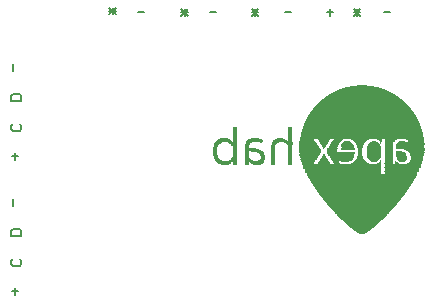
<source format=gbo>
G75*
G70*
%OFA0B0*%
%FSLAX24Y24*%
%IPPOS*%
%LPD*%
%AMOC8*
5,1,8,0,0,1.08239X$1,22.5*
%
%ADD10C,0.0060*%
%ADD11R,0.0042X0.0003*%
%ADD12R,0.0066X0.0003*%
%ADD13R,0.0084X0.0003*%
%ADD14R,0.0105X0.0003*%
%ADD15R,0.0117X0.0003*%
%ADD16R,0.0135X0.0003*%
%ADD17R,0.0147X0.0003*%
%ADD18R,0.0162X0.0003*%
%ADD19R,0.0174X0.0003*%
%ADD20R,0.0186X0.0003*%
%ADD21R,0.0198X0.0003*%
%ADD22R,0.0210X0.0003*%
%ADD23R,0.0222X0.0003*%
%ADD24R,0.0234X0.0003*%
%ADD25R,0.0243X0.0003*%
%ADD26R,0.0255X0.0003*%
%ADD27R,0.0264X0.0003*%
%ADD28R,0.0273X0.0003*%
%ADD29R,0.0285X0.0003*%
%ADD30R,0.0297X0.0003*%
%ADD31R,0.0303X0.0003*%
%ADD32R,0.0315X0.0003*%
%ADD33R,0.0327X0.0003*%
%ADD34R,0.0333X0.0003*%
%ADD35R,0.0345X0.0003*%
%ADD36R,0.0354X0.0003*%
%ADD37R,0.0363X0.0003*%
%ADD38R,0.0372X0.0003*%
%ADD39R,0.0381X0.0003*%
%ADD40R,0.0390X0.0003*%
%ADD41R,0.0402X0.0003*%
%ADD42R,0.0408X0.0003*%
%ADD43R,0.0420X0.0003*%
%ADD44R,0.0426X0.0003*%
%ADD45R,0.0438X0.0003*%
%ADD46R,0.0444X0.0003*%
%ADD47R,0.0456X0.0003*%
%ADD48R,0.0462X0.0003*%
%ADD49R,0.0468X0.0003*%
%ADD50R,0.0480X0.0003*%
%ADD51R,0.0486X0.0003*%
%ADD52R,0.0495X0.0003*%
%ADD53R,0.0504X0.0003*%
%ADD54R,0.0513X0.0003*%
%ADD55R,0.0522X0.0003*%
%ADD56R,0.0528X0.0003*%
%ADD57R,0.0537X0.0003*%
%ADD58R,0.0546X0.0003*%
%ADD59R,0.0555X0.0003*%
%ADD60R,0.0561X0.0003*%
%ADD61R,0.0570X0.0003*%
%ADD62R,0.0579X0.0003*%
%ADD63R,0.0585X0.0003*%
%ADD64R,0.0594X0.0003*%
%ADD65R,0.0603X0.0003*%
%ADD66R,0.0609X0.0003*%
%ADD67R,0.0618X0.0003*%
%ADD68R,0.0627X0.0003*%
%ADD69R,0.0633X0.0003*%
%ADD70R,0.0639X0.0003*%
%ADD71R,0.0651X0.0003*%
%ADD72R,0.0657X0.0003*%
%ADD73R,0.0663X0.0003*%
%ADD74R,0.0675X0.0003*%
%ADD75R,0.0681X0.0003*%
%ADD76R,0.0687X0.0003*%
%ADD77R,0.0693X0.0003*%
%ADD78R,0.0705X0.0003*%
%ADD79R,0.0711X0.0003*%
%ADD80R,0.0717X0.0003*%
%ADD81R,0.0726X0.0003*%
%ADD82R,0.0732X0.0003*%
%ADD83R,0.0741X0.0003*%
%ADD84R,0.0747X0.0003*%
%ADD85R,0.0756X0.0003*%
%ADD86R,0.0762X0.0003*%
%ADD87R,0.0771X0.0003*%
%ADD88R,0.0777X0.0003*%
%ADD89R,0.0786X0.0003*%
%ADD90R,0.0792X0.0003*%
%ADD91R,0.0798X0.0003*%
%ADD92R,0.0807X0.0003*%
%ADD93R,0.0813X0.0003*%
%ADD94R,0.0822X0.0003*%
%ADD95R,0.0828X0.0003*%
%ADD96R,0.0837X0.0003*%
%ADD97R,0.0843X0.0003*%
%ADD98R,0.0852X0.0003*%
%ADD99R,0.0858X0.0003*%
%ADD100R,0.0864X0.0003*%
%ADD101R,0.0870X0.0003*%
%ADD102R,0.0879X0.0003*%
%ADD103R,0.0885X0.0003*%
%ADD104R,0.0894X0.0003*%
%ADD105R,0.0900X0.0003*%
%ADD106R,0.0906X0.0003*%
%ADD107R,0.0912X0.0003*%
%ADD108R,0.0921X0.0003*%
%ADD109R,0.0930X0.0003*%
%ADD110R,0.0936X0.0003*%
%ADD111R,0.0942X0.0003*%
%ADD112R,0.0948X0.0003*%
%ADD113R,0.0954X0.0003*%
%ADD114R,0.0963X0.0003*%
%ADD115R,0.0972X0.0003*%
%ADD116R,0.0978X0.0003*%
%ADD117R,0.0984X0.0003*%
%ADD118R,0.0990X0.0003*%
%ADD119R,0.0996X0.0003*%
%ADD120R,0.1002X0.0003*%
%ADD121R,0.1008X0.0003*%
%ADD122R,0.1020X0.0003*%
%ADD123R,0.1026X0.0003*%
%ADD124R,0.1032X0.0003*%
%ADD125R,0.1038X0.0003*%
%ADD126R,0.1044X0.0003*%
%ADD127R,0.1050X0.0003*%
%ADD128R,0.1056X0.0003*%
%ADD129R,0.1068X0.0003*%
%ADD130R,0.1074X0.0003*%
%ADD131R,0.1080X0.0003*%
%ADD132R,0.1086X0.0003*%
%ADD133R,0.1092X0.0003*%
%ADD134R,0.1098X0.0003*%
%ADD135R,0.1104X0.0003*%
%ADD136R,0.1110X0.0003*%
%ADD137R,0.1116X0.0003*%
%ADD138R,0.1125X0.0003*%
%ADD139R,0.1131X0.0003*%
%ADD140R,0.1140X0.0003*%
%ADD141R,0.1146X0.0003*%
%ADD142R,0.1152X0.0003*%
%ADD143R,0.1158X0.0003*%
%ADD144R,0.1164X0.0003*%
%ADD145R,0.1170X0.0003*%
%ADD146R,0.1176X0.0003*%
%ADD147R,0.1182X0.0003*%
%ADD148R,0.1191X0.0003*%
%ADD149R,0.1197X0.0003*%
%ADD150R,0.1203X0.0003*%
%ADD151R,0.1209X0.0003*%
%ADD152R,0.1218X0.0003*%
%ADD153R,0.1224X0.0003*%
%ADD154R,0.1230X0.0003*%
%ADD155R,0.1236X0.0003*%
%ADD156R,0.1242X0.0003*%
%ADD157R,0.1248X0.0003*%
%ADD158R,0.1254X0.0003*%
%ADD159R,0.1260X0.0003*%
%ADD160R,0.1266X0.0003*%
%ADD161R,0.1275X0.0003*%
%ADD162R,0.1281X0.0003*%
%ADD163R,0.1287X0.0003*%
%ADD164R,0.1293X0.0003*%
%ADD165R,0.1299X0.0003*%
%ADD166R,0.1305X0.0003*%
%ADD167R,0.1314X0.0003*%
%ADD168R,0.1320X0.0003*%
%ADD169R,0.1326X0.0003*%
%ADD170R,0.1332X0.0003*%
%ADD171R,0.1338X0.0003*%
%ADD172R,0.1344X0.0003*%
%ADD173R,0.1350X0.0003*%
%ADD174R,0.1356X0.0003*%
%ADD175R,0.1362X0.0003*%
%ADD176R,0.1368X0.0003*%
%ADD177R,0.1374X0.0003*%
%ADD178R,0.1380X0.0003*%
%ADD179R,0.1386X0.0003*%
%ADD180R,0.1395X0.0003*%
%ADD181R,0.1401X0.0003*%
%ADD182R,0.1407X0.0003*%
%ADD183R,0.1413X0.0003*%
%ADD184R,0.1419X0.0003*%
%ADD185R,0.1425X0.0003*%
%ADD186R,0.1431X0.0003*%
%ADD187R,0.1437X0.0003*%
%ADD188R,0.1443X0.0003*%
%ADD189R,0.1449X0.0003*%
%ADD190R,0.1455X0.0003*%
%ADD191R,0.1461X0.0003*%
%ADD192R,0.1467X0.0003*%
%ADD193R,0.1473X0.0003*%
%ADD194R,0.1479X0.0003*%
%ADD195R,0.1485X0.0003*%
%ADD196R,0.1491X0.0003*%
%ADD197R,0.1497X0.0003*%
%ADD198R,0.1503X0.0003*%
%ADD199R,0.1509X0.0003*%
%ADD200R,0.1515X0.0003*%
%ADD201R,0.1521X0.0003*%
%ADD202R,0.1527X0.0003*%
%ADD203R,0.1533X0.0003*%
%ADD204R,0.1539X0.0003*%
%ADD205R,0.1545X0.0003*%
%ADD206R,0.1551X0.0003*%
%ADD207R,0.1557X0.0003*%
%ADD208R,0.1563X0.0003*%
%ADD209R,0.1569X0.0003*%
%ADD210R,0.1575X0.0003*%
%ADD211R,0.1581X0.0003*%
%ADD212R,0.1587X0.0003*%
%ADD213R,0.1593X0.0003*%
%ADD214R,0.1599X0.0003*%
%ADD215R,0.1605X0.0003*%
%ADD216R,0.1611X0.0003*%
%ADD217R,0.1617X0.0003*%
%ADD218R,0.1623X0.0003*%
%ADD219R,0.1629X0.0003*%
%ADD220R,0.1635X0.0003*%
%ADD221R,0.1641X0.0003*%
%ADD222R,0.1647X0.0003*%
%ADD223R,0.1653X0.0003*%
%ADD224R,0.1659X0.0003*%
%ADD225R,0.1665X0.0003*%
%ADD226R,0.1671X0.0003*%
%ADD227R,0.1677X0.0003*%
%ADD228R,0.1683X0.0003*%
%ADD229R,0.1686X0.0003*%
%ADD230R,0.1692X0.0003*%
%ADD231R,0.1698X0.0003*%
%ADD232R,0.1704X0.0003*%
%ADD233R,0.1710X0.0003*%
%ADD234R,0.1716X0.0003*%
%ADD235R,0.1722X0.0003*%
%ADD236R,0.1728X0.0003*%
%ADD237R,0.1734X0.0003*%
%ADD238R,0.1740X0.0003*%
%ADD239R,0.1746X0.0003*%
%ADD240R,0.1752X0.0003*%
%ADD241R,0.1758X0.0003*%
%ADD242R,0.1764X0.0003*%
%ADD243R,0.1767X0.0003*%
%ADD244R,0.1773X0.0003*%
%ADD245R,0.1779X0.0003*%
%ADD246R,0.1785X0.0003*%
%ADD247R,0.1791X0.0003*%
%ADD248R,0.1797X0.0003*%
%ADD249R,0.1803X0.0003*%
%ADD250R,0.1809X0.0003*%
%ADD251R,0.1815X0.0003*%
%ADD252R,0.1818X0.0003*%
%ADD253R,0.1824X0.0003*%
%ADD254R,0.1830X0.0003*%
%ADD255R,0.1836X0.0003*%
%ADD256R,0.1842X0.0003*%
%ADD257R,0.1848X0.0003*%
%ADD258R,0.1854X0.0003*%
%ADD259R,0.1860X0.0003*%
%ADD260R,0.1863X0.0003*%
%ADD261R,0.1869X0.0003*%
%ADD262R,0.1875X0.0003*%
%ADD263R,0.1881X0.0003*%
%ADD264R,0.1887X0.0003*%
%ADD265R,0.1890X0.0003*%
%ADD266R,0.1896X0.0003*%
%ADD267R,0.1902X0.0003*%
%ADD268R,0.1908X0.0003*%
%ADD269R,0.1914X0.0003*%
%ADD270R,0.1920X0.0003*%
%ADD271R,0.1926X0.0003*%
%ADD272R,0.1932X0.0003*%
%ADD273R,0.1938X0.0003*%
%ADD274R,0.1941X0.0003*%
%ADD275R,0.1947X0.0003*%
%ADD276R,0.1953X0.0003*%
%ADD277R,0.1959X0.0003*%
%ADD278R,0.1962X0.0003*%
%ADD279R,0.1968X0.0003*%
%ADD280R,0.1974X0.0003*%
%ADD281R,0.1980X0.0003*%
%ADD282R,0.1986X0.0003*%
%ADD283R,0.1992X0.0003*%
%ADD284R,0.1998X0.0003*%
%ADD285R,0.2004X0.0003*%
%ADD286R,0.2007X0.0003*%
%ADD287R,0.2013X0.0003*%
%ADD288R,0.2019X0.0003*%
%ADD289R,0.2022X0.0003*%
%ADD290R,0.2028X0.0003*%
%ADD291R,0.2034X0.0003*%
%ADD292R,0.2040X0.0003*%
%ADD293R,0.2046X0.0003*%
%ADD294R,0.2052X0.0003*%
%ADD295R,0.2055X0.0003*%
%ADD296R,0.2061X0.0003*%
%ADD297R,0.2067X0.0003*%
%ADD298R,0.2070X0.0003*%
%ADD299R,0.2076X0.0003*%
%ADD300R,0.2082X0.0003*%
%ADD301R,0.2088X0.0003*%
%ADD302R,0.2094X0.0003*%
%ADD303R,0.2100X0.0003*%
%ADD304R,0.2106X0.0003*%
%ADD305R,0.2109X0.0003*%
%ADD306R,0.2115X0.0003*%
%ADD307R,0.2118X0.0003*%
%ADD308R,0.2124X0.0003*%
%ADD309R,0.2130X0.0003*%
%ADD310R,0.2136X0.0003*%
%ADD311R,0.2142X0.0003*%
%ADD312R,0.2148X0.0003*%
%ADD313R,0.2154X0.0003*%
%ADD314R,0.2157X0.0003*%
%ADD315R,0.2160X0.0003*%
%ADD316R,0.2166X0.0003*%
%ADD317R,0.2172X0.0003*%
%ADD318R,0.2178X0.0003*%
%ADD319R,0.2184X0.0003*%
%ADD320R,0.2190X0.0003*%
%ADD321R,0.2196X0.0003*%
%ADD322R,0.2196X0.0003*%
%ADD323R,0.2202X0.0003*%
%ADD324R,0.2208X0.0003*%
%ADD325R,0.2214X0.0003*%
%ADD326R,0.2220X0.0003*%
%ADD327R,0.2226X0.0003*%
%ADD328R,0.2232X0.0003*%
%ADD329R,0.2238X0.0003*%
%ADD330R,0.2244X0.0003*%
%ADD331R,0.2250X0.0003*%
%ADD332R,0.2256X0.0003*%
%ADD333R,0.2262X0.0003*%
%ADD334R,0.2268X0.0003*%
%ADD335R,0.2274X0.0003*%
%ADD336R,0.2274X0.0003*%
%ADD337R,0.2280X0.0003*%
%ADD338R,0.2286X0.0003*%
%ADD339R,0.2292X0.0003*%
%ADD340R,0.2298X0.0003*%
%ADD341R,0.2304X0.0003*%
%ADD342R,0.2304X0.0003*%
%ADD343R,0.2310X0.0003*%
%ADD344R,0.2316X0.0003*%
%ADD345R,0.2322X0.0003*%
%ADD346R,0.2328X0.0003*%
%ADD347R,0.2334X0.0003*%
%ADD348R,0.2337X0.0003*%
%ADD349R,0.2340X0.0003*%
%ADD350R,0.2346X0.0003*%
%ADD351R,0.2352X0.0003*%
%ADD352R,0.2358X0.0003*%
%ADD353R,0.2364X0.0003*%
%ADD354R,0.2367X0.0003*%
%ADD355R,0.2373X0.0003*%
%ADD356R,0.2376X0.0003*%
%ADD357R,0.2382X0.0003*%
%ADD358R,0.2388X0.0003*%
%ADD359R,0.2394X0.0003*%
%ADD360R,0.2397X0.0003*%
%ADD361R,0.2400X0.0003*%
%ADD362R,0.2406X0.0003*%
%ADD363R,0.2412X0.0003*%
%ADD364R,0.2418X0.0003*%
%ADD365R,0.2424X0.0003*%
%ADD366R,0.2427X0.0003*%
%ADD367R,0.2430X0.0003*%
%ADD368R,0.2436X0.0003*%
%ADD369R,0.2442X0.0003*%
%ADD370R,0.2448X0.0003*%
%ADD371R,0.2454X0.0003*%
%ADD372R,0.2457X0.0003*%
%ADD373R,0.2460X0.0003*%
%ADD374R,0.2466X0.0003*%
%ADD375R,0.2472X0.0003*%
%ADD376R,0.2478X0.0003*%
%ADD377R,0.2481X0.0003*%
%ADD378R,0.2487X0.0003*%
%ADD379R,0.2490X0.0003*%
%ADD380R,0.2496X0.0003*%
%ADD381R,0.2502X0.0003*%
%ADD382R,0.2505X0.0003*%
%ADD383R,0.2511X0.0003*%
%ADD384R,0.2514X0.0003*%
%ADD385R,0.2520X0.0003*%
%ADD386R,0.2526X0.0003*%
%ADD387R,0.2529X0.0003*%
%ADD388R,0.2535X0.0003*%
%ADD389R,0.2538X0.0003*%
%ADD390R,0.2544X0.0003*%
%ADD391R,0.2550X0.0003*%
%ADD392R,0.2553X0.0003*%
%ADD393R,0.2559X0.0003*%
%ADD394R,0.2562X0.0003*%
%ADD395R,0.2568X0.0003*%
%ADD396R,0.2574X0.0003*%
%ADD397R,0.2577X0.0003*%
%ADD398R,0.2583X0.0003*%
%ADD399R,0.2586X0.0003*%
%ADD400R,0.2592X0.0003*%
%ADD401R,0.2598X0.0003*%
%ADD402R,0.2601X0.0003*%
%ADD403R,0.2607X0.0003*%
%ADD404R,0.2610X0.0003*%
%ADD405R,0.2616X0.0003*%
%ADD406R,0.2619X0.0003*%
%ADD407R,0.2625X0.0003*%
%ADD408R,0.2631X0.0003*%
%ADD409R,0.2634X0.0003*%
%ADD410R,0.2640X0.0003*%
%ADD411R,0.2643X0.0003*%
%ADD412R,0.2649X0.0003*%
%ADD413R,0.2655X0.0003*%
%ADD414R,0.2658X0.0003*%
%ADD415R,0.2661X0.0003*%
%ADD416R,0.2667X0.0003*%
%ADD417R,0.2673X0.0003*%
%ADD418R,0.2676X0.0003*%
%ADD419R,0.2682X0.0003*%
%ADD420R,0.2685X0.0003*%
%ADD421R,0.2691X0.0003*%
%ADD422R,0.2697X0.0003*%
%ADD423R,0.2700X0.0003*%
%ADD424R,0.2703X0.0003*%
%ADD425R,0.2709X0.0003*%
%ADD426R,0.2715X0.0003*%
%ADD427R,0.2718X0.0003*%
%ADD428R,0.2721X0.0003*%
%ADD429R,0.2727X0.0003*%
%ADD430R,0.2733X0.0003*%
%ADD431R,0.2739X0.0003*%
%ADD432R,0.2739X0.0003*%
%ADD433R,0.2745X0.0003*%
%ADD434R,0.2751X0.0003*%
%ADD435R,0.2757X0.0003*%
%ADD436R,0.2757X0.0003*%
%ADD437R,0.2763X0.0003*%
%ADD438R,0.2769X0.0003*%
%ADD439R,0.2775X0.0003*%
%ADD440R,0.2781X0.0003*%
%ADD441R,0.2787X0.0003*%
%ADD442R,0.2793X0.0003*%
%ADD443R,0.2799X0.0003*%
%ADD444R,0.2805X0.0003*%
%ADD445R,0.2811X0.0003*%
%ADD446R,0.2817X0.0003*%
%ADD447R,0.2823X0.0003*%
%ADD448R,0.2829X0.0003*%
%ADD449R,0.2829X0.0003*%
%ADD450R,0.2835X0.0003*%
%ADD451R,0.2841X0.0003*%
%ADD452R,0.2847X0.0003*%
%ADD453R,0.2847X0.0003*%
%ADD454R,0.2853X0.0003*%
%ADD455R,0.2859X0.0003*%
%ADD456R,0.2865X0.0003*%
%ADD457R,0.2871X0.0003*%
%ADD458R,0.2877X0.0003*%
%ADD459R,0.2880X0.0003*%
%ADD460R,0.2883X0.0003*%
%ADD461R,0.2889X0.0003*%
%ADD462R,0.2895X0.0003*%
%ADD463R,0.2898X0.0003*%
%ADD464R,0.2901X0.0003*%
%ADD465R,0.2907X0.0003*%
%ADD466R,0.2910X0.0003*%
%ADD467R,0.2913X0.0003*%
%ADD468R,0.2919X0.0003*%
%ADD469R,0.2925X0.0003*%
%ADD470R,0.2928X0.0003*%
%ADD471R,0.2931X0.0003*%
%ADD472R,0.2937X0.0003*%
%ADD473R,0.2940X0.0003*%
%ADD474R,0.2946X0.0003*%
%ADD475R,0.2949X0.0003*%
%ADD476R,0.2955X0.0003*%
%ADD477R,0.2958X0.0003*%
%ADD478R,0.2961X0.0003*%
%ADD479R,0.2967X0.0003*%
%ADD480R,0.2970X0.0003*%
%ADD481R,0.2973X0.0003*%
%ADD482R,0.2979X0.0003*%
%ADD483R,0.2985X0.0003*%
%ADD484R,0.2988X0.0003*%
%ADD485R,0.2991X0.0003*%
%ADD486R,0.2997X0.0003*%
%ADD487R,0.3000X0.0003*%
%ADD488R,0.3003X0.0003*%
%ADD489R,0.3009X0.0003*%
%ADD490R,0.3015X0.0003*%
%ADD491R,0.3018X0.0003*%
%ADD492R,0.3021X0.0003*%
%ADD493R,0.3027X0.0003*%
%ADD494R,0.3030X0.0003*%
%ADD495R,0.3033X0.0003*%
%ADD496R,0.3039X0.0003*%
%ADD497R,0.3042X0.0003*%
%ADD498R,0.3045X0.0003*%
%ADD499R,0.3051X0.0003*%
%ADD500R,0.3054X0.0003*%
%ADD501R,0.3060X0.0003*%
%ADD502R,0.3063X0.0003*%
%ADD503R,0.3066X0.0003*%
%ADD504R,0.3072X0.0003*%
%ADD505R,0.3075X0.0003*%
%ADD506R,0.3081X0.0003*%
%ADD507R,0.3084X0.0003*%
%ADD508R,0.3090X0.0003*%
%ADD509R,0.3093X0.0003*%
%ADD510R,0.3096X0.0003*%
%ADD511R,0.3102X0.0003*%
%ADD512R,0.3105X0.0003*%
%ADD513R,0.3108X0.0003*%
%ADD514R,0.3114X0.0003*%
%ADD515R,0.3117X0.0003*%
%ADD516R,0.3120X0.0003*%
%ADD517R,0.3126X0.0003*%
%ADD518R,0.3129X0.0003*%
%ADD519R,0.3132X0.0003*%
%ADD520R,0.3138X0.0003*%
%ADD521R,0.3141X0.0003*%
%ADD522R,0.3144X0.0003*%
%ADD523R,0.3150X0.0003*%
%ADD524R,0.3153X0.0003*%
%ADD525R,0.3156X0.0003*%
%ADD526R,0.3162X0.0003*%
%ADD527R,0.3165X0.0003*%
%ADD528R,0.3168X0.0003*%
%ADD529R,0.3174X0.0003*%
%ADD530R,0.3180X0.0003*%
%ADD531R,0.3186X0.0003*%
%ADD532R,0.3186X0.0003*%
%ADD533R,0.3192X0.0003*%
%ADD534R,0.3198X0.0003*%
%ADD535R,0.3204X0.0003*%
%ADD536R,0.3210X0.0003*%
%ADD537R,0.3216X0.0003*%
%ADD538R,0.3222X0.0003*%
%ADD539R,0.3222X0.0003*%
%ADD540R,0.3228X0.0003*%
%ADD541R,0.3234X0.0003*%
%ADD542R,0.3240X0.0003*%
%ADD543R,0.3246X0.0003*%
%ADD544R,0.3246X0.0003*%
%ADD545R,0.3252X0.0003*%
%ADD546R,0.3255X0.0003*%
%ADD547R,0.3258X0.0003*%
%ADD548R,0.3264X0.0003*%
%ADD549R,0.3264X0.0003*%
%ADD550R,0.3270X0.0003*%
%ADD551R,0.3276X0.0003*%
%ADD552R,0.3282X0.0003*%
%ADD553R,0.3288X0.0003*%
%ADD554R,0.3294X0.0003*%
%ADD555R,0.3297X0.0003*%
%ADD556R,0.3300X0.0003*%
%ADD557R,0.3306X0.0003*%
%ADD558R,0.3312X0.0003*%
%ADD559R,0.3318X0.0003*%
%ADD560R,0.3318X0.0003*%
%ADD561R,0.3324X0.0003*%
%ADD562R,0.3327X0.0003*%
%ADD563R,0.3330X0.0003*%
%ADD564R,0.3336X0.0003*%
%ADD565R,0.3339X0.0003*%
%ADD566R,0.3342X0.0003*%
%ADD567R,0.3345X0.0003*%
%ADD568R,0.3348X0.0003*%
%ADD569R,0.3354X0.0003*%
%ADD570R,0.3357X0.0003*%
%ADD571R,0.3360X0.0003*%
%ADD572R,0.3363X0.0003*%
%ADD573R,0.3366X0.0003*%
%ADD574R,0.3372X0.0003*%
%ADD575R,0.3375X0.0003*%
%ADD576R,0.3378X0.0003*%
%ADD577R,0.3381X0.0003*%
%ADD578R,0.3384X0.0003*%
%ADD579R,0.3390X0.0003*%
%ADD580R,0.3393X0.0003*%
%ADD581R,0.3396X0.0003*%
%ADD582R,0.3399X0.0003*%
%ADD583R,0.3405X0.0003*%
%ADD584R,0.3408X0.0003*%
%ADD585R,0.3411X0.0003*%
%ADD586R,0.3414X0.0003*%
%ADD587R,0.3417X0.0003*%
%ADD588R,0.3423X0.0003*%
%ADD589R,0.3426X0.0003*%
%ADD590R,0.3429X0.0003*%
%ADD591R,0.3432X0.0003*%
%ADD592R,0.3435X0.0003*%
%ADD593R,0.3441X0.0003*%
%ADD594R,0.3444X0.0003*%
%ADD595R,0.3447X0.0003*%
%ADD596R,0.3450X0.0003*%
%ADD597R,0.3453X0.0003*%
%ADD598R,0.3459X0.0003*%
%ADD599R,0.3465X0.0003*%
%ADD600R,0.3468X0.0003*%
%ADD601R,0.3471X0.0003*%
%ADD602R,0.3474X0.0003*%
%ADD603R,0.3477X0.0003*%
%ADD604R,0.3483X0.0003*%
%ADD605R,0.3483X0.0003*%
%ADD606R,0.3489X0.0003*%
%ADD607R,0.3495X0.0003*%
%ADD608R,0.3501X0.0003*%
%ADD609R,0.3501X0.0003*%
%ADD610R,0.3507X0.0003*%
%ADD611R,0.3513X0.0003*%
%ADD612R,0.3513X0.0003*%
%ADD613R,0.3519X0.0003*%
%ADD614R,0.3525X0.0003*%
%ADD615R,0.3531X0.0003*%
%ADD616R,0.3531X0.0003*%
%ADD617R,0.3537X0.0003*%
%ADD618R,0.3543X0.0003*%
%ADD619R,0.3549X0.0003*%
%ADD620R,0.3555X0.0003*%
%ADD621R,0.3561X0.0003*%
%ADD622R,0.3567X0.0003*%
%ADD623R,0.3567X0.0003*%
%ADD624R,0.3573X0.0003*%
%ADD625R,0.3579X0.0003*%
%ADD626R,0.3579X0.0003*%
%ADD627R,0.3585X0.0003*%
%ADD628R,0.3588X0.0003*%
%ADD629R,0.3591X0.0003*%
%ADD630R,0.3597X0.0003*%
%ADD631R,0.3597X0.0003*%
%ADD632R,0.3603X0.0003*%
%ADD633R,0.3609X0.0003*%
%ADD634R,0.3615X0.0003*%
%ADD635R,0.3615X0.0003*%
%ADD636R,0.3621X0.0003*%
%ADD637R,0.3624X0.0003*%
%ADD638R,0.3627X0.0003*%
%ADD639R,0.3630X0.0003*%
%ADD640R,0.3633X0.0003*%
%ADD641R,0.3636X0.0003*%
%ADD642R,0.3639X0.0003*%
%ADD643R,0.3642X0.0003*%
%ADD644R,0.3645X0.0003*%
%ADD645R,0.3648X0.0003*%
%ADD646R,0.1050X0.0003*%
%ADD647R,0.2469X0.0003*%
%ADD648R,0.1053X0.0003*%
%ADD649R,0.1056X0.0003*%
%ADD650R,0.2472X0.0003*%
%ADD651R,0.2475X0.0003*%
%ADD652R,0.1059X0.0003*%
%ADD653R,0.2478X0.0003*%
%ADD654R,0.1062X0.0003*%
%ADD655R,0.1062X0.0003*%
%ADD656R,0.2481X0.0003*%
%ADD657R,0.1065X0.0003*%
%ADD658R,0.2481X0.0003*%
%ADD659R,0.2484X0.0003*%
%ADD660R,0.1068X0.0003*%
%ADD661R,0.2487X0.0003*%
%ADD662R,0.1071X0.0003*%
%ADD663R,0.2487X0.0003*%
%ADD664R,0.1071X0.0003*%
%ADD665R,0.1074X0.0003*%
%ADD666R,0.2493X0.0003*%
%ADD667R,0.1077X0.0003*%
%ADD668R,0.1077X0.0003*%
%ADD669R,0.2496X0.0003*%
%ADD670R,0.2499X0.0003*%
%ADD671R,0.1083X0.0003*%
%ADD672R,0.2502X0.0003*%
%ADD673R,0.1086X0.0003*%
%ADD674R,0.1089X0.0003*%
%ADD675R,0.2508X0.0003*%
%ADD676R,0.1092X0.0003*%
%ADD677R,0.2511X0.0003*%
%ADD678R,0.1095X0.0003*%
%ADD679R,0.2511X0.0003*%
%ADD680R,0.2514X0.0003*%
%ADD681R,0.1098X0.0003*%
%ADD682R,0.1101X0.0003*%
%ADD683R,0.2517X0.0003*%
%ADD684R,0.1101X0.0003*%
%ADD685R,0.1104X0.0003*%
%ADD686R,0.1107X0.0003*%
%ADD687R,0.2523X0.0003*%
%ADD688R,0.1107X0.0003*%
%ADD689R,0.2523X0.0003*%
%ADD690R,0.2526X0.0003*%
%ADD691R,0.1113X0.0003*%
%ADD692R,0.1113X0.0003*%
%ADD693R,0.2532X0.0003*%
%ADD694R,0.1116X0.0003*%
%ADD695R,0.2532X0.0003*%
%ADD696R,0.1119X0.0003*%
%ADD697R,0.1122X0.0003*%
%ADD698R,0.2538X0.0003*%
%ADD699R,0.1122X0.0003*%
%ADD700R,0.2538X0.0003*%
%ADD701R,0.2541X0.0003*%
%ADD702R,0.1128X0.0003*%
%ADD703R,0.2544X0.0003*%
%ADD704R,0.1128X0.0003*%
%ADD705R,0.2544X0.0003*%
%ADD706R,0.1131X0.0003*%
%ADD707R,0.2547X0.0003*%
%ADD708R,0.1134X0.0003*%
%ADD709R,0.2550X0.0003*%
%ADD710R,0.1134X0.0003*%
%ADD711R,0.1137X0.0003*%
%ADD712R,0.2556X0.0003*%
%ADD713R,0.1140X0.0003*%
%ADD714R,0.2559X0.0003*%
%ADD715R,0.1143X0.0003*%
%ADD716R,0.1149X0.0003*%
%ADD717R,0.2565X0.0003*%
%ADD718R,0.1149X0.0003*%
%ADD719R,0.2565X0.0003*%
%ADD720R,0.1152X0.0003*%
%ADD721R,0.2568X0.0003*%
%ADD722R,0.1155X0.0003*%
%ADD723R,0.2571X0.0003*%
%ADD724R,0.1155X0.0003*%
%ADD725R,0.2571X0.0003*%
%ADD726R,0.1158X0.0003*%
%ADD727R,0.2574X0.0003*%
%ADD728R,0.1161X0.0003*%
%ADD729R,0.2577X0.0003*%
%ADD730R,0.1161X0.0003*%
%ADD731R,0.2577X0.0003*%
%ADD732R,0.1164X0.0003*%
%ADD733R,0.2580X0.0003*%
%ADD734R,0.1167X0.0003*%
%ADD735R,0.1167X0.0003*%
%ADD736R,0.2583X0.0003*%
%ADD737R,0.1173X0.0003*%
%ADD738R,0.1173X0.0003*%
%ADD739R,0.2589X0.0003*%
%ADD740R,0.2589X0.0003*%
%ADD741R,0.1179X0.0003*%
%ADD742R,0.1179X0.0003*%
%ADD743R,0.2595X0.0003*%
%ADD744R,0.2595X0.0003*%
%ADD745R,0.1182X0.0003*%
%ADD746R,0.2598X0.0003*%
%ADD747R,0.1185X0.0003*%
%ADD748R,0.1185X0.0003*%
%ADD749R,0.2601X0.0003*%
%ADD750R,0.2601X0.0003*%
%ADD751R,0.1188X0.0003*%
%ADD752R,0.2604X0.0003*%
%ADD753R,0.1191X0.0003*%
%ADD754R,0.1191X0.0003*%
%ADD755R,0.2604X0.0003*%
%ADD756R,0.2607X0.0003*%
%ADD757R,0.1194X0.0003*%
%ADD758R,0.1197X0.0003*%
%ADD759R,0.2610X0.0003*%
%ADD760R,0.0546X0.0003*%
%ADD761R,0.0219X0.0003*%
%ADD762R,0.0819X0.0003*%
%ADD763R,0.1410X0.0003*%
%ADD764R,0.0561X0.0003*%
%ADD765R,0.0195X0.0003*%
%ADD766R,0.0768X0.0003*%
%ADD767R,0.1374X0.0003*%
%ADD768R,0.0516X0.0003*%
%ADD769R,0.0549X0.0003*%
%ADD770R,0.0183X0.0003*%
%ADD771R,0.0741X0.0003*%
%ADD772R,0.1353X0.0003*%
%ADD773R,0.0060X0.0003*%
%ADD774R,0.0063X0.0003*%
%ADD775R,0.0534X0.0003*%
%ADD776R,0.0171X0.0003*%
%ADD777R,0.0708X0.0003*%
%ADD778R,0.1335X0.0003*%
%ADD779R,0.0114X0.0003*%
%ADD780R,0.0120X0.0003*%
%ADD781R,0.0522X0.0003*%
%ADD782R,0.0159X0.0003*%
%ADD783R,0.0684X0.0003*%
%ADD784R,0.1317X0.0003*%
%ADD785R,0.0156X0.0003*%
%ADD786R,0.0489X0.0003*%
%ADD787R,0.0150X0.0003*%
%ADD788R,0.0666X0.0003*%
%ADD789R,0.1311X0.0003*%
%ADD790R,0.0171X0.0003*%
%ADD791R,0.0180X0.0003*%
%ADD792R,0.0231X0.0003*%
%ADD793R,0.0141X0.0003*%
%ADD794R,0.0645X0.0003*%
%ADD795R,0.0219X0.0003*%
%ADD796R,0.0429X0.0003*%
%ADD797R,0.0348X0.0003*%
%ADD798R,0.0207X0.0003*%
%ADD799R,0.0477X0.0003*%
%ADD800R,0.0144X0.0003*%
%ADD801R,0.0132X0.0003*%
%ADD802R,0.0627X0.0003*%
%ADD803R,0.0423X0.0003*%
%ADD804R,0.0216X0.0003*%
%ADD805R,0.0228X0.0003*%
%ADD806R,0.0471X0.0003*%
%ADD807R,0.0126X0.0003*%
%ADD808R,0.0612X0.0003*%
%ADD809R,0.0201X0.0003*%
%ADD810R,0.0228X0.0003*%
%ADD811R,0.0123X0.0003*%
%ADD812R,0.0246X0.0003*%
%ADD813R,0.0468X0.0003*%
%ADD814R,0.0129X0.0003*%
%ADD815R,0.0231X0.0003*%
%ADD816R,0.0120X0.0003*%
%ADD817R,0.0597X0.0003*%
%ADD818R,0.0189X0.0003*%
%ADD819R,0.0417X0.0003*%
%ADD820R,0.0357X0.0003*%
%ADD821R,0.0132X0.0003*%
%ADD822R,0.0135X0.0003*%
%ADD823R,0.0246X0.0003*%
%ADD824R,0.0123X0.0003*%
%ADD825R,0.0117X0.0003*%
%ADD826R,0.0582X0.0003*%
%ADD827R,0.0411X0.0003*%
%ADD828R,0.0357X0.0003*%
%ADD829R,0.0264X0.0003*%
%ADD830R,0.0282X0.0003*%
%ADD831R,0.0456X0.0003*%
%ADD832R,0.0108X0.0003*%
%ADD833R,0.0177X0.0003*%
%ADD834R,0.0363X0.0003*%
%ADD835R,0.0273X0.0003*%
%ADD836R,0.0294X0.0003*%
%ADD837R,0.0453X0.0003*%
%ADD838R,0.0108X0.0003*%
%ADD839R,0.0102X0.0003*%
%ADD840R,0.0558X0.0003*%
%ADD841R,0.0405X0.0003*%
%ADD842R,0.0366X0.0003*%
%ADD843R,0.0306X0.0003*%
%ADD844R,0.0450X0.0003*%
%ADD845R,0.0096X0.0003*%
%ADD846R,0.0543X0.0003*%
%ADD847R,0.0165X0.0003*%
%ADD848R,0.0300X0.0003*%
%ADD849R,0.0321X0.0003*%
%ADD850R,0.0444X0.0003*%
%ADD851R,0.0099X0.0003*%
%ADD852R,0.0234X0.0003*%
%ADD853R,0.0090X0.0003*%
%ADD854R,0.0534X0.0003*%
%ADD855R,0.0162X0.0003*%
%ADD856R,0.0399X0.0003*%
%ADD857R,0.0372X0.0003*%
%ADD858R,0.0312X0.0003*%
%ADD859R,0.0114X0.0003*%
%ADD860R,0.0333X0.0003*%
%ADD861R,0.0093X0.0003*%
%ADD862R,0.0087X0.0003*%
%ADD863R,0.0153X0.0003*%
%ADD864R,0.0393X0.0003*%
%ADD865R,0.0375X0.0003*%
%ADD866R,0.0321X0.0003*%
%ADD867R,0.0441X0.0003*%
%ADD868R,0.0081X0.0003*%
%ADD869R,0.0330X0.0003*%
%ADD870R,0.0435X0.0003*%
%ADD871R,0.0237X0.0003*%
%ADD872R,0.0078X0.0003*%
%ADD873R,0.0501X0.0003*%
%ADD874R,0.0147X0.0003*%
%ADD875R,0.0387X0.0003*%
%ADD876R,0.0381X0.0003*%
%ADD877R,0.0342X0.0003*%
%ADD878R,0.0078X0.0003*%
%ADD879R,0.0072X0.0003*%
%ADD880R,0.0384X0.0003*%
%ADD881R,0.0351X0.0003*%
%ADD882R,0.0432X0.0003*%
%ADD883R,0.0075X0.0003*%
%ADD884R,0.0237X0.0003*%
%ADD885R,0.0069X0.0003*%
%ADD886R,0.0483X0.0003*%
%ADD887R,0.0381X0.0003*%
%ADD888R,0.0384X0.0003*%
%ADD889R,0.0360X0.0003*%
%ADD890R,0.0387X0.0003*%
%ADD891R,0.0069X0.0003*%
%ADD892R,0.0066X0.0003*%
%ADD893R,0.0471X0.0003*%
%ADD894R,0.0369X0.0003*%
%ADD895R,0.0396X0.0003*%
%ADD896R,0.0063X0.0003*%
%ADD897R,0.0465X0.0003*%
%ADD898R,0.0057X0.0003*%
%ADD899R,0.0456X0.0003*%
%ADD900R,0.0156X0.0003*%
%ADD901R,0.0414X0.0003*%
%ADD902R,0.0054X0.0003*%
%ADD903R,0.0447X0.0003*%
%ADD904R,0.0159X0.0003*%
%ADD905R,0.0399X0.0003*%
%ADD906R,0.0423X0.0003*%
%ADD907R,0.0054X0.0003*%
%ADD908R,0.0051X0.0003*%
%ADD909R,0.0441X0.0003*%
%ADD910R,0.0159X0.0003*%
%ADD911R,0.0402X0.0003*%
%ADD912R,0.0429X0.0003*%
%ADD913R,0.0051X0.0003*%
%ADD914R,0.0240X0.0003*%
%ADD915R,0.0048X0.0003*%
%ADD916R,0.0432X0.0003*%
%ADD917R,0.0408X0.0003*%
%ADD918R,0.0417X0.0003*%
%ADD919R,0.0045X0.0003*%
%ADD920R,0.0168X0.0003*%
%ADD921R,0.0444X0.0003*%
%ADD922R,0.0042X0.0003*%
%ADD923R,0.0417X0.0003*%
%ADD924R,0.0414X0.0003*%
%ADD925R,0.0039X0.0003*%
%ADD926R,0.0426X0.0003*%
%ADD927R,0.0459X0.0003*%
%ADD928R,0.0411X0.0003*%
%ADD929R,0.0039X0.0003*%
%ADD930R,0.0240X0.0003*%
%ADD931R,0.0036X0.0003*%
%ADD932R,0.0177X0.0003*%
%ADD933R,0.0339X0.0003*%
%ADD934R,0.0432X0.0003*%
%ADD935R,0.0465X0.0003*%
%ADD936R,0.0033X0.0003*%
%ADD937R,0.0033X0.0003*%
%ADD938R,0.0396X0.0003*%
%ADD939R,0.0336X0.0003*%
%ADD940R,0.0030X0.0003*%
%ADD941R,0.0027X0.0003*%
%ADD942R,0.0027X0.0003*%
%ADD943R,0.0384X0.0003*%
%ADD944R,0.0186X0.0003*%
%ADD945R,0.0411X0.0003*%
%ADD946R,0.0024X0.0003*%
%ADD947R,0.0024X0.0003*%
%ADD948R,0.0378X0.0003*%
%ADD949R,0.0189X0.0003*%
%ADD950R,0.0492X0.0003*%
%ADD951R,0.0408X0.0003*%
%ADD952R,0.0021X0.0003*%
%ADD953R,0.0021X0.0003*%
%ADD954R,0.0189X0.0003*%
%ADD955R,0.0321X0.0003*%
%ADD956R,0.0219X0.0003*%
%ADD957R,0.0174X0.0003*%
%ADD958R,0.0498X0.0003*%
%ADD959R,0.0018X0.0003*%
%ADD960R,0.0018X0.0003*%
%ADD961R,0.0366X0.0003*%
%ADD962R,0.0192X0.0003*%
%ADD963R,0.0318X0.0003*%
%ADD964R,0.0207X0.0003*%
%ADD965R,0.0015X0.0003*%
%ADD966R,0.0360X0.0003*%
%ADD967R,0.0096X0.0003*%
%ADD968R,0.0315X0.0003*%
%ADD969R,0.0198X0.0003*%
%ADD970R,0.0249X0.0003*%
%ADD971R,0.0012X0.0003*%
%ADD972R,0.0090X0.0003*%
%ADD973R,0.0309X0.0003*%
%ADD974R,0.0009X0.0003*%
%ADD975R,0.0111X0.0003*%
%ADD976R,0.0405X0.0003*%
%ADD977R,0.0006X0.0003*%
%ADD978R,0.0009X0.0003*%
%ADD979R,0.0138X0.0003*%
%ADD980R,0.0342X0.0003*%
%ADD981R,0.0207X0.0003*%
%ADD982R,0.0207X0.0003*%
%ADD983R,0.0303X0.0003*%
%ADD984R,0.0447X0.0003*%
%ADD985R,0.0180X0.0003*%
%ADD986R,0.0129X0.0003*%
%ADD987R,0.0213X0.0003*%
%ADD988R,0.0162X0.0003*%
%ADD989R,0.0003X0.0003*%
%ADD990R,0.0009X0.0003*%
%ADD991R,0.0339X0.0003*%
%ADD992R,0.0234X0.0003*%
%ADD993R,0.0447X0.0003*%
%ADD994R,0.0123X0.0003*%
%ADD995R,0.0006X0.0003*%
%ADD996R,0.0252X0.0003*%
%ADD997R,0.0210X0.0003*%
%ADD998R,0.0174X0.0003*%
%ADD999R,0.0117X0.0003*%
%ADD1000R,0.0144X0.0003*%
%ADD1001R,0.0399X0.0003*%
%ADD1002R,0.0183X0.0003*%
%ADD1003R,0.0243X0.0003*%
%ADD1004R,0.0003X0.0003*%
%ADD1005R,0.0270X0.0003*%
%ADD1006R,0.0213X0.0003*%
%ADD1007R,0.0291X0.0003*%
%ADD1008R,0.0138X0.0003*%
%ADD1009R,0.0324X0.0003*%
%ADD1010R,0.0291X0.0003*%
%ADD1011R,0.0288X0.0003*%
%ADD1012R,0.0111X0.0003*%
%ADD1013R,0.0399X0.0003*%
%ADD1014R,0.0204X0.0003*%
%ADD1015R,0.0243X0.0003*%
%ADD1016R,0.0318X0.0003*%
%ADD1017R,0.0285X0.0003*%
%ADD1018R,0.0459X0.0003*%
%ADD1019R,0.0165X0.0003*%
%ADD1020R,0.0312X0.0003*%
%ADD1021R,0.0222X0.0003*%
%ADD1022R,0.0279X0.0003*%
%ADD1023R,0.0126X0.0003*%
%ADD1024R,0.0276X0.0003*%
%ADD1025R,0.0231X0.0003*%
%ADD1026R,0.0225X0.0003*%
%ADD1027R,0.0468X0.0003*%
%ADD1028R,0.0159X0.0003*%
%ADD1029R,0.0177X0.0003*%
%ADD1030R,0.0267X0.0003*%
%ADD1031R,0.0114X0.0003*%
%ADD1032R,0.0297X0.0003*%
%ADD1033R,0.0375X0.0003*%
%ADD1034R,0.0474X0.0003*%
%ADD1035R,0.0216X0.0003*%
%ADD1036R,0.0174X0.0003*%
%ADD1037R,0.0249X0.0003*%
%ADD1038R,0.0621X0.0003*%
%ADD1039R,0.0261X0.0003*%
%ADD1040R,0.0282X0.0003*%
%ADD1041R,0.0630X0.0003*%
%ADD1042R,0.0258X0.0003*%
%ADD1043R,0.0633X0.0003*%
%ADD1044R,0.0483X0.0003*%
%ADD1045R,0.0204X0.0003*%
%ADD1046R,0.0639X0.0003*%
%ADD1047R,0.0486X0.0003*%
%ADD1048R,0.0201X0.0003*%
%ADD1049R,0.0396X0.0003*%
%ADD1050R,0.0270X0.0003*%
%ADD1051R,0.0276X0.0003*%
%ADD1052R,0.0648X0.0003*%
%ADD1053R,0.0246X0.0003*%
%ADD1054R,0.0486X0.0003*%
%ADD1055R,0.0150X0.0003*%
%ADD1056R,0.0198X0.0003*%
%ADD1057R,0.0228X0.0003*%
%ADD1058R,0.0276X0.0003*%
%ADD1059R,0.0309X0.0003*%
%ADD1060R,0.0651X0.0003*%
%ADD1061R,0.0147X0.0003*%
%ADD1062R,0.0657X0.0003*%
%ADD1063R,0.0495X0.0003*%
%ADD1064R,0.0324X0.0003*%
%ADD1065R,0.0663X0.0003*%
%ADD1066R,0.0669X0.0003*%
%ADD1067R,0.0498X0.0003*%
%ADD1068R,0.0213X0.0003*%
%ADD1069R,0.0396X0.0003*%
%ADD1070R,0.0294X0.0003*%
%ADD1071R,0.0255X0.0003*%
%ADD1072R,0.0672X0.0003*%
%ADD1073R,0.0228X0.0003*%
%ADD1074R,0.0501X0.0003*%
%ADD1075R,0.0183X0.0003*%
%ADD1076R,0.0339X0.0003*%
%ADD1077R,0.0678X0.0003*%
%ADD1078R,0.0507X0.0003*%
%ADD1079R,0.0351X0.0003*%
%ADD1080R,0.0687X0.0003*%
%ADD1081R,0.0216X0.0003*%
%ADD1082R,0.0510X0.0003*%
%ADD1083R,0.0156X0.0003*%
%ADD1084R,0.0693X0.0003*%
%ADD1085R,0.0312X0.0003*%
%ADD1086R,0.0696X0.0003*%
%ADD1087R,0.0516X0.0003*%
%ADD1088R,0.0144X0.0003*%
%ADD1089R,0.0171X0.0003*%
%ADD1090R,0.0195X0.0003*%
%ADD1091R,0.0153X0.0003*%
%ADD1092R,0.0312X0.0003*%
%ADD1093R,0.0702X0.0003*%
%ADD1094R,0.0519X0.0003*%
%ADD1095R,0.0141X0.0003*%
%ADD1096R,0.0168X0.0003*%
%ADD1097R,0.0369X0.0003*%
%ADD1098R,0.0318X0.0003*%
%ADD1099R,0.0714X0.0003*%
%ADD1100R,0.0525X0.0003*%
%ADD1101R,0.0324X0.0003*%
%ADD1102R,0.0381X0.0003*%
%ADD1103R,0.0225X0.0003*%
%ADD1104R,0.0720X0.0003*%
%ADD1105R,0.0186X0.0003*%
%ADD1106R,0.0528X0.0003*%
%ADD1107R,0.0141X0.0003*%
%ADD1108R,0.0723X0.0003*%
%ADD1109R,0.0531X0.0003*%
%ADD1110R,0.0729X0.0003*%
%ADD1111R,0.0732X0.0003*%
%ADD1112R,0.0537X0.0003*%
%ADD1113R,0.0138X0.0003*%
%ADD1114R,0.0153X0.0003*%
%ADD1115R,0.0738X0.0003*%
%ADD1116R,0.0540X0.0003*%
%ADD1117R,0.0741X0.0003*%
%ADD1118R,0.0168X0.0003*%
%ADD1119R,0.0543X0.0003*%
%ADD1120R,0.0171X0.0003*%
%ADD1121R,0.0336X0.0003*%
%ADD1122R,0.0744X0.0003*%
%ADD1123R,0.0543X0.0003*%
%ADD1124R,0.0750X0.0003*%
%ADD1125R,0.0549X0.0003*%
%ADD1126R,0.0204X0.0003*%
%ADD1127R,0.0552X0.0003*%
%ADD1128R,0.0201X0.0003*%
%ADD1129R,0.0762X0.0003*%
%ADD1130R,0.0558X0.0003*%
%ADD1131R,0.0162X0.0003*%
%ADD1132R,0.0147X0.0003*%
%ADD1133R,0.0768X0.0003*%
%ADD1134R,0.0771X0.0003*%
%ADD1135R,0.0564X0.0003*%
%ADD1136R,0.0429X0.0003*%
%ADD1137R,0.0774X0.0003*%
%ADD1138R,0.0567X0.0003*%
%ADD1139R,0.0348X0.0003*%
%ADD1140R,0.0777X0.0003*%
%ADD1141R,0.0570X0.0003*%
%ADD1142R,0.0138X0.0003*%
%ADD1143R,0.0783X0.0003*%
%ADD1144R,0.0129X0.0003*%
%ADD1145R,0.0573X0.0003*%
%ADD1146R,0.0576X0.0003*%
%ADD1147R,0.0441X0.0003*%
%ADD1148R,0.0786X0.0003*%
%ADD1149R,0.0579X0.0003*%
%ADD1150R,0.0414X0.0003*%
%ADD1151R,0.0351X0.0003*%
%ADD1152R,0.0444X0.0003*%
%ADD1153R,0.0792X0.0003*%
%ADD1154R,0.0582X0.0003*%
%ADD1155R,0.0801X0.0003*%
%ADD1156R,0.0588X0.0003*%
%ADD1157R,0.0807X0.0003*%
%ADD1158R,0.0099X0.0003*%
%ADD1159R,0.0594X0.0003*%
%ADD1160R,0.0354X0.0003*%
%ADD1161R,0.0456X0.0003*%
%ADD1162R,0.0810X0.0003*%
%ADD1163R,0.0096X0.0003*%
%ADD1164R,0.0144X0.0003*%
%ADD1165R,0.0813X0.0003*%
%ADD1166R,0.0597X0.0003*%
%ADD1167R,0.0816X0.0003*%
%ADD1168R,0.0600X0.0003*%
%ADD1169R,0.0603X0.0003*%
%ADD1170R,0.0081X0.0003*%
%ADD1171R,0.0606X0.0003*%
%ADD1172R,0.0351X0.0003*%
%ADD1173R,0.0825X0.0003*%
%ADD1174R,0.0078X0.0003*%
%ADD1175R,0.0609X0.0003*%
%ADD1176R,0.0141X0.0003*%
%ADD1177R,0.0075X0.0003*%
%ADD1178R,0.0348X0.0003*%
%ADD1179R,0.0831X0.0003*%
%ADD1180R,0.0066X0.0003*%
%ADD1181R,0.0615X0.0003*%
%ADD1182R,0.0837X0.0003*%
%ADD1183R,0.0618X0.0003*%
%ADD1184R,0.0429X0.0003*%
%ADD1185R,0.0345X0.0003*%
%ADD1186R,0.0471X0.0003*%
%ADD1187R,0.0156X0.0003*%
%ADD1188R,0.0840X0.0003*%
%ADD1189R,0.0060X0.0003*%
%ADD1190R,0.0621X0.0003*%
%ADD1191R,0.0840X0.0003*%
%ADD1192R,0.0624X0.0003*%
%ADD1193R,0.0846X0.0003*%
%ADD1194R,0.0051X0.0003*%
%ADD1195R,0.0474X0.0003*%
%ADD1196R,0.0849X0.0003*%
%ADD1197R,0.0435X0.0003*%
%ADD1198R,0.0474X0.0003*%
%ADD1199R,0.0852X0.0003*%
%ADD1200R,0.0042X0.0003*%
%ADD1201R,0.0636X0.0003*%
%ADD1202R,0.0636X0.0003*%
%ADD1203R,0.0132X0.0003*%
%ADD1204R,0.0477X0.0003*%
%ADD1205R,0.0861X0.0003*%
%ADD1206R,0.0642X0.0003*%
%ADD1207R,0.0333X0.0003*%
%ADD1208R,0.0480X0.0003*%
%ADD1209R,0.0864X0.0003*%
%ADD1210R,0.0024X0.0003*%
%ADD1211R,0.0645X0.0003*%
%ADD1212R,0.0132X0.0003*%
%ADD1213R,0.0333X0.0003*%
%ADD1214R,0.0867X0.0003*%
%ADD1215R,0.0021X0.0003*%
%ADD1216R,0.0483X0.0003*%
%ADD1217R,0.0873X0.0003*%
%ADD1218R,0.0654X0.0003*%
%ADD1219R,0.0876X0.0003*%
%ADD1220R,0.0453X0.0003*%
%ADD1221R,0.0879X0.0003*%
%ADD1222R,0.0657X0.0003*%
%ADD1223R,0.0879X0.0003*%
%ADD1224R,0.0006X0.0003*%
%ADD1225R,0.0660X0.0003*%
%ADD1226R,0.0882X0.0003*%
%ADD1227R,0.0888X0.0003*%
%ADD1228R,0.0669X0.0003*%
%ADD1229R,0.0459X0.0003*%
%ADD1230R,0.0486X0.0003*%
%ADD1231R,0.0891X0.0003*%
%ADD1232R,0.0891X0.0003*%
%ADD1233R,0.0672X0.0003*%
%ADD1234R,0.0306X0.0003*%
%ADD1235R,0.0303X0.0003*%
%ADD1236R,0.0897X0.0003*%
%ADD1237R,0.0900X0.0003*%
%ADD1238R,0.0684X0.0003*%
%ADD1239R,0.0474X0.0003*%
%ADD1240R,0.0903X0.0003*%
%ADD1241R,0.0288X0.0003*%
%ADD1242R,0.0906X0.0003*%
%ADD1243R,0.0690X0.0003*%
%ADD1244R,0.0909X0.0003*%
%ADD1245R,0.0489X0.0003*%
%ADD1246R,0.0912X0.0003*%
%ADD1247R,0.0693X0.0003*%
%ADD1248R,0.0912X0.0003*%
%ADD1249R,0.0696X0.0003*%
%ADD1250R,0.0489X0.0003*%
%ADD1251R,0.0264X0.0003*%
%ADD1252R,0.0918X0.0003*%
%ADD1253R,0.0699X0.0003*%
%ADD1254R,0.0258X0.0003*%
%ADD1255R,0.0921X0.0003*%
%ADD1256R,0.0702X0.0003*%
%ADD1257R,0.0924X0.0003*%
%ADD1258R,0.0705X0.0003*%
%ADD1259R,0.0927X0.0003*%
%ADD1260R,0.0192X0.0003*%
%ADD1261R,0.0513X0.0003*%
%ADD1262R,0.0717X0.0003*%
%ADD1263R,0.0519X0.0003*%
%ADD1264R,0.0522X0.0003*%
%ADD1265R,0.0531X0.0003*%
%ADD1266R,0.0366X0.0003*%
%ADD1267R,0.0729X0.0003*%
%ADD1268R,0.0243X0.0003*%
%ADD1269R,0.0534X0.0003*%
%ADD1270R,0.0279X0.0003*%
%ADD1271R,0.0552X0.0003*%
%ADD1272R,0.0540X0.0003*%
%ADD1273R,0.0354X0.0003*%
%ADD1274R,0.0564X0.0003*%
%ADD1275R,0.0528X0.0003*%
%ADD1276R,0.0723X0.0003*%
%ADD1277R,0.0573X0.0003*%
%ADD1278R,0.0720X0.0003*%
%ADD1279R,0.0717X0.0003*%
%ADD1280R,0.0507X0.0003*%
%ADD1281R,0.0588X0.0003*%
%ADD1282R,0.0714X0.0003*%
%ADD1283R,0.0501X0.0003*%
%ADD1284R,0.0603X0.0003*%
%ADD1285R,0.0711X0.0003*%
%ADD1286R,0.0621X0.0003*%
%ADD1287R,0.0327X0.0003*%
%ADD1288R,0.0702X0.0003*%
%ADD1289R,0.0450X0.0003*%
%ADD1290R,0.0699X0.0003*%
%ADD1291R,0.0696X0.0003*%
%ADD1292R,0.0423X0.0003*%
%ADD1293R,0.0678X0.0003*%
%ADD1294R,0.0690X0.0003*%
%ADD1295R,0.0711X0.0003*%
%ADD1296R,0.0684X0.0003*%
%ADD1297R,0.0681X0.0003*%
%ADD1298R,0.0738X0.0003*%
%ADD1299R,0.0309X0.0003*%
%ADD1300R,0.0681X0.0003*%
%ADD1301R,0.0336X0.0003*%
%ADD1302R,0.0753X0.0003*%
%ADD1303R,0.0774X0.0003*%
%ADD1304R,0.0789X0.0003*%
%ADD1305R,0.0819X0.0003*%
%ADD1306R,0.0477X0.0003*%
%ADD1307R,0.0438X0.0003*%
%ADD1308R,0.0300X0.0003*%
%ADD1309R,0.0018X0.0003*%
%ADD1310R,0.0933X0.0003*%
%ADD1311R,0.0021X0.0003*%
%ADD1312R,0.0294X0.0003*%
%ADD1313R,0.0933X0.0003*%
%ADD1314R,0.0291X0.0003*%
%ADD1315R,0.0033X0.0003*%
%ADD1316R,0.0663X0.0003*%
%ADD1317R,0.0039X0.0003*%
%ADD1318R,0.0048X0.0003*%
%ADD1319R,0.0462X0.0003*%
%ADD1320R,0.0651X0.0003*%
%ADD1321R,0.0648X0.0003*%
%ADD1322R,0.0246X0.0003*%
%ADD1323R,0.0453X0.0003*%
%ADD1324R,0.0420X0.0003*%
%ADD1325R,0.0069X0.0003*%
%ADD1326R,0.0639X0.0003*%
%ADD1327R,0.0087X0.0003*%
%ADD1328R,0.0630X0.0003*%
%ADD1329R,0.0624X0.0003*%
%ADD1330R,0.0099X0.0003*%
%ADD1331R,0.0930X0.0003*%
%ADD1332R,0.0249X0.0003*%
%ADD1333R,0.0426X0.0003*%
%ADD1334R,0.0186X0.0003*%
%ADD1335R,0.0108X0.0003*%
%ADD1336R,0.0927X0.0003*%
%ADD1337R,0.0252X0.0003*%
%ADD1338R,0.0414X0.0003*%
%ADD1339R,0.0393X0.0003*%
%ADD1340R,0.0258X0.0003*%
%ADD1341R,0.0126X0.0003*%
%ADD1342R,0.0609X0.0003*%
%ADD1343R,0.0129X0.0003*%
%ADD1344R,0.0606X0.0003*%
%ADD1345R,0.0252X0.0003*%
%ADD1346R,0.0921X0.0003*%
%ADD1347R,0.0378X0.0003*%
%ADD1348R,0.0153X0.0003*%
%ADD1349R,0.0393X0.0003*%
%ADD1350R,0.0378X0.0003*%
%ADD1351R,0.0372X0.0003*%
%ADD1352R,0.0591X0.0003*%
%ADD1353R,0.0915X0.0003*%
%ADD1354R,0.0258X0.0003*%
%ADD1355R,0.0378X0.0003*%
%ADD1356R,0.0222X0.0003*%
%ADD1357R,0.0588X0.0003*%
%ADD1358R,0.0183X0.0003*%
%ADD1359R,0.0915X0.0003*%
%ADD1360R,0.0189X0.0003*%
%ADD1361R,0.0912X0.0003*%
%ADD1362R,0.0363X0.0003*%
%ADD1363R,0.0261X0.0003*%
%ADD1364R,0.0909X0.0003*%
%ADD1365R,0.0261X0.0003*%
%ADD1366R,0.0357X0.0003*%
%ADD1367R,0.0576X0.0003*%
%ADD1368R,0.0909X0.0003*%
%ADD1369R,0.0567X0.0003*%
%ADD1370R,0.0264X0.0003*%
%ADD1371R,0.0327X0.0003*%
%ADD1372R,0.0564X0.0003*%
%ADD1373R,0.0198X0.0003*%
%ADD1374R,0.0267X0.0003*%
%ADD1375R,0.0558X0.0003*%
%ADD1376R,0.0267X0.0003*%
%ADD1377R,0.0297X0.0003*%
%ADD1378R,0.0552X0.0003*%
%ADD1379R,0.0237X0.0003*%
%ADD1380R,0.0531X0.0003*%
%ADD1381R,0.0342X0.0003*%
%ADD1382R,0.0273X0.0003*%
%ADD1383R,0.0261X0.0003*%
%ADD1384R,0.0288X0.0003*%
%ADD1385R,0.0102X0.0003*%
%ADD1386R,0.0537X0.0003*%
%ADD1387R,0.0012X0.0003*%
%ADD1388R,0.0519X0.0003*%
%ADD1389R,0.0282X0.0003*%
%ADD1390R,0.0282X0.0003*%
%ADD1391R,0.0015X0.0003*%
%ADD1392R,0.0309X0.0003*%
%ADD1393R,0.0234X0.0003*%
%ADD1394R,0.0042X0.0003*%
%ADD1395R,0.0117X0.0003*%
%ADD1396R,0.0192X0.0003*%
%ADD1397R,0.0513X0.0003*%
%ADD1398R,0.0222X0.0003*%
%ADD1399R,0.0027X0.0003*%
%ADD1400R,0.0084X0.0003*%
%ADD1401R,0.0297X0.0003*%
%ADD1402R,0.0087X0.0003*%
%ADD1403R,0.0036X0.0003*%
%ADD1404R,0.0504X0.0003*%
%ADD1405R,0.0039X0.0003*%
%ADD1406R,0.0507X0.0003*%
%ADD1407R,0.0252X0.0003*%
%ADD1408R,0.0504X0.0003*%
%ADD1409R,0.0057X0.0003*%
%ADD1410R,0.0507X0.0003*%
%ADD1411R,0.0402X0.0003*%
%ADD1412R,0.0408X0.0003*%
%ADD1413R,0.0492X0.0003*%
%ADD1414R,0.0324X0.0003*%
%ADD1415R,0.0072X0.0003*%
%ADD1416R,0.0336X0.0003*%
%ADD1417R,0.0501X0.0003*%
%ADD1418R,0.0432X0.0003*%
%ADD1419R,0.0339X0.0003*%
%ADD1420R,0.0471X0.0003*%
%ADD1421R,0.0093X0.0003*%
%ADD1422R,0.0528X0.0003*%
%ADD1423R,0.0111X0.0003*%
%ADD1424R,0.0366X0.0003*%
%ADD1425R,0.0561X0.0003*%
%ADD1426R,0.0384X0.0003*%
%ADD1427R,0.0279X0.0003*%
%ADD1428R,0.0276X0.0003*%
%ADD1429R,0.0306X0.0003*%
%ADD1430R,0.0579X0.0003*%
%ADD1431R,0.0606X0.0003*%
%ADD1432R,0.1452X0.0003*%
%ADD1433R,0.1458X0.0003*%
%ADD1434R,0.0756X0.0003*%
%ADD1435R,0.1467X0.0003*%
%ADD1436R,0.1479X0.0003*%
%ADD1437R,0.0804X0.0003*%
%ADD1438R,0.0681X0.0003*%
%ADD1439R,0.0846X0.0003*%
%ADD1440R,0.0756X0.0003*%
%ADD1441R,0.1509X0.0003*%
%ADD1442R,0.0045X0.0003*%
%ADD1443R,0.0051X0.0003*%
%ADD1444R,0.4113X0.0003*%
%ADD1445R,0.4110X0.0003*%
%ADD1446R,0.4110X0.0003*%
%ADD1447R,0.4107X0.0003*%
%ADD1448R,0.4104X0.0003*%
%ADD1449R,0.4104X0.0003*%
%ADD1450R,0.4101X0.0003*%
%ADD1451R,0.4098X0.0003*%
%ADD1452R,0.4098X0.0003*%
%ADD1453R,0.4095X0.0003*%
%ADD1454R,0.4095X0.0003*%
%ADD1455R,0.4092X0.0003*%
%ADD1456R,0.4089X0.0003*%
%ADD1457R,0.4089X0.0003*%
%ADD1458R,0.4086X0.0003*%
%ADD1459R,0.4083X0.0003*%
%ADD1460R,0.4083X0.0003*%
%ADD1461R,0.4080X0.0003*%
%ADD1462R,0.4077X0.0003*%
%ADD1463R,0.4077X0.0003*%
%ADD1464R,0.4074X0.0003*%
%ADD1465R,0.4071X0.0003*%
%ADD1466R,0.4071X0.0003*%
%ADD1467R,0.4068X0.0003*%
%ADD1468R,0.4065X0.0003*%
%ADD1469R,0.4062X0.0003*%
%ADD1470R,0.4062X0.0003*%
%ADD1471R,0.4059X0.0003*%
%ADD1472R,0.4056X0.0003*%
%ADD1473R,0.4056X0.0003*%
%ADD1474R,0.4053X0.0003*%
%ADD1475R,0.4050X0.0003*%
%ADD1476R,0.4050X0.0003*%
%ADD1477R,0.4047X0.0003*%
%ADD1478R,0.4044X0.0003*%
%ADD1479R,0.4041X0.0003*%
%ADD1480R,0.4041X0.0003*%
%ADD1481R,0.4038X0.0003*%
%ADD1482R,0.4035X0.0003*%
%ADD1483R,0.4035X0.0003*%
%ADD1484R,0.4032X0.0003*%
%ADD1485R,0.4029X0.0003*%
%ADD1486R,0.4026X0.0003*%
%ADD1487R,0.4026X0.0003*%
%ADD1488R,0.4023X0.0003*%
%ADD1489R,0.4020X0.0003*%
%ADD1490R,0.4017X0.0003*%
%ADD1491R,0.4017X0.0003*%
%ADD1492R,0.4014X0.0003*%
%ADD1493R,0.4011X0.0003*%
%ADD1494R,0.4011X0.0003*%
%ADD1495R,0.4008X0.0003*%
%ADD1496R,0.4005X0.0003*%
%ADD1497R,0.4002X0.0003*%
%ADD1498R,0.4002X0.0003*%
%ADD1499R,0.3999X0.0003*%
%ADD1500R,0.3996X0.0003*%
%ADD1501R,0.3993X0.0003*%
%ADD1502R,0.3993X0.0003*%
%ADD1503R,0.3990X0.0003*%
%ADD1504R,0.3987X0.0003*%
%ADD1505R,0.3984X0.0003*%
%ADD1506R,0.3984X0.0003*%
%ADD1507R,0.3981X0.0003*%
%ADD1508R,0.3978X0.0003*%
%ADD1509R,0.3975X0.0003*%
%ADD1510R,0.3975X0.0003*%
%ADD1511R,0.3972X0.0003*%
%ADD1512R,0.3969X0.0003*%
%ADD1513R,0.3966X0.0003*%
%ADD1514R,0.3963X0.0003*%
%ADD1515R,0.3963X0.0003*%
%ADD1516R,0.3960X0.0003*%
%ADD1517R,0.3957X0.0003*%
%ADD1518R,0.3954X0.0003*%
%ADD1519R,0.3951X0.0003*%
%ADD1520R,0.3948X0.0003*%
%ADD1521R,0.3945X0.0003*%
%ADD1522R,0.3945X0.0003*%
%ADD1523R,0.3942X0.0003*%
%ADD1524R,0.3939X0.0003*%
%ADD1525R,0.3936X0.0003*%
%ADD1526R,0.3933X0.0003*%
%ADD1527R,0.3930X0.0003*%
%ADD1528R,0.3927X0.0003*%
%ADD1529R,0.3924X0.0003*%
%ADD1530R,0.3921X0.0003*%
%ADD1531R,0.3918X0.0003*%
%ADD1532R,0.3915X0.0003*%
%ADD1533R,0.3912X0.0003*%
%ADD1534R,0.3909X0.0003*%
%ADD1535R,0.3906X0.0003*%
%ADD1536R,0.3903X0.0003*%
%ADD1537R,0.3900X0.0003*%
%ADD1538R,0.3900X0.0003*%
%ADD1539R,0.3897X0.0003*%
%ADD1540R,0.3894X0.0003*%
%ADD1541R,0.3891X0.0003*%
%ADD1542R,0.3888X0.0003*%
%ADD1543R,0.3885X0.0003*%
%ADD1544R,0.3882X0.0003*%
%ADD1545R,0.3879X0.0003*%
%ADD1546R,0.3879X0.0003*%
%ADD1547R,0.3876X0.0003*%
%ADD1548R,0.3873X0.0003*%
%ADD1549R,0.3870X0.0003*%
%ADD1550R,0.3867X0.0003*%
%ADD1551R,0.3864X0.0003*%
%ADD1552R,0.3861X0.0003*%
%ADD1553R,0.3858X0.0003*%
%ADD1554R,0.3855X0.0003*%
%ADD1555R,0.3852X0.0003*%
%ADD1556R,0.3849X0.0003*%
%ADD1557R,0.3846X0.0003*%
%ADD1558R,0.3843X0.0003*%
%ADD1559R,0.3840X0.0003*%
%ADD1560R,0.3840X0.0003*%
%ADD1561R,0.3837X0.0003*%
%ADD1562R,0.3834X0.0003*%
%ADD1563R,0.3831X0.0003*%
%ADD1564R,0.3828X0.0003*%
%ADD1565R,0.3825X0.0003*%
%ADD1566R,0.3822X0.0003*%
%ADD1567R,0.3819X0.0003*%
%ADD1568R,0.3816X0.0003*%
%ADD1569R,0.3813X0.0003*%
%ADD1570R,0.3810X0.0003*%
%ADD1571R,0.3807X0.0003*%
%ADD1572R,0.3804X0.0003*%
%ADD1573R,0.3804X0.0003*%
%ADD1574R,0.3801X0.0003*%
%ADD1575R,0.3798X0.0003*%
%ADD1576R,0.3795X0.0003*%
%ADD1577R,0.3792X0.0003*%
%ADD1578R,0.3789X0.0003*%
%ADD1579R,0.3786X0.0003*%
%ADD1580R,0.3783X0.0003*%
%ADD1581R,0.3780X0.0003*%
%ADD1582R,0.3777X0.0003*%
%ADD1583R,0.3774X0.0003*%
%ADD1584R,0.3771X0.0003*%
%ADD1585R,0.3768X0.0003*%
%ADD1586R,0.3762X0.0003*%
%ADD1587R,0.3762X0.0003*%
%ADD1588R,0.3759X0.0003*%
%ADD1589R,0.3756X0.0003*%
%ADD1590R,0.3753X0.0003*%
%ADD1591R,0.3750X0.0003*%
%ADD1592R,0.3747X0.0003*%
%ADD1593R,0.3744X0.0003*%
%ADD1594R,0.3741X0.0003*%
%ADD1595R,0.3738X0.0003*%
%ADD1596R,0.3735X0.0003*%
%ADD1597R,0.3732X0.0003*%
%ADD1598R,0.3729X0.0003*%
%ADD1599R,0.3726X0.0003*%
%ADD1600R,0.3723X0.0003*%
%ADD1601R,0.3720X0.0003*%
%ADD1602R,0.3717X0.0003*%
%ADD1603R,0.3714X0.0003*%
%ADD1604R,0.3711X0.0003*%
%ADD1605R,0.3708X0.0003*%
%ADD1606R,0.3705X0.0003*%
%ADD1607R,0.3702X0.0003*%
%ADD1608R,0.3696X0.0003*%
%ADD1609R,0.3690X0.0003*%
%ADD1610R,0.3687X0.0003*%
%ADD1611R,0.3684X0.0003*%
%ADD1612R,0.3681X0.0003*%
%ADD1613R,0.3678X0.0003*%
%ADD1614R,0.3675X0.0003*%
%ADD1615R,0.3672X0.0003*%
%ADD1616R,0.3669X0.0003*%
%ADD1617R,0.3666X0.0003*%
%ADD1618R,0.3663X0.0003*%
%ADD1619R,0.3660X0.0003*%
%ADD1620R,0.3657X0.0003*%
%ADD1621R,0.3654X0.0003*%
%ADD1622R,0.3648X0.0003*%
%ADD1623R,0.3645X0.0003*%
%ADD1624R,0.3642X0.0003*%
%ADD1625R,0.3639X0.0003*%
%ADD1626R,0.3636X0.0003*%
%ADD1627R,0.3630X0.0003*%
%ADD1628R,0.3618X0.0003*%
%ADD1629R,0.3612X0.0003*%
%ADD1630R,0.3609X0.0003*%
%ADD1631R,0.3606X0.0003*%
%ADD1632R,0.3603X0.0003*%
%ADD1633R,0.3600X0.0003*%
%ADD1634R,0.3594X0.0003*%
%ADD1635R,0.3591X0.0003*%
%ADD1636R,0.3588X0.0003*%
%ADD1637R,0.3585X0.0003*%
%ADD1638R,0.3582X0.0003*%
%ADD1639R,0.3576X0.0003*%
%ADD1640R,0.3570X0.0003*%
%ADD1641R,0.3564X0.0003*%
%ADD1642R,0.3558X0.0003*%
%ADD1643R,0.3552X0.0003*%
%ADD1644R,0.3549X0.0003*%
%ADD1645R,0.3546X0.0003*%
%ADD1646R,0.3540X0.0003*%
%ADD1647R,0.3534X0.0003*%
%ADD1648R,0.3528X0.0003*%
%ADD1649R,0.3522X0.0003*%
%ADD1650R,0.3519X0.0003*%
%ADD1651R,0.3510X0.0003*%
%ADD1652R,0.3504X0.0003*%
%ADD1653R,0.3498X0.0003*%
%ADD1654R,0.3492X0.0003*%
%ADD1655R,0.3486X0.0003*%
%ADD1656R,0.3480X0.0003*%
%ADD1657R,0.3474X0.0003*%
%ADD1658R,0.3471X0.0003*%
%ADD1659R,0.3468X0.0003*%
%ADD1660R,0.3462X0.0003*%
%ADD1661R,0.3459X0.0003*%
%ADD1662R,0.3456X0.0003*%
%ADD1663R,0.3450X0.0003*%
%ADD1664R,0.3447X0.0003*%
%ADD1665R,0.3444X0.0003*%
%ADD1666R,0.3438X0.0003*%
%ADD1667R,0.3429X0.0003*%
%ADD1668R,0.3426X0.0003*%
%ADD1669R,0.3414X0.0003*%
%ADD1670R,0.3408X0.0003*%
%ADD1671R,0.3402X0.0003*%
%ADD1672R,0.3396X0.0003*%
%ADD1673R,0.3393X0.0003*%
%ADD1674R,0.3390X0.0003*%
%ADD1675R,0.3384X0.0003*%
%ADD1676R,0.3381X0.0003*%
%ADD1677R,0.3375X0.0003*%
%ADD1678R,0.3372X0.0003*%
%ADD1679R,0.3366X0.0003*%
%ADD1680R,0.3357X0.0003*%
%ADD1681R,0.3354X0.0003*%
%ADD1682R,0.3348X0.0003*%
%ADD1683R,0.3345X0.0003*%
%ADD1684R,0.3339X0.0003*%
%ADD1685R,0.3336X0.0003*%
%ADD1686R,0.3321X0.0003*%
%ADD1687R,0.3318X0.0003*%
%ADD1688R,0.3312X0.0003*%
%ADD1689R,0.3309X0.0003*%
%ADD1690R,0.3303X0.0003*%
%ADD1691R,0.3294X0.0003*%
%ADD1692R,0.3291X0.0003*%
%ADD1693R,0.3285X0.0003*%
%ADD1694R,0.3282X0.0003*%
%ADD1695R,0.3276X0.0003*%
%ADD1696R,0.3267X0.0003*%
%ADD1697R,0.3261X0.0003*%
%ADD1698R,0.3258X0.0003*%
%ADD1699R,0.3252X0.0003*%
%ADD1700R,0.3246X0.0003*%
%ADD1701R,0.3243X0.0003*%
%ADD1702R,0.3237X0.0003*%
%ADD1703R,0.3231X0.0003*%
%ADD1704R,0.3228X0.0003*%
%ADD1705R,0.3222X0.0003*%
%ADD1706R,0.3219X0.0003*%
%ADD1707R,0.3213X0.0003*%
%ADD1708R,0.3207X0.0003*%
%ADD1709R,0.3204X0.0003*%
%ADD1710R,0.3198X0.0003*%
%ADD1711R,0.3192X0.0003*%
%ADD1712R,0.3189X0.0003*%
%ADD1713R,0.3183X0.0003*%
%ADD1714R,0.3177X0.0003*%
%ADD1715R,0.3174X0.0003*%
%ADD1716R,0.3168X0.0003*%
%ADD1717R,0.3162X0.0003*%
%ADD1718R,0.3156X0.0003*%
%ADD1719R,0.3153X0.0003*%
%ADD1720R,0.3147X0.0003*%
%ADD1721R,0.3141X0.0003*%
%ADD1722R,0.3135X0.0003*%
%ADD1723R,0.3132X0.0003*%
%ADD1724R,0.3126X0.0003*%
%ADD1725R,0.3114X0.0003*%
%ADD1726R,0.3108X0.0003*%
%ADD1727R,0.3105X0.0003*%
%ADD1728R,0.3099X0.0003*%
%ADD1729R,0.3093X0.0003*%
%ADD1730R,0.3087X0.0003*%
%ADD1731R,0.3084X0.0003*%
%ADD1732R,0.3078X0.0003*%
%ADD1733R,0.3072X0.0003*%
%ADD1734R,0.3066X0.0003*%
%ADD1735R,0.3054X0.0003*%
%ADD1736R,0.3051X0.0003*%
%ADD1737R,0.3045X0.0003*%
%ADD1738R,0.3039X0.0003*%
%ADD1739R,0.3033X0.0003*%
%ADD1740R,0.3027X0.0003*%
%ADD1741R,0.3021X0.0003*%
%ADD1742R,0.3015X0.0003*%
%ADD1743R,0.3009X0.0003*%
%ADD1744R,0.3003X0.0003*%
%ADD1745R,0.3000X0.0003*%
%ADD1746R,0.2994X0.0003*%
%ADD1747R,0.2988X0.0003*%
%ADD1748R,0.2982X0.0003*%
%ADD1749R,0.2976X0.0003*%
%ADD1750R,0.2964X0.0003*%
%ADD1751R,0.2958X0.0003*%
%ADD1752R,0.2952X0.0003*%
%ADD1753R,0.2946X0.0003*%
%ADD1754R,0.2934X0.0003*%
%ADD1755R,0.2928X0.0003*%
%ADD1756R,0.2922X0.0003*%
%ADD1757R,0.2916X0.0003*%
%ADD1758R,0.2904X0.0003*%
%ADD1759R,0.2892X0.0003*%
%ADD1760R,0.2883X0.0003*%
%ADD1761R,0.2877X0.0003*%
%ADD1762R,0.2871X0.0003*%
%ADD1763R,0.2865X0.0003*%
%ADD1764R,0.2859X0.0003*%
%ADD1765R,0.2853X0.0003*%
%ADD1766R,0.2847X0.0003*%
%ADD1767R,0.2838X0.0003*%
%ADD1768R,0.2832X0.0003*%
%ADD1769R,0.2826X0.0003*%
%ADD1770R,0.2820X0.0003*%
%ADD1771R,0.2814X0.0003*%
%ADD1772R,0.2808X0.0003*%
%ADD1773R,0.2802X0.0003*%
%ADD1774R,0.2793X0.0003*%
%ADD1775R,0.2787X0.0003*%
%ADD1776R,0.2781X0.0003*%
%ADD1777R,0.2766X0.0003*%
%ADD1778R,0.2760X0.0003*%
%ADD1779R,0.2754X0.0003*%
%ADD1780R,0.2748X0.0003*%
%ADD1781R,0.2739X0.0003*%
%ADD1782R,0.2733X0.0003*%
%ADD1783R,0.2727X0.0003*%
%ADD1784R,0.2718X0.0003*%
%ADD1785R,0.2712X0.0003*%
%ADD1786R,0.2706X0.0003*%
%ADD1787R,0.2697X0.0003*%
%ADD1788R,0.2691X0.0003*%
%ADD1789R,0.2676X0.0003*%
%ADD1790R,0.2670X0.0003*%
%ADD1791R,0.2664X0.0003*%
%ADD1792R,0.2649X0.0003*%
%ADD1793R,0.2634X0.0003*%
%ADD1794R,0.2625X0.0003*%
%ADD1795R,0.2619X0.0003*%
%ADD1796R,0.2589X0.0003*%
%ADD1797R,0.2559X0.0003*%
%ADD1798R,0.2526X0.0003*%
%ADD1799R,0.2502X0.0003*%
%ADD1800R,0.2496X0.0003*%
%ADD1801R,0.2472X0.0003*%
%ADD1802R,0.2463X0.0003*%
%ADD1803R,0.2454X0.0003*%
%ADD1804R,0.2445X0.0003*%
%ADD1805R,0.2439X0.0003*%
%ADD1806R,0.2430X0.0003*%
%ADD1807R,0.2421X0.0003*%
%ADD1808R,0.2415X0.0003*%
%ADD1809R,0.2406X0.0003*%
%ADD1810R,0.2397X0.0003*%
%ADD1811R,0.2388X0.0003*%
%ADD1812R,0.2379X0.0003*%
%ADD1813R,0.2370X0.0003*%
%ADD1814R,0.2361X0.0003*%
%ADD1815R,0.2352X0.0003*%
%ADD1816R,0.2343X0.0003*%
%ADD1817R,0.2337X0.0003*%
%ADD1818R,0.2328X0.0003*%
%ADD1819R,0.2316X0.0003*%
%ADD1820R,0.2298X0.0003*%
%ADD1821R,0.2289X0.0003*%
%ADD1822R,0.2271X0.0003*%
%ADD1823R,0.2262X0.0003*%
%ADD1824R,0.2253X0.0003*%
%ADD1825R,0.2244X0.0003*%
%ADD1826R,0.2235X0.0003*%
%ADD1827R,0.2226X0.0003*%
%ADD1828R,0.2217X0.0003*%
%ADD1829R,0.2208X0.0003*%
%ADD1830R,0.2196X0.0003*%
%ADD1831R,0.2187X0.0003*%
%ADD1832R,0.2178X0.0003*%
%ADD1833R,0.2169X0.0003*%
%ADD1834R,0.2157X0.0003*%
%ADD1835R,0.2148X0.0003*%
%ADD1836R,0.2139X0.0003*%
%ADD1837R,0.2127X0.0003*%
%ADD1838R,0.2118X0.0003*%
%ADD1839R,0.2109X0.0003*%
%ADD1840R,0.2097X0.0003*%
%ADD1841R,0.2088X0.0003*%
%ADD1842R,0.2076X0.0003*%
%ADD1843R,0.2067X0.0003*%
%ADD1844R,0.2055X0.0003*%
%ADD1845R,0.2046X0.0003*%
%ADD1846R,0.2034X0.0003*%
%ADD1847R,0.2022X0.0003*%
%ADD1848R,0.2013X0.0003*%
%ADD1849R,0.2001X0.0003*%
%ADD1850R,0.1992X0.0003*%
%ADD1851R,0.1968X0.0003*%
%ADD1852R,0.1956X0.0003*%
%ADD1853R,0.1947X0.0003*%
%ADD1854R,0.1935X0.0003*%
%ADD1855R,0.1923X0.0003*%
%ADD1856R,0.1911X0.0003*%
%ADD1857R,0.1902X0.0003*%
%ADD1858R,0.1890X0.0003*%
%ADD1859R,0.1878X0.0003*%
%ADD1860R,0.1866X0.0003*%
%ADD1861R,0.1854X0.0003*%
%ADD1862R,0.1842X0.0003*%
%ADD1863R,0.1830X0.0003*%
%ADD1864R,0.1791X0.0003*%
%ADD1865R,0.1779X0.0003*%
%ADD1866R,0.1764X0.0003*%
%ADD1867R,0.1752X0.0003*%
%ADD1868R,0.1725X0.0003*%
%ADD1869R,0.1716X0.0003*%
%ADD1870R,0.1701X0.0003*%
%ADD1871R,0.1686X0.0003*%
%ADD1872R,0.1674X0.0003*%
%ADD1873R,0.1659X0.0003*%
%ADD1874R,0.1644X0.0003*%
%ADD1875R,0.1632X0.0003*%
%ADD1876R,0.1617X0.0003*%
%ADD1877R,0.1602X0.0003*%
%ADD1878R,0.1590X0.0003*%
%ADD1879R,0.1572X0.0003*%
%ADD1880R,0.1530X0.0003*%
%ADD1881R,0.1512X0.0003*%
%ADD1882R,0.1500X0.0003*%
%ADD1883R,0.1482X0.0003*%
%ADD1884R,0.1452X0.0003*%
%ADD1885R,0.1434X0.0003*%
%ADD1886R,0.1416X0.0003*%
%ADD1887R,0.1404X0.0003*%
%ADD1888R,0.1383X0.0003*%
%ADD1889R,0.1365X0.0003*%
%ADD1890R,0.1332X0.0003*%
%ADD1891R,0.1314X0.0003*%
%ADD1892R,0.1296X0.0003*%
%ADD1893R,0.1278X0.0003*%
%ADD1894R,0.1257X0.0003*%
%ADD1895R,0.1242X0.0003*%
%ADD1896R,0.1218X0.0003*%
%ADD1897R,0.1200X0.0003*%
%ADD1898R,0.1182X0.0003*%
%ADD1899R,0.1119X0.0003*%
%ADD1900R,0.1053X0.0003*%
%ADD1901R,0.1026X0.0003*%
%ADD1902R,0.1002X0.0003*%
%ADD1903R,0.0978X0.0003*%
%ADD1904R,0.0951X0.0003*%
%ADD1905R,0.0924X0.0003*%
%ADD1906R,0.0870X0.0003*%
%ADD1907R,0.0843X0.0003*%
%ADD1908R,0.0642X0.0003*%
%ADD1909R,0.0510X0.0003*%
%ADD1910R,0.0108X0.0003*%
D10*
X001067Y003486D02*
X001067Y003713D01*
X000954Y003599D02*
X001181Y003599D01*
X001224Y004461D02*
X000997Y004461D01*
X000941Y004517D01*
X000941Y004631D01*
X000997Y004688D01*
X001224Y004688D02*
X001281Y004631D01*
X001281Y004517D01*
X001224Y004461D01*
X001281Y005461D02*
X000941Y005461D01*
X000941Y005631D01*
X000997Y005688D01*
X001224Y005688D01*
X001281Y005631D01*
X001281Y005461D01*
X001011Y006461D02*
X001011Y006688D01*
X001067Y007986D02*
X001067Y008213D01*
X000954Y008099D02*
X001181Y008099D01*
X001224Y008961D02*
X000997Y008961D01*
X000941Y009017D01*
X000941Y009131D01*
X000997Y009188D01*
X001224Y009188D02*
X001281Y009131D01*
X001281Y009017D01*
X001224Y008961D01*
X001281Y009961D02*
X000941Y009961D01*
X000941Y010131D01*
X000997Y010188D01*
X001224Y010188D01*
X001281Y010131D01*
X001281Y009961D01*
X001011Y010961D02*
X001011Y011188D01*
X004204Y012836D02*
X004431Y013063D01*
X004431Y012949D02*
X004204Y012949D01*
X004204Y013063D02*
X004431Y012836D01*
X004317Y012836D02*
X004317Y013063D01*
X005154Y012899D02*
X005381Y012899D01*
X006604Y012899D02*
X006831Y012899D01*
X006831Y012786D02*
X006604Y013013D01*
X006717Y013013D02*
X006717Y012786D01*
X006604Y012786D02*
X006831Y013013D01*
X007554Y012899D02*
X007781Y012899D01*
X008954Y012899D02*
X009181Y012899D01*
X009181Y012786D02*
X008954Y013013D01*
X009067Y013013D02*
X009067Y012786D01*
X008954Y012786D02*
X009181Y013013D01*
X010054Y012899D02*
X010281Y012899D01*
X011454Y012899D02*
X011681Y012899D01*
X011567Y012786D02*
X011567Y013013D01*
X012354Y013013D02*
X012581Y012786D01*
X012581Y012899D02*
X012354Y012899D01*
X012354Y012786D02*
X012581Y013013D01*
X012467Y013013D02*
X012467Y012786D01*
X013354Y012899D02*
X013581Y012899D01*
D11*
X013257Y008583D03*
X012627Y005502D03*
D12*
X012627Y005505D03*
D13*
X012627Y005508D03*
X013797Y007854D03*
X011364Y008094D03*
X011355Y008412D03*
D14*
X011354Y008427D03*
X011363Y008076D03*
X010115Y008547D03*
X008285Y007959D03*
X008264Y008541D03*
X012626Y005511D03*
X013826Y008253D03*
D15*
X013979Y007914D03*
X013223Y008643D03*
X011354Y008439D03*
X011363Y008067D03*
X012626Y005514D03*
X008414Y007827D03*
X008414Y007833D03*
X008411Y007863D03*
X008411Y007866D03*
X008411Y007869D03*
X008411Y007872D03*
X008411Y007878D03*
X008411Y007881D03*
X008411Y007884D03*
X008411Y007887D03*
X008408Y007908D03*
X008408Y007911D03*
X008408Y007914D03*
X008408Y007917D03*
X008408Y007923D03*
X008408Y007926D03*
X008408Y007929D03*
X008408Y007932D03*
X008408Y007938D03*
X008408Y007941D03*
X008408Y007944D03*
X008408Y007947D03*
X008408Y007953D03*
X008408Y007956D03*
X008267Y007944D03*
X008252Y008553D03*
X008027Y008682D03*
D16*
X008396Y008364D03*
X008396Y008361D03*
X008396Y008358D03*
X008396Y008352D03*
X008396Y008349D03*
X008396Y008346D03*
X008396Y008127D03*
X008396Y008124D03*
X008396Y008121D03*
X008396Y008118D03*
X008396Y008112D03*
X008801Y008088D03*
X008801Y008082D03*
X008801Y008079D03*
X008801Y008076D03*
X008801Y008073D03*
X008801Y008067D03*
X008945Y007917D03*
X009323Y008067D03*
X009323Y008073D03*
X009323Y008076D03*
X009323Y008079D03*
X009323Y008082D03*
X009320Y008094D03*
X009320Y008097D03*
X009317Y008109D03*
X009317Y008112D03*
X009314Y008121D03*
X009662Y008121D03*
X009662Y008118D03*
X009662Y008112D03*
X009662Y008109D03*
X009662Y008106D03*
X009662Y008103D03*
X009662Y008097D03*
X009662Y008094D03*
X009662Y008091D03*
X009662Y008088D03*
X009662Y008082D03*
X009662Y008079D03*
X009662Y008076D03*
X009662Y008073D03*
X009662Y008067D03*
X009662Y008064D03*
X009662Y008061D03*
X009662Y008058D03*
X009662Y008052D03*
X009662Y008049D03*
X009662Y008046D03*
X009662Y008043D03*
X009662Y008037D03*
X009662Y008034D03*
X009662Y008031D03*
X009662Y008028D03*
X009662Y008022D03*
X009662Y008019D03*
X009662Y008016D03*
X009662Y008013D03*
X009662Y008007D03*
X009662Y008004D03*
X009662Y008001D03*
X009662Y007998D03*
X009662Y007992D03*
X009662Y007989D03*
X009662Y007986D03*
X009662Y007983D03*
X009662Y007977D03*
X009662Y007974D03*
X009662Y007971D03*
X009662Y007968D03*
X009662Y007962D03*
X009662Y007959D03*
X009662Y007956D03*
X009662Y007953D03*
X009662Y007947D03*
X009662Y007944D03*
X009662Y007941D03*
X009662Y007938D03*
X009662Y007932D03*
X009662Y007929D03*
X009662Y007926D03*
X009662Y007923D03*
X009662Y007917D03*
X009662Y007914D03*
X009662Y007911D03*
X009662Y007908D03*
X009662Y007902D03*
X009662Y007899D03*
X009662Y007896D03*
X009662Y007893D03*
X009662Y007887D03*
X009662Y007884D03*
X009662Y007881D03*
X009662Y007878D03*
X009662Y007872D03*
X009662Y007869D03*
X009662Y007866D03*
X009662Y007863D03*
X009662Y007857D03*
X009662Y007854D03*
X009662Y007851D03*
X009662Y007848D03*
X009662Y007842D03*
X009662Y007839D03*
X009662Y007836D03*
X009662Y007833D03*
X009662Y007827D03*
X009662Y008124D03*
X009662Y008127D03*
X009662Y008133D03*
X009662Y008136D03*
X009662Y008139D03*
X009662Y008142D03*
X009662Y008148D03*
X009662Y008151D03*
X009662Y008154D03*
X009662Y008157D03*
X009662Y008163D03*
X009662Y008166D03*
X009662Y008169D03*
X009662Y008172D03*
X009662Y008178D03*
X009662Y008181D03*
X009662Y008184D03*
X009662Y008187D03*
X009662Y008193D03*
X009662Y008196D03*
X009662Y008199D03*
X009662Y008202D03*
X009662Y008208D03*
X009662Y008211D03*
X009662Y008214D03*
X009662Y008217D03*
X009662Y008223D03*
X009662Y008226D03*
X009662Y008229D03*
X009662Y008232D03*
X009662Y008238D03*
X009662Y008241D03*
X009662Y008244D03*
X009662Y008247D03*
X009662Y008253D03*
X009662Y008256D03*
X009662Y008259D03*
X009662Y008262D03*
X009662Y008268D03*
X009662Y008271D03*
X009662Y008274D03*
X009662Y008277D03*
X009662Y008283D03*
X009662Y008286D03*
X009662Y008289D03*
X009662Y008292D03*
X009662Y008298D03*
X009662Y008301D03*
X009662Y008304D03*
X009662Y008307D03*
X009662Y008313D03*
X009662Y008316D03*
X009662Y008319D03*
X009662Y008322D03*
X009662Y008328D03*
X009662Y008331D03*
X009662Y008334D03*
X009662Y008337D03*
X009662Y008343D03*
X009662Y008346D03*
X009662Y008349D03*
X009662Y008352D03*
X009662Y008358D03*
X009665Y008361D03*
X009665Y008364D03*
X009665Y008367D03*
X009665Y008373D03*
X009665Y008376D03*
X009665Y008379D03*
X009665Y008382D03*
X009665Y008388D03*
X009668Y008403D03*
X009668Y008406D03*
X010085Y008568D03*
X010247Y008382D03*
X010247Y008379D03*
X010247Y008376D03*
X010247Y008373D03*
X010247Y008367D03*
X010247Y008364D03*
X010247Y008361D03*
X010247Y007827D03*
X011354Y008451D03*
X012575Y008316D03*
X012575Y008313D03*
X012575Y008307D03*
X012575Y008304D03*
X012575Y008301D03*
X012575Y008298D03*
X012575Y008292D03*
X012575Y008289D03*
X012575Y008286D03*
X012575Y008283D03*
X012578Y008184D03*
X013025Y008568D03*
X013217Y008652D03*
X013820Y007827D03*
X012626Y005517D03*
X009056Y008682D03*
X008822Y008493D03*
X008819Y008487D03*
X008819Y008484D03*
X008819Y008481D03*
X008816Y008478D03*
X008813Y008466D03*
X008813Y008463D03*
X008810Y008454D03*
X008810Y008451D03*
X008804Y008418D03*
X008801Y008382D03*
X008801Y008379D03*
X008801Y008376D03*
X008801Y008373D03*
X008801Y008367D03*
X008801Y008364D03*
X008801Y008361D03*
X008801Y008358D03*
X007730Y008259D03*
X007730Y008256D03*
X007730Y008253D03*
X007730Y008247D03*
X007730Y008244D03*
X007733Y008196D03*
X007733Y008193D03*
X007739Y008151D03*
D17*
X007784Y008025D03*
X007751Y008400D03*
X007757Y008415D03*
X009128Y007815D03*
X009311Y007980D03*
X009287Y008175D03*
X009686Y008475D03*
X011774Y007860D03*
X012578Y008130D03*
X013979Y007920D03*
X012626Y005520D03*
D18*
X012624Y005523D03*
X011364Y008031D03*
X010233Y008457D03*
X009714Y008526D03*
X009711Y008523D03*
X009261Y008202D03*
X009288Y007941D03*
X009285Y007938D03*
X008964Y007908D03*
X008814Y008004D03*
X008814Y008007D03*
X008859Y008553D03*
X008865Y008559D03*
X008211Y008577D03*
X007800Y008502D03*
X007794Y008493D03*
X007818Y007974D03*
X007821Y007971D03*
X007824Y007968D03*
X012573Y008388D03*
X012573Y008391D03*
X013203Y008664D03*
D19*
X013977Y007926D03*
X011769Y007887D03*
X011364Y008019D03*
X011364Y008022D03*
X010227Y008478D03*
X009732Y008547D03*
X009729Y008544D03*
X008877Y008568D03*
X008820Y007989D03*
X007839Y007953D03*
X012624Y005526D03*
D20*
X012624Y005529D03*
X013029Y007929D03*
X011364Y008013D03*
X008370Y008478D03*
X007857Y007938D03*
D21*
X007851Y008556D03*
X008364Y008493D03*
X011364Y008004D03*
X011364Y008001D03*
X011763Y007914D03*
X011763Y007911D03*
X012624Y005532D03*
D22*
X012624Y005535D03*
X013029Y007935D03*
X008361Y007980D03*
X008358Y008505D03*
D23*
X007875Y008571D03*
X007896Y007917D03*
X010203Y008526D03*
X011364Y007983D03*
X012576Y008013D03*
X013029Y007938D03*
X013884Y008229D03*
X012624Y005538D03*
D24*
X012624Y005541D03*
X013515Y007833D03*
X013515Y007836D03*
X013515Y007839D03*
X013515Y007842D03*
X013515Y007848D03*
X013515Y007851D03*
X013029Y007941D03*
X012570Y008487D03*
X011769Y008577D03*
X011760Y008562D03*
X011757Y008559D03*
X011754Y008556D03*
X011754Y008553D03*
X011745Y008541D03*
X011739Y008532D03*
X011355Y008529D03*
X011364Y007974D03*
X009897Y008664D03*
X009060Y008673D03*
X008850Y007938D03*
X013977Y008562D03*
D25*
X012572Y008496D03*
X012143Y008547D03*
X011798Y008613D03*
X011789Y008601D03*
X011717Y008493D03*
X011714Y008487D03*
X012578Y007992D03*
X012623Y005544D03*
D26*
X012623Y005547D03*
X013970Y007956D03*
X013526Y008463D03*
X013526Y008466D03*
X013526Y008469D03*
X013025Y008538D03*
X012572Y008508D03*
X012143Y008544D03*
X011819Y008634D03*
X011816Y008631D03*
X011699Y008457D03*
X011696Y008451D03*
D27*
X011685Y008430D03*
X011364Y007950D03*
X013029Y007950D03*
X012624Y005550D03*
X008052Y007830D03*
D28*
X011354Y008559D03*
X011678Y008412D03*
X011678Y008409D03*
X012578Y007968D03*
X013031Y007953D03*
X013538Y008529D03*
X013538Y008532D03*
X013982Y008553D03*
X012623Y005553D03*
D29*
X012623Y005556D03*
X012578Y007956D03*
X013025Y008526D03*
X013544Y008556D03*
X013916Y008199D03*
X013967Y007974D03*
X011852Y008661D03*
X011666Y008382D03*
X009125Y007839D03*
D30*
X011363Y007926D03*
X011657Y008361D03*
X012569Y008541D03*
X013964Y007983D03*
X012623Y005559D03*
D31*
X012623Y005562D03*
X012578Y007944D03*
X013556Y008586D03*
X013556Y008589D03*
X013964Y007989D03*
X011654Y008352D03*
D32*
X012623Y005565D03*
D33*
X012623Y005568D03*
X012578Y007929D03*
X013031Y007977D03*
X012569Y008562D03*
X011639Y008313D03*
X011354Y008601D03*
X011363Y007902D03*
X013568Y008616D03*
X013937Y008157D03*
X013961Y008013D03*
D34*
X013958Y008022D03*
X013991Y008532D03*
X013571Y008619D03*
X012578Y007926D03*
X012146Y008502D03*
X011636Y008304D03*
X011636Y008301D03*
X011363Y007896D03*
X009113Y008262D03*
X012626Y010434D03*
X012623Y005571D03*
D35*
X012623Y005574D03*
X011363Y007887D03*
X011630Y008283D03*
X011630Y008286D03*
X012146Y008493D03*
X012569Y008574D03*
X013025Y008496D03*
X013031Y007986D03*
X013577Y008631D03*
X013946Y008121D03*
X013946Y008118D03*
X013955Y008052D03*
X013955Y008049D03*
X013955Y008046D03*
X013955Y008043D03*
X008051Y007848D03*
X008033Y008646D03*
D36*
X008031Y008643D03*
X010821Y007827D03*
X011628Y008229D03*
X012576Y007914D03*
X013581Y008637D03*
X012621Y005577D03*
D37*
X012623Y005580D03*
X013031Y007995D03*
D38*
X013026Y008478D03*
X013590Y008649D03*
X011355Y008637D03*
X011355Y008634D03*
X012621Y005583D03*
D39*
X012623Y005586D03*
X011363Y007857D03*
X011357Y008643D03*
X013025Y008472D03*
D40*
X013026Y008466D03*
X013599Y008658D03*
X012576Y007896D03*
X012147Y008448D03*
X011355Y008649D03*
X011355Y008652D03*
X010827Y007863D03*
X009120Y007872D03*
X008928Y008328D03*
X012621Y005589D03*
D41*
X012621Y005592D03*
X010830Y007878D03*
X009900Y008616D03*
X008049Y007866D03*
X012150Y008433D03*
X013026Y008454D03*
X013605Y008664D03*
X014466Y008037D03*
X014466Y008034D03*
X014466Y008031D03*
X014466Y008028D03*
X014463Y008022D03*
X014463Y008019D03*
X014463Y008016D03*
X014439Y007932D03*
X014436Y007926D03*
X014436Y007923D03*
X014433Y007917D03*
D42*
X014469Y008055D03*
X012621Y005595D03*
D43*
X012621Y005598D03*
X014412Y007878D03*
X014472Y008094D03*
X013026Y008439D03*
X012150Y008406D03*
X012150Y008403D03*
X010833Y007896D03*
X010833Y007893D03*
X009120Y007884D03*
X008049Y007872D03*
X008031Y008622D03*
D44*
X010833Y007902D03*
X010833Y007899D03*
X012576Y007881D03*
X013026Y008433D03*
X014406Y007869D03*
X012621Y005601D03*
D45*
X012621Y005604D03*
X010836Y007914D03*
X010785Y008664D03*
X010785Y008667D03*
X012153Y008361D03*
X012153Y008358D03*
X012153Y008352D03*
X012153Y008349D03*
X013026Y008418D03*
X013029Y008061D03*
X014469Y008136D03*
X008049Y007878D03*
X008031Y008616D03*
D46*
X008031Y008613D03*
X012156Y008331D03*
X012156Y008328D03*
X013026Y008409D03*
X013026Y008412D03*
X014391Y007848D03*
X012621Y005607D03*
D47*
X012621Y005610D03*
X010791Y008640D03*
D48*
X010794Y008634D03*
X010839Y007938D03*
X009903Y008586D03*
X008031Y008607D03*
X012621Y005613D03*
X014376Y007833D03*
X014463Y008178D03*
X013029Y008097D03*
X013029Y008094D03*
X013026Y008382D03*
D49*
X013026Y008376D03*
X013026Y008373D03*
X013026Y008112D03*
X014463Y008184D03*
X012621Y005616D03*
X009903Y008583D03*
X010794Y008628D03*
X008031Y008604D03*
D50*
X008031Y008598D03*
X008046Y007896D03*
X008973Y008298D03*
X009078Y008622D03*
X010800Y008613D03*
X013023Y008337D03*
X013023Y008334D03*
X013026Y008148D03*
X013026Y008142D03*
X014361Y007821D03*
X014460Y008199D03*
X012621Y005619D03*
D51*
X012621Y005622D03*
X013023Y008172D03*
X013023Y008178D03*
X013023Y008181D03*
X013023Y008184D03*
X013023Y008187D03*
X013023Y008307D03*
X013023Y008313D03*
X013023Y008316D03*
X013023Y008319D03*
X013023Y008322D03*
X009078Y008619D03*
X008046Y007899D03*
D52*
X010805Y008595D03*
X012620Y005625D03*
X014354Y007815D03*
D53*
X014346Y007812D03*
X014451Y008226D03*
X012621Y005628D03*
X010848Y007983D03*
X008046Y007908D03*
X008031Y008586D03*
D54*
X010850Y007992D03*
X012575Y007851D03*
X013655Y007818D03*
X014435Y008631D03*
X012620Y005631D03*
D55*
X012621Y005634D03*
X012573Y007848D03*
X010815Y008559D03*
X008994Y008277D03*
X014430Y008637D03*
X014439Y008544D03*
X014439Y008541D03*
X014439Y008538D03*
D56*
X014439Y008532D03*
X014439Y008529D03*
X014334Y007806D03*
X012621Y005637D03*
X010854Y008007D03*
X010815Y008553D03*
D57*
X012620Y005640D03*
D58*
X012621Y005643D03*
X014433Y008262D03*
D59*
X014429Y008268D03*
X014411Y008652D03*
X012620Y005646D03*
X010826Y008517D03*
D60*
X010862Y008046D03*
X010862Y008043D03*
X012620Y005649D03*
D61*
X012621Y005652D03*
X012573Y007836D03*
X012564Y008658D03*
X010833Y008499D03*
X010833Y008496D03*
X014421Y008277D03*
D62*
X012620Y005655D03*
D63*
X012620Y005658D03*
X013691Y007803D03*
X014414Y008286D03*
X014396Y008664D03*
X012566Y008661D03*
X010868Y008073D03*
D64*
X012621Y005661D03*
X014388Y008667D03*
D65*
X012620Y005664D03*
D66*
X012620Y005667D03*
X014405Y008298D03*
X010850Y008442D03*
D67*
X010854Y008430D03*
X012621Y005670D03*
D68*
X012620Y005673D03*
X010880Y008121D03*
X010880Y008124D03*
D69*
X012620Y005676D03*
D70*
X012620Y005679D03*
X010883Y008136D03*
D71*
X012620Y005682D03*
D72*
X012620Y005685D03*
D73*
X012620Y005688D03*
D74*
X012620Y005691D03*
X010895Y008181D03*
X010883Y008346D03*
X010880Y008352D03*
D75*
X010895Y008187D03*
X011957Y007986D03*
X012620Y005694D03*
D76*
X012620Y005697D03*
D77*
X012620Y005700D03*
D78*
X012620Y005703D03*
X010904Y008217D03*
X010898Y008304D03*
D79*
X010907Y008229D03*
X010907Y008226D03*
X012620Y005706D03*
D80*
X012620Y005709D03*
X010910Y008238D03*
D81*
X010911Y008244D03*
X010911Y008247D03*
X010911Y008268D03*
X010908Y008271D03*
X010908Y008274D03*
X012618Y005712D03*
X014346Y008337D03*
D82*
X012618Y005715D03*
D83*
X012620Y005718D03*
D84*
X012620Y005721D03*
D85*
X012618Y005724D03*
X011958Y008037D03*
D86*
X011958Y008043D03*
X012618Y005727D03*
D87*
X012620Y005730D03*
D88*
X012620Y005733D03*
D89*
X012618Y005736D03*
D90*
X012618Y005739D03*
X011955Y008067D03*
D91*
X011955Y008073D03*
X012618Y005742D03*
D92*
X012620Y005745D03*
D93*
X012620Y005748D03*
D94*
X012618Y005751D03*
D95*
X012618Y005754D03*
X011949Y008103D03*
X011949Y008106D03*
D96*
X012620Y005757D03*
D97*
X012620Y005760D03*
D98*
X012618Y005763D03*
X011943Y008133D03*
D99*
X011943Y008136D03*
X012618Y005766D03*
D100*
X012618Y005769D03*
D101*
X012618Y005772D03*
X011940Y008151D03*
D102*
X012620Y005775D03*
D103*
X012620Y005778D03*
D104*
X012618Y005781D03*
X011931Y008181D03*
X014256Y008514D03*
D105*
X014253Y008502D03*
X012627Y010392D03*
X011928Y008187D03*
X012618Y005784D03*
D106*
X012618Y005787D03*
X014253Y008496D03*
D107*
X012618Y005790D03*
D108*
X012620Y005793D03*
D109*
X012618Y005796D03*
X014244Y008421D03*
X014244Y008424D03*
X014244Y008427D03*
X014244Y008433D03*
D110*
X012618Y005799D03*
D111*
X012618Y005802D03*
D112*
X012618Y005805D03*
D113*
X012618Y005808D03*
D114*
X012620Y005811D03*
D115*
X012618Y005814D03*
D116*
X012618Y005817D03*
D117*
X012618Y005820D03*
D118*
X012618Y005823D03*
D119*
X012618Y005826D03*
D120*
X012618Y005829D03*
D121*
X012618Y005832D03*
D122*
X012618Y005835D03*
D123*
X012618Y005838D03*
D124*
X012618Y005841D03*
D125*
X012618Y005844D03*
D126*
X012618Y005847D03*
D127*
X012618Y005850D03*
D128*
X012618Y005853D03*
X013926Y007488D03*
D129*
X012618Y005856D03*
D130*
X012618Y005859D03*
D131*
X012618Y005862D03*
X013938Y007533D03*
X013938Y007536D03*
D132*
X013941Y007545D03*
X012618Y005865D03*
D133*
X012618Y005868D03*
X013944Y007557D03*
D134*
X012618Y005871D03*
D135*
X012618Y005874D03*
D136*
X012618Y005877D03*
X013953Y007593D03*
X013953Y007596D03*
D137*
X012618Y005880D03*
D138*
X012617Y005883D03*
X013961Y007626D03*
X013961Y007629D03*
D139*
X012617Y005886D03*
D140*
X012618Y005889D03*
X013968Y007659D03*
X013968Y007662D03*
D141*
X013971Y007674D03*
X013971Y007677D03*
X012618Y005892D03*
D142*
X012618Y005895D03*
D143*
X012618Y005898D03*
D144*
X012618Y005901D03*
D145*
X012618Y005904D03*
X013983Y007731D03*
X013983Y007734D03*
D146*
X013986Y007746D03*
X013986Y007749D03*
X012618Y005907D03*
D147*
X012618Y005910D03*
D148*
X012617Y005913D03*
D149*
X012617Y005916D03*
D150*
X012617Y005919D03*
D151*
X012617Y005922D03*
D152*
X012618Y005925D03*
D153*
X012618Y005928D03*
D154*
X012618Y005931D03*
D155*
X012618Y005934D03*
D156*
X012618Y005937D03*
D157*
X012618Y005940D03*
D158*
X012618Y005943D03*
D159*
X012618Y005946D03*
D160*
X012618Y005949D03*
D161*
X012617Y005952D03*
D162*
X012617Y005955D03*
D163*
X012617Y005958D03*
D164*
X012617Y005961D03*
D165*
X012617Y005964D03*
D166*
X012617Y005967D03*
D167*
X012618Y005970D03*
D168*
X012618Y005973D03*
D169*
X012618Y005976D03*
D170*
X012618Y005979D03*
D171*
X012618Y005982D03*
D172*
X012618Y005985D03*
D173*
X012618Y005988D03*
X012627Y010329D03*
D174*
X012618Y005991D03*
D175*
X012618Y005994D03*
D176*
X012618Y005997D03*
D177*
X012618Y006000D03*
D178*
X012618Y006003D03*
D179*
X012618Y006006D03*
D180*
X012617Y006009D03*
D181*
X012617Y006012D03*
D182*
X012617Y006015D03*
D183*
X012617Y006018D03*
D184*
X012617Y006021D03*
D185*
X012617Y006024D03*
D186*
X012617Y006027D03*
D187*
X012617Y006030D03*
D188*
X012617Y006033D03*
D189*
X012617Y006036D03*
D190*
X012617Y006039D03*
D191*
X012617Y006042D03*
D192*
X012617Y006045D03*
D193*
X012617Y006048D03*
D194*
X012617Y006051D03*
D195*
X012617Y006054D03*
D196*
X012617Y006057D03*
X011315Y008682D03*
D197*
X012617Y006060D03*
D198*
X012617Y006063D03*
D199*
X012617Y006066D03*
D200*
X012617Y006069D03*
D201*
X012617Y006072D03*
D202*
X012617Y006075D03*
D203*
X012617Y006078D03*
D204*
X012617Y006081D03*
D205*
X012617Y006084D03*
X012626Y010293D03*
D206*
X012617Y006087D03*
D207*
X012617Y006090D03*
X012626Y010290D03*
D208*
X012617Y006093D03*
D209*
X012617Y006096D03*
D210*
X012617Y006099D03*
D211*
X012617Y006102D03*
D212*
X012617Y006105D03*
D213*
X012617Y006108D03*
D214*
X012617Y006111D03*
D215*
X012617Y006114D03*
D216*
X012617Y006117D03*
D217*
X012617Y006120D03*
D218*
X012617Y006123D03*
D219*
X012617Y006126D03*
D220*
X012617Y006129D03*
D221*
X012617Y006132D03*
D222*
X012617Y006135D03*
D223*
X012617Y006138D03*
D224*
X012617Y006141D03*
D225*
X012617Y006144D03*
D226*
X012617Y006147D03*
D227*
X012617Y006150D03*
D228*
X012617Y006153D03*
D229*
X012618Y006156D03*
D230*
X012618Y006159D03*
D231*
X012618Y006162D03*
D232*
X012618Y006165D03*
D233*
X012618Y006168D03*
D234*
X012618Y006171D03*
D235*
X012618Y006174D03*
D236*
X012618Y006177D03*
D237*
X012618Y006180D03*
D238*
X012618Y006183D03*
X012627Y010251D03*
D239*
X012618Y006186D03*
D240*
X012618Y006189D03*
D241*
X012618Y006192D03*
D242*
X012618Y006195D03*
D243*
X012617Y006198D03*
D244*
X012617Y006201D03*
D245*
X012617Y006204D03*
D246*
X012617Y006207D03*
D247*
X012617Y006210D03*
D248*
X012617Y006213D03*
D249*
X012617Y006216D03*
X012626Y010236D03*
D250*
X012617Y006219D03*
D251*
X012617Y006222D03*
X012626Y010233D03*
D252*
X012618Y006225D03*
D253*
X012618Y006228D03*
D254*
X012618Y006231D03*
D255*
X012618Y006234D03*
D256*
X012618Y006237D03*
D257*
X012618Y006240D03*
D258*
X012618Y006243D03*
D259*
X012618Y006246D03*
D260*
X012617Y006249D03*
D261*
X012617Y006252D03*
D262*
X012617Y006255D03*
D263*
X012617Y006258D03*
D264*
X012617Y006261D03*
D265*
X012618Y006264D03*
D266*
X012618Y006267D03*
D267*
X012618Y006270D03*
D268*
X012618Y006273D03*
D269*
X012618Y006276D03*
D270*
X012618Y006279D03*
D271*
X012618Y006282D03*
D272*
X012618Y006285D03*
D273*
X012618Y006288D03*
D274*
X012617Y006291D03*
D275*
X012617Y006294D03*
D276*
X012617Y006297D03*
D277*
X012617Y006300D03*
D278*
X012618Y006303D03*
D279*
X012618Y006306D03*
D280*
X012618Y006309D03*
D281*
X012618Y006312D03*
X012627Y010191D03*
D282*
X012618Y006315D03*
D283*
X012618Y006318D03*
D284*
X012618Y006321D03*
D285*
X012618Y006324D03*
D286*
X012617Y006327D03*
D287*
X012617Y006330D03*
D288*
X012617Y006333D03*
D289*
X012618Y006336D03*
D290*
X012618Y006339D03*
D291*
X012618Y006342D03*
D292*
X012618Y006345D03*
D293*
X012618Y006348D03*
D294*
X012618Y006351D03*
D295*
X012617Y006354D03*
D296*
X012617Y006357D03*
D297*
X012617Y006360D03*
D298*
X012618Y006363D03*
D299*
X012618Y006366D03*
D300*
X012618Y006369D03*
D301*
X012618Y006372D03*
D302*
X012618Y006375D03*
D303*
X012618Y006378D03*
D304*
X012618Y006381D03*
D305*
X012617Y006384D03*
D306*
X012617Y006387D03*
D307*
X012618Y006390D03*
D308*
X012618Y006393D03*
D309*
X012618Y006396D03*
D310*
X012618Y006399D03*
D311*
X012618Y006402D03*
D312*
X012618Y006405D03*
D313*
X012618Y006408D03*
D314*
X012617Y006411D03*
D315*
X012618Y006414D03*
D316*
X012618Y006417D03*
D317*
X012618Y006420D03*
D318*
X012618Y006423D03*
D319*
X012618Y006426D03*
D320*
X012618Y006429D03*
D321*
X012618Y006432D03*
D322*
X012618Y006435D03*
D323*
X012618Y006438D03*
D324*
X012618Y006441D03*
D325*
X012618Y006444D03*
D326*
X012618Y006447D03*
D327*
X012618Y006450D03*
D328*
X012618Y006453D03*
D329*
X012618Y006456D03*
X012618Y006459D03*
D330*
X012618Y006462D03*
D331*
X012618Y006465D03*
D332*
X012618Y006468D03*
D333*
X012618Y006471D03*
D334*
X012618Y006474D03*
D335*
X012618Y006477D03*
D336*
X012618Y006480D03*
D337*
X012618Y006483D03*
X012627Y010101D03*
D338*
X012618Y006486D03*
D339*
X012618Y006489D03*
D340*
X012618Y006492D03*
D341*
X012618Y006495D03*
D342*
X012618Y006498D03*
D343*
X012618Y006501D03*
X012627Y010092D03*
D344*
X012618Y006504D03*
D345*
X012618Y006507D03*
D346*
X012618Y006510D03*
D347*
X012618Y006513D03*
D348*
X012620Y006516D03*
D349*
X012618Y006519D03*
D350*
X012618Y006522D03*
D351*
X012618Y006525D03*
D352*
X012618Y006528D03*
D353*
X012618Y006531D03*
D354*
X012620Y006534D03*
D355*
X012620Y006537D03*
D356*
X012618Y006540D03*
D357*
X012618Y006543D03*
D358*
X012618Y006546D03*
D359*
X012618Y006549D03*
D360*
X012620Y006552D03*
D361*
X012618Y006555D03*
D362*
X012618Y006558D03*
D363*
X012618Y006561D03*
D364*
X012618Y006564D03*
D365*
X012618Y006567D03*
D366*
X012620Y006570D03*
D367*
X012618Y006573D03*
D368*
X012618Y006576D03*
D369*
X012618Y006579D03*
D370*
X012618Y006582D03*
D371*
X012618Y006585D03*
D372*
X012620Y006588D03*
D373*
X012618Y006591D03*
D374*
X012618Y006594D03*
D375*
X012618Y006597D03*
X012030Y007482D03*
D376*
X012618Y006600D03*
D377*
X012620Y006603D03*
D378*
X012620Y006606D03*
D379*
X012618Y006609D03*
X012021Y007518D03*
X012021Y007521D03*
D380*
X012018Y007533D03*
X012618Y006612D03*
D381*
X012618Y006615D03*
X012015Y007545D03*
D382*
X012014Y007548D03*
X012014Y007551D03*
X012620Y006618D03*
D383*
X012620Y006621D03*
D384*
X012618Y006624D03*
D385*
X012618Y006627D03*
X012006Y007578D03*
X012006Y007581D03*
X012006Y007584D03*
X012627Y010017D03*
D386*
X012618Y006630D03*
D387*
X012620Y006633D03*
X012002Y007599D03*
X012002Y007602D03*
D388*
X011999Y007614D03*
X011999Y007617D03*
X012620Y006636D03*
X012626Y010011D03*
D389*
X012618Y006639D03*
D390*
X012618Y006642D03*
D391*
X012618Y006645D03*
X011991Y007650D03*
X012627Y010005D03*
D392*
X011990Y007656D03*
X011990Y007653D03*
X012620Y006648D03*
D393*
X012620Y006651D03*
X011987Y007668D03*
X011987Y007671D03*
D394*
X011985Y007674D03*
X011985Y007677D03*
X012618Y006654D03*
D395*
X012618Y006657D03*
D396*
X012618Y006660D03*
D397*
X012620Y006663D03*
D398*
X012620Y006666D03*
X011975Y007728D03*
D399*
X011973Y007731D03*
X011973Y007734D03*
X011973Y007737D03*
X012618Y006669D03*
D400*
X012618Y006672D03*
X011970Y007746D03*
X011970Y007749D03*
X011970Y007752D03*
D401*
X012618Y006675D03*
D402*
X012620Y006678D03*
D403*
X012620Y006681D03*
D404*
X012618Y006684D03*
X011961Y007794D03*
X011961Y007797D03*
X012627Y009981D03*
D405*
X012618Y006687D03*
D406*
X012620Y006690D03*
D407*
X012620Y006693D03*
D408*
X012620Y006696D03*
D409*
X012618Y006699D03*
D410*
X012618Y006702D03*
X012627Y009969D03*
D411*
X012620Y006705D03*
D412*
X012620Y006708D03*
D413*
X012620Y006711D03*
X012626Y009963D03*
D414*
X012618Y006714D03*
D415*
X012620Y006717D03*
D416*
X012620Y006720D03*
D417*
X012620Y006723D03*
D418*
X012618Y006726D03*
D419*
X012618Y006729D03*
D420*
X012620Y006732D03*
X012626Y009951D03*
D421*
X012620Y006735D03*
D422*
X012620Y006738D03*
D423*
X012618Y006741D03*
D424*
X012620Y006744D03*
D425*
X012620Y006747D03*
D426*
X012620Y006750D03*
D427*
X012618Y006753D03*
D428*
X012620Y006756D03*
D429*
X012620Y006759D03*
D430*
X012620Y006762D03*
D431*
X012620Y006765D03*
D432*
X012620Y006768D03*
D433*
X012620Y006771D03*
D434*
X012620Y006774D03*
D435*
X012620Y006777D03*
D436*
X012620Y006780D03*
D437*
X012620Y006783D03*
D438*
X012620Y006786D03*
D439*
X012620Y006789D03*
X012620Y006792D03*
X012626Y009912D03*
D440*
X012620Y006795D03*
D441*
X012620Y006798D03*
D442*
X012620Y006801D03*
X012620Y006804D03*
D443*
X012620Y006807D03*
D444*
X012620Y006810D03*
D445*
X012620Y006813D03*
X012620Y006816D03*
D446*
X012620Y006819D03*
D447*
X012620Y006822D03*
D448*
X012620Y006825D03*
D449*
X012620Y006828D03*
D450*
X012620Y006831D03*
D451*
X012620Y006834D03*
D452*
X012620Y006837D03*
D453*
X012620Y006840D03*
D454*
X012620Y006843D03*
D455*
X012620Y006846D03*
D456*
X012620Y006849D03*
X012620Y006852D03*
D457*
X012620Y006855D03*
D458*
X012620Y006858D03*
D459*
X012621Y006861D03*
D460*
X012620Y006864D03*
D461*
X012620Y006867D03*
D462*
X012620Y006870D03*
X012626Y009855D03*
D463*
X012621Y006873D03*
D464*
X012620Y006876D03*
D465*
X012620Y006879D03*
D466*
X012621Y006882D03*
X012627Y009849D03*
D467*
X012620Y006885D03*
D468*
X012620Y006888D03*
D469*
X012620Y006891D03*
D470*
X012621Y006894D03*
D471*
X012620Y006897D03*
D472*
X012620Y006900D03*
D473*
X012621Y006903D03*
X012627Y009834D03*
D474*
X012621Y006906D03*
D475*
X012620Y006909D03*
D476*
X012620Y006912D03*
D477*
X012621Y006915D03*
D478*
X012620Y006918D03*
D479*
X012620Y006921D03*
D480*
X012621Y006924D03*
X012627Y009819D03*
D481*
X012620Y006927D03*
D482*
X012620Y006930D03*
D483*
X012620Y006933D03*
D484*
X012621Y006936D03*
D485*
X012620Y006939D03*
D486*
X012620Y006942D03*
D487*
X012621Y006945D03*
D488*
X012620Y006948D03*
D489*
X012620Y006951D03*
D490*
X012620Y006954D03*
D491*
X012621Y006957D03*
D492*
X012620Y006960D03*
D493*
X012620Y006963D03*
D494*
X012621Y006966D03*
D495*
X012620Y006969D03*
D496*
X012620Y006972D03*
D497*
X012621Y006975D03*
D498*
X012620Y006978D03*
D499*
X012620Y006981D03*
D500*
X012621Y006984D03*
D501*
X012621Y006987D03*
X012627Y009771D03*
D502*
X012620Y006990D03*
D503*
X012621Y006993D03*
D504*
X012621Y006996D03*
D505*
X012620Y006999D03*
D506*
X012620Y007002D03*
D507*
X012621Y007005D03*
D508*
X012621Y007008D03*
D509*
X012620Y007011D03*
D510*
X012621Y007014D03*
D511*
X012621Y007017D03*
D512*
X012620Y007020D03*
D513*
X012621Y007023D03*
D514*
X012621Y007026D03*
D515*
X012620Y007029D03*
D516*
X012621Y007032D03*
X012627Y009738D03*
D517*
X012621Y007035D03*
D518*
X012620Y007038D03*
D519*
X012621Y007041D03*
D520*
X012621Y007044D03*
D521*
X012620Y007047D03*
D522*
X012621Y007050D03*
D523*
X012621Y007053D03*
D524*
X012620Y007056D03*
D525*
X012621Y007059D03*
D526*
X012621Y007062D03*
D527*
X012620Y007065D03*
D528*
X012621Y007068D03*
D529*
X012621Y007071D03*
X012621Y007074D03*
D530*
X012621Y007077D03*
D531*
X012621Y007080D03*
D532*
X012621Y007083D03*
D533*
X012621Y007086D03*
D534*
X012621Y007089D03*
X012621Y007092D03*
D535*
X012621Y007095D03*
D536*
X012621Y007098D03*
X012621Y007101D03*
D537*
X012621Y007104D03*
D538*
X012621Y007107D03*
D539*
X012621Y007110D03*
D540*
X012621Y007113D03*
D541*
X012621Y007116D03*
X012621Y007119D03*
D542*
X012621Y007122D03*
D543*
X012621Y007125D03*
D544*
X012621Y007128D03*
D545*
X012621Y007131D03*
D546*
X012623Y007134D03*
D547*
X012621Y007137D03*
D548*
X012621Y007140D03*
D549*
X012621Y007143D03*
D550*
X012621Y007146D03*
X012627Y009648D03*
D551*
X012621Y007152D03*
X012621Y007149D03*
D552*
X012621Y007155D03*
D553*
X012621Y007158D03*
X012621Y007161D03*
D554*
X012621Y007164D03*
D555*
X012623Y007167D03*
D556*
X012621Y007170D03*
X012627Y009630D03*
D557*
X012621Y007176D03*
X012621Y007173D03*
D558*
X012621Y007179D03*
D559*
X012621Y007182D03*
D560*
X012621Y007185D03*
D561*
X012621Y007188D03*
D562*
X012623Y007191D03*
X012626Y009612D03*
D563*
X012627Y009609D03*
X012621Y007194D03*
D564*
X012621Y007197D03*
D565*
X012623Y007200D03*
D566*
X012621Y007203D03*
D567*
X012623Y007206D03*
D568*
X012621Y007209D03*
D569*
X012621Y007212D03*
D570*
X012623Y007215D03*
D571*
X012621Y007218D03*
D572*
X012623Y007221D03*
X012626Y009588D03*
D573*
X012621Y007224D03*
D574*
X012621Y007227D03*
D575*
X012623Y007230D03*
D576*
X012621Y007233D03*
D577*
X012623Y007236D03*
D578*
X012621Y007239D03*
D579*
X012621Y007242D03*
D580*
X012623Y007245D03*
D581*
X012621Y007248D03*
D582*
X012623Y007251D03*
D583*
X012623Y007254D03*
X012626Y009558D03*
D584*
X012621Y007257D03*
D585*
X012623Y007260D03*
D586*
X012621Y007263D03*
D587*
X012623Y007266D03*
X012626Y009549D03*
D588*
X012626Y009546D03*
X012623Y007269D03*
D589*
X012621Y007272D03*
D590*
X012623Y007275D03*
D591*
X012621Y007278D03*
D592*
X012623Y007281D03*
X012626Y009537D03*
D593*
X012623Y007284D03*
D594*
X012621Y007287D03*
D595*
X012623Y007290D03*
D596*
X012621Y007293D03*
D597*
X012623Y007296D03*
D598*
X012623Y007299D03*
X012623Y007302D03*
D599*
X012623Y007305D03*
D600*
X012621Y007308D03*
D601*
X012623Y007311D03*
D602*
X012621Y007314D03*
D603*
X012623Y007317D03*
D604*
X012623Y007320D03*
D605*
X012623Y007323D03*
X012626Y009501D03*
D606*
X012623Y007329D03*
X012623Y007326D03*
D607*
X012623Y007332D03*
X012626Y009492D03*
D608*
X012623Y007335D03*
D609*
X012623Y007338D03*
D610*
X012623Y007341D03*
X012623Y007344D03*
X012626Y009483D03*
D611*
X012626Y009477D03*
X012623Y007347D03*
D612*
X012623Y007350D03*
D613*
X012623Y007353D03*
D614*
X012623Y007356D03*
X012623Y007359D03*
X012626Y009468D03*
D615*
X012623Y007362D03*
D616*
X012623Y007365D03*
D617*
X012623Y007368D03*
X012623Y007371D03*
X012626Y009459D03*
D618*
X012623Y007377D03*
X012623Y007374D03*
D619*
X012623Y007380D03*
D620*
X012623Y007383D03*
X012623Y007386D03*
X012626Y009444D03*
D621*
X012623Y007392D03*
X012623Y007389D03*
D622*
X012623Y007395D03*
X012626Y009435D03*
D623*
X012623Y007398D03*
D624*
X012623Y007401D03*
X012623Y007404D03*
X012626Y009429D03*
D625*
X012623Y007407D03*
D626*
X012623Y007410D03*
D627*
X012623Y007413D03*
D628*
X012624Y007416D03*
D629*
X012623Y007419D03*
D630*
X012623Y007422D03*
D631*
X012623Y007425D03*
D632*
X012623Y007428D03*
X012623Y007431D03*
D633*
X012623Y007434D03*
X012623Y007437D03*
D634*
X012623Y007440D03*
D635*
X012623Y007443D03*
X012626Y009393D03*
D636*
X012623Y007446D03*
D637*
X012624Y007449D03*
X012627Y009387D03*
D638*
X012626Y009384D03*
X012623Y007452D03*
D639*
X012624Y007455D03*
D640*
X012623Y007458D03*
X012626Y009378D03*
D641*
X012624Y007461D03*
D642*
X012623Y007464D03*
D643*
X012624Y007467D03*
D644*
X012623Y007470D03*
D645*
X012624Y007473D03*
D646*
X013923Y007476D03*
D647*
X012032Y007476D03*
X012032Y007479D03*
D648*
X013925Y007479D03*
X013925Y007482D03*
D649*
X013926Y007485D03*
D650*
X012030Y007485D03*
D651*
X012029Y007488D03*
X012029Y007491D03*
D652*
X013928Y007491D03*
X013928Y007494D03*
D653*
X012027Y007494D03*
X012027Y007497D03*
X012627Y010032D03*
D654*
X013929Y007497D03*
D655*
X013929Y007500D03*
D656*
X012026Y007500D03*
D657*
X013931Y007503D03*
X013931Y007506D03*
D658*
X012026Y007503D03*
D659*
X012024Y007506D03*
X012024Y007509D03*
D660*
X013932Y007509D03*
X013932Y007512D03*
D661*
X012023Y007512D03*
X012626Y010029D03*
D662*
X013934Y007515D03*
D663*
X012023Y007515D03*
D664*
X013934Y007518D03*
X012626Y010371D03*
D665*
X013935Y007524D03*
X013935Y007521D03*
D666*
X012020Y007524D03*
X012020Y007527D03*
D667*
X013937Y007527D03*
D668*
X013937Y007530D03*
D669*
X012018Y007530D03*
D670*
X012017Y007536D03*
X012017Y007539D03*
D671*
X013940Y007539D03*
X013940Y007542D03*
D672*
X012015Y007542D03*
D673*
X013941Y007548D03*
D674*
X013943Y007551D03*
X013943Y007554D03*
D675*
X012012Y007554D03*
X012012Y007557D03*
D676*
X013944Y007560D03*
D677*
X012011Y007560D03*
X012626Y010020D03*
D678*
X012626Y010368D03*
X013946Y007566D03*
X013946Y007563D03*
D679*
X012011Y007563D03*
D680*
X012009Y007566D03*
X012009Y007569D03*
X012009Y007572D03*
D681*
X013947Y007572D03*
X013947Y007569D03*
D682*
X013949Y007575D03*
D683*
X012008Y007575D03*
D684*
X013949Y007578D03*
D685*
X013950Y007581D03*
X013950Y007584D03*
D686*
X013952Y007587D03*
D687*
X012005Y007587D03*
D688*
X013952Y007590D03*
D689*
X012005Y007590D03*
D690*
X012003Y007593D03*
X012003Y007596D03*
D691*
X013955Y007599D03*
X013955Y007602D03*
D692*
X013955Y007605D03*
D693*
X012000Y007605D03*
D694*
X013956Y007608D03*
X013956Y007611D03*
D695*
X012000Y007611D03*
X012000Y007608D03*
D696*
X013958Y007614D03*
X013958Y007617D03*
D697*
X013959Y007620D03*
D698*
X011997Y007620D03*
D699*
X013959Y007623D03*
D700*
X011997Y007623D03*
D701*
X011996Y007626D03*
X011996Y007629D03*
X012626Y010008D03*
D702*
X013962Y007632D03*
D703*
X011994Y007632D03*
D704*
X013962Y007635D03*
D705*
X011994Y007635D03*
D706*
X013964Y007638D03*
X013964Y007641D03*
X013964Y007644D03*
D707*
X011993Y007644D03*
X011993Y007641D03*
X011993Y007638D03*
D708*
X013965Y007647D03*
D709*
X011991Y007647D03*
D710*
X013965Y007650D03*
D711*
X013967Y007653D03*
X013967Y007656D03*
X012626Y010362D03*
D712*
X011988Y007662D03*
X011988Y007659D03*
D713*
X013968Y007665D03*
D714*
X011987Y007665D03*
D715*
X013970Y007668D03*
X013970Y007671D03*
D716*
X013973Y007680D03*
D717*
X011984Y007680D03*
D718*
X013973Y007683D03*
X013973Y007686D03*
D719*
X011984Y007686D03*
X011984Y007683D03*
X012626Y009999D03*
D720*
X013974Y007692D03*
X013974Y007689D03*
D721*
X011982Y007689D03*
X011982Y007692D03*
D722*
X013976Y007695D03*
D723*
X011981Y007695D03*
D724*
X013976Y007698D03*
D725*
X011981Y007698D03*
D726*
X013977Y007701D03*
X013977Y007704D03*
X013977Y007707D03*
X012627Y010359D03*
D727*
X012627Y009996D03*
X011979Y007707D03*
X011979Y007704D03*
X011979Y007701D03*
D728*
X013979Y007710D03*
D729*
X011978Y007710D03*
D730*
X013979Y007713D03*
D731*
X011978Y007713D03*
X011978Y007716D03*
D732*
X013980Y007716D03*
X013980Y007719D03*
D733*
X011976Y007719D03*
X011976Y007722D03*
X012627Y009993D03*
D734*
X013982Y007728D03*
X013982Y007722D03*
D735*
X013982Y007725D03*
D736*
X011975Y007725D03*
D737*
X013985Y007737D03*
X013985Y007743D03*
D738*
X013985Y007740D03*
D739*
X011972Y007740D03*
D740*
X011972Y007743D03*
D741*
X013988Y007752D03*
X013988Y007758D03*
D742*
X013988Y007755D03*
D743*
X011969Y007755D03*
D744*
X011969Y007758D03*
X011969Y007761D03*
X012626Y009987D03*
D745*
X013989Y007764D03*
X013989Y007761D03*
D746*
X011967Y007764D03*
X011967Y007767D03*
D747*
X013991Y007767D03*
X013991Y007773D03*
D748*
X013991Y007770D03*
D749*
X011966Y007770D03*
D750*
X011966Y007773D03*
X011966Y007776D03*
D751*
X013992Y007776D03*
X013992Y007779D03*
D752*
X011964Y007779D03*
X011964Y007782D03*
X012627Y009984D03*
D753*
X013994Y007788D03*
X013994Y007782D03*
D754*
X013994Y007785D03*
D755*
X011964Y007785D03*
D756*
X011963Y007788D03*
X011963Y007791D03*
D757*
X013995Y007791D03*
X013995Y007794D03*
X013995Y007797D03*
D758*
X013997Y007800D03*
D759*
X011961Y007800D03*
D760*
X012564Y008652D03*
X010824Y008529D03*
X010824Y008526D03*
X014322Y007803D03*
X014415Y008649D03*
D761*
X013973Y007941D03*
X013157Y007803D03*
X012578Y008016D03*
X012572Y008469D03*
X012572Y008472D03*
X012143Y008556D03*
X011363Y007986D03*
X009770Y008574D03*
X008912Y008586D03*
X008843Y007947D03*
X008357Y007971D03*
D762*
X011951Y008094D03*
X011951Y008097D03*
X012566Y007803D03*
D763*
X011358Y007803D03*
D764*
X010829Y008511D03*
X013679Y007806D03*
X014426Y008271D03*
D765*
X013976Y007932D03*
X013169Y007806D03*
X012578Y008043D03*
X012578Y008046D03*
X012578Y008049D03*
X012572Y008439D03*
X012572Y008442D03*
X013025Y008556D03*
X011354Y008499D03*
X010217Y008502D03*
X009218Y008232D03*
X008831Y007968D03*
X009128Y007821D03*
X008369Y007998D03*
X007871Y007929D03*
X007847Y008553D03*
D766*
X012567Y007806D03*
D767*
X011340Y007806D03*
D768*
X010812Y008568D03*
X014340Y007809D03*
X014445Y008238D03*
X014442Y008556D03*
X014442Y008559D03*
D769*
X013673Y007809D03*
D770*
X013865Y008241D03*
X013175Y007809D03*
X011810Y007833D03*
X008885Y008574D03*
X008375Y008013D03*
X007835Y008541D03*
D771*
X012569Y007809D03*
D772*
X011330Y007809D03*
D773*
X011355Y008391D03*
X013251Y008598D03*
X013803Y008256D03*
X013983Y007908D03*
X013788Y007869D03*
X013236Y007866D03*
X009129Y007809D03*
D774*
X008051Y007809D03*
X011363Y008112D03*
X011354Y008394D03*
D775*
X010857Y008016D03*
X012564Y008649D03*
X013665Y007812D03*
D776*
X013181Y007812D03*
X013199Y008667D03*
X011354Y008481D03*
X010229Y008472D03*
X009251Y008211D03*
X008819Y007992D03*
X007811Y008517D03*
D777*
X010899Y008301D03*
X010899Y008298D03*
X010905Y008223D03*
X011958Y008001D03*
X012570Y007812D03*
D778*
X011318Y007812D03*
D779*
X011355Y008436D03*
X010107Y008553D03*
X010104Y008556D03*
X009255Y008574D03*
X008925Y007929D03*
X009129Y007812D03*
X008412Y007836D03*
X008412Y007839D03*
X008412Y007842D03*
X008412Y007848D03*
X008412Y007851D03*
X008412Y007854D03*
X008412Y007857D03*
X008409Y007893D03*
X008409Y007896D03*
X008409Y007899D03*
X008409Y007902D03*
X013209Y007833D03*
X013812Y007836D03*
D780*
X011364Y008064D03*
X010098Y008559D03*
X008790Y007896D03*
X008790Y007893D03*
X008790Y007887D03*
X008790Y007884D03*
X008787Y007869D03*
X008787Y007866D03*
X008787Y007863D03*
X008787Y007857D03*
X008787Y007854D03*
X008784Y007848D03*
X008784Y007842D03*
X008784Y007839D03*
X008784Y007836D03*
X008406Y007959D03*
X008406Y007962D03*
X008052Y007812D03*
X008247Y008556D03*
D781*
X013659Y007815D03*
D782*
X013187Y007815D03*
X012578Y008100D03*
X009710Y008520D03*
X008813Y008010D03*
D783*
X012570Y007815D03*
D784*
X011309Y007815D03*
D785*
X009294Y007950D03*
X008229Y007920D03*
X008052Y007815D03*
X007782Y008475D03*
D786*
X010802Y008601D03*
X010802Y008604D03*
X010847Y007968D03*
X012575Y007857D03*
X013022Y008193D03*
X013022Y008196D03*
X013022Y008199D03*
X013022Y008202D03*
X013022Y008208D03*
X013022Y008211D03*
X013022Y008214D03*
X013022Y008217D03*
X013022Y008223D03*
X013022Y008226D03*
X013022Y008229D03*
X013022Y008232D03*
X013022Y008238D03*
X013022Y008241D03*
X013022Y008244D03*
X013022Y008247D03*
X013022Y008253D03*
X013022Y008256D03*
X013022Y008259D03*
X013022Y008262D03*
X013022Y008268D03*
X013022Y008271D03*
X013022Y008274D03*
X013022Y008277D03*
X013022Y008283D03*
X013022Y008286D03*
X013022Y008289D03*
X013022Y008292D03*
X013022Y008298D03*
X013022Y008301D03*
X013022Y008304D03*
X014357Y007818D03*
X014450Y008613D03*
X014450Y008616D03*
D787*
X013848Y008247D03*
X013827Y007821D03*
X013191Y007818D03*
X012576Y008124D03*
X012576Y008127D03*
X012573Y008352D03*
X012573Y008358D03*
X012573Y008361D03*
X012573Y008364D03*
X012084Y007914D03*
X011781Y007851D03*
X011772Y007863D03*
X011355Y008463D03*
X010239Y008433D03*
X010071Y008574D03*
X009696Y008496D03*
X009693Y008493D03*
X009279Y008184D03*
X009282Y008181D03*
X009306Y007971D03*
X009300Y007959D03*
X008808Y008028D03*
X008808Y008031D03*
X008388Y008061D03*
X008388Y008064D03*
X008388Y008067D03*
X008388Y008409D03*
X008388Y008412D03*
X008217Y008574D03*
X008028Y008679D03*
X007770Y008451D03*
X007767Y008442D03*
X007764Y008439D03*
X007764Y008436D03*
X007788Y008016D03*
X007794Y008007D03*
X007797Y008001D03*
X008847Y008538D03*
D788*
X010875Y008367D03*
X010875Y008364D03*
X010890Y008169D03*
X010890Y008166D03*
X012570Y007818D03*
D789*
X011303Y007818D03*
D790*
X011768Y007884D03*
X011798Y007839D03*
X012578Y008079D03*
X012578Y008082D03*
X012572Y008406D03*
X013028Y007926D03*
X009725Y008541D03*
X009278Y007929D03*
X009128Y007818D03*
X008378Y008022D03*
X008378Y008454D03*
X008378Y008457D03*
X007817Y008523D03*
D791*
X007824Y008532D03*
X008028Y008676D03*
X008373Y008469D03*
X008880Y008571D03*
X008823Y007983D03*
X008376Y008016D03*
X008052Y007818D03*
X007854Y007941D03*
X009270Y007923D03*
X009738Y008553D03*
X009897Y008673D03*
X010224Y008484D03*
X011364Y008016D03*
X011766Y007896D03*
X012576Y008067D03*
X012573Y008418D03*
X012573Y008421D03*
X013023Y008559D03*
D792*
X013514Y007827D03*
X013514Y007824D03*
X013514Y007821D03*
X013889Y008226D03*
X011756Y007947D03*
X011354Y008526D03*
X007904Y007914D03*
D793*
X007769Y008052D03*
X007766Y008061D03*
X007754Y008088D03*
X007754Y008091D03*
X007754Y008094D03*
X007751Y008103D03*
X007736Y008328D03*
X007736Y008331D03*
X007736Y008334D03*
X007736Y008337D03*
X007739Y008346D03*
X007739Y008349D03*
X007739Y008352D03*
X008831Y008511D03*
X008831Y008514D03*
X008834Y008517D03*
X008804Y008052D03*
X008804Y008049D03*
X008804Y008046D03*
X008951Y007914D03*
X009299Y008157D03*
X009671Y008421D03*
X009674Y008433D03*
X009674Y008436D03*
X009674Y008439D03*
X010244Y008409D03*
X010244Y008406D03*
X010244Y008403D03*
X011354Y008457D03*
X013196Y007821D03*
D794*
X012572Y007821D03*
X014363Y008679D03*
X010868Y008391D03*
D795*
X011354Y008517D03*
X011834Y007821D03*
X008354Y008514D03*
D796*
X008033Y008619D03*
X009902Y008604D03*
X011363Y007821D03*
X012152Y008382D03*
X012152Y008388D03*
X014402Y007863D03*
X014405Y007866D03*
D797*
X013953Y008058D03*
X013953Y008061D03*
X012576Y007917D03*
X012069Y007944D03*
X011355Y008616D03*
X011355Y008619D03*
X010821Y007824D03*
X010821Y007821D03*
D798*
X011354Y008508D03*
X011762Y007923D03*
X011828Y007824D03*
X012578Y008028D03*
X012578Y008031D03*
X012572Y008457D03*
X012143Y008559D03*
X010211Y008514D03*
X009059Y008676D03*
X008903Y008583D03*
X008837Y007956D03*
X008363Y007983D03*
X008054Y007821D03*
X007883Y007923D03*
D799*
X010844Y007953D03*
X010844Y007956D03*
X010799Y008616D03*
X014366Y007824D03*
D800*
X013824Y007824D03*
X011364Y008046D03*
X010242Y008412D03*
X010242Y008418D03*
X010077Y008571D03*
X009687Y008478D03*
X009684Y008472D03*
X009684Y008469D03*
X009294Y008163D03*
X009300Y008154D03*
X009315Y007992D03*
X009312Y007989D03*
X009312Y007986D03*
X009312Y007983D03*
X008805Y008043D03*
X008835Y008523D03*
X007779Y008031D03*
X007770Y008049D03*
X007767Y008058D03*
X007764Y008064D03*
X007749Y008391D03*
X007749Y008394D03*
X007749Y008397D03*
X007752Y008403D03*
X007752Y008406D03*
X007755Y008412D03*
D801*
X008250Y007932D03*
X008799Y008091D03*
X008799Y008094D03*
X008799Y008097D03*
X008799Y008103D03*
X008799Y008106D03*
X008799Y008109D03*
X008799Y008112D03*
X008799Y008118D03*
X008799Y008121D03*
X008799Y008124D03*
X008799Y008127D03*
X008799Y008133D03*
X008799Y008136D03*
X008799Y008139D03*
X008799Y008142D03*
X008799Y008148D03*
X008799Y008151D03*
X008799Y008154D03*
X008799Y008157D03*
X008799Y008163D03*
X008799Y008166D03*
X008799Y008169D03*
X008799Y008172D03*
X008799Y008178D03*
X008799Y008181D03*
X008799Y008184D03*
X008799Y008187D03*
X008799Y008193D03*
X008799Y008196D03*
X008799Y008199D03*
X008799Y008202D03*
X008799Y008208D03*
X008799Y008211D03*
X008799Y008214D03*
X008799Y008217D03*
X008799Y008223D03*
X008799Y008226D03*
X008799Y008229D03*
X008799Y008232D03*
X008799Y008238D03*
X008799Y008241D03*
X008799Y008244D03*
X008799Y008247D03*
X008799Y008253D03*
X008799Y008256D03*
X008799Y008259D03*
X008799Y008262D03*
X008805Y008421D03*
X008805Y008424D03*
X008805Y008427D03*
X008805Y008433D03*
X008805Y008436D03*
X008808Y008439D03*
X008808Y008442D03*
X008808Y008448D03*
X008811Y008457D03*
X008814Y008469D03*
X008814Y008472D03*
X010248Y008538D03*
X010248Y008541D03*
X010248Y008544D03*
X010248Y008547D03*
X010248Y008553D03*
X010248Y008556D03*
X010248Y008559D03*
X010248Y008562D03*
X010248Y008568D03*
X010248Y008571D03*
X010248Y008574D03*
X010248Y008577D03*
X010248Y008583D03*
X010248Y008586D03*
X010248Y008589D03*
X010248Y008592D03*
X010248Y008598D03*
X010248Y008601D03*
X010248Y008604D03*
X010248Y008607D03*
X010248Y008613D03*
X010248Y008616D03*
X010248Y008619D03*
X010248Y008622D03*
X010248Y008628D03*
X010248Y008631D03*
X010248Y008634D03*
X010248Y008637D03*
X010248Y008643D03*
X010248Y008646D03*
X010248Y008649D03*
X010248Y008652D03*
X010248Y008658D03*
X010248Y008661D03*
X010248Y008664D03*
X010248Y008667D03*
X010248Y008673D03*
X010248Y008676D03*
X010248Y008679D03*
X010248Y008682D03*
X010248Y008688D03*
X010248Y008691D03*
X010248Y008694D03*
X010248Y008697D03*
X010248Y008703D03*
X010248Y008706D03*
X010248Y008709D03*
X010248Y008712D03*
X010248Y008718D03*
X010248Y008721D03*
X010248Y008724D03*
X010248Y008727D03*
X010248Y008733D03*
X010248Y008736D03*
X010248Y008739D03*
X010248Y008742D03*
X010248Y008748D03*
X010248Y008751D03*
X010248Y008754D03*
X010248Y008757D03*
X010248Y008763D03*
X010248Y008766D03*
X010248Y008769D03*
X010248Y008772D03*
X010248Y008778D03*
X010248Y008781D03*
X010248Y008784D03*
X010248Y008787D03*
X010248Y008793D03*
X010248Y008796D03*
X010248Y008799D03*
X010248Y008802D03*
X010248Y008808D03*
X010248Y008811D03*
X010248Y008814D03*
X010248Y008817D03*
X010248Y008823D03*
X010248Y008826D03*
X010248Y008829D03*
X010248Y008832D03*
X010248Y008838D03*
X010248Y008841D03*
X010248Y008844D03*
X010248Y008847D03*
X010248Y008853D03*
X010248Y008856D03*
X010248Y008859D03*
X010248Y008862D03*
X010248Y008868D03*
X010248Y008871D03*
X010248Y008874D03*
X010248Y008877D03*
X010248Y008883D03*
X010248Y008886D03*
X010248Y008889D03*
X010248Y008892D03*
X010248Y008898D03*
X010248Y008901D03*
X010248Y008904D03*
X010248Y008907D03*
X010248Y008913D03*
X010248Y008916D03*
X010248Y008919D03*
X010248Y008922D03*
X010248Y008928D03*
X010248Y008931D03*
X010248Y008934D03*
X010248Y008937D03*
X010248Y008943D03*
X010248Y008946D03*
X010248Y008949D03*
X010248Y008952D03*
X010248Y008958D03*
X010248Y008961D03*
X010248Y008964D03*
X010248Y008967D03*
X010248Y008973D03*
X010248Y008976D03*
X010248Y008979D03*
X010248Y008982D03*
X010248Y008988D03*
X010248Y008991D03*
X010248Y008994D03*
X010248Y008997D03*
X010248Y009003D03*
X010248Y009006D03*
X010248Y009009D03*
X010248Y009012D03*
X010248Y009018D03*
X010248Y009021D03*
X010248Y009024D03*
X010248Y009027D03*
X010248Y009033D03*
X010248Y009036D03*
X010248Y009039D03*
X010248Y009042D03*
X010248Y009048D03*
X010248Y009051D03*
X010248Y009054D03*
X010248Y009057D03*
X010248Y008358D03*
X010248Y008352D03*
X010248Y008349D03*
X010248Y008346D03*
X010248Y008343D03*
X010248Y008337D03*
X010248Y008334D03*
X010248Y008331D03*
X010248Y008328D03*
X010248Y008322D03*
X010248Y008319D03*
X010248Y008316D03*
X010248Y008313D03*
X010248Y008307D03*
X010248Y008304D03*
X010248Y008301D03*
X010248Y008298D03*
X010248Y008292D03*
X010248Y008289D03*
X010248Y008286D03*
X010248Y008283D03*
X010248Y008277D03*
X010248Y008274D03*
X010248Y008271D03*
X010248Y008268D03*
X010248Y008262D03*
X010248Y008259D03*
X010248Y008256D03*
X010248Y008253D03*
X010248Y008247D03*
X010248Y008244D03*
X010248Y008241D03*
X010248Y008238D03*
X010248Y008232D03*
X010248Y008229D03*
X010248Y008226D03*
X010248Y008223D03*
X010248Y008217D03*
X010248Y008214D03*
X010248Y008211D03*
X010248Y008208D03*
X010248Y008202D03*
X010248Y008199D03*
X010248Y008196D03*
X010248Y008193D03*
X010248Y008187D03*
X010248Y008184D03*
X010248Y008181D03*
X010248Y008178D03*
X010248Y008172D03*
X010248Y008169D03*
X010248Y008166D03*
X010248Y008163D03*
X010248Y008157D03*
X010248Y008154D03*
X010248Y008151D03*
X010248Y008148D03*
X010248Y008142D03*
X010248Y008139D03*
X010248Y008136D03*
X010248Y008133D03*
X010248Y008127D03*
X010248Y008124D03*
X010248Y008121D03*
X010248Y008118D03*
X010248Y008112D03*
X010248Y008109D03*
X010248Y008106D03*
X010248Y008103D03*
X010248Y008097D03*
X010248Y008094D03*
X010248Y008091D03*
X010248Y008088D03*
X010248Y008082D03*
X010248Y008079D03*
X010248Y008076D03*
X010248Y008073D03*
X010248Y008067D03*
X010248Y008064D03*
X010248Y008061D03*
X010248Y008058D03*
X010248Y008052D03*
X010248Y008049D03*
X010248Y008046D03*
X010248Y008043D03*
X010248Y008037D03*
X010248Y008034D03*
X010248Y008031D03*
X010248Y008028D03*
X010248Y008022D03*
X010248Y008019D03*
X010248Y008016D03*
X010248Y008013D03*
X010248Y008007D03*
X010248Y008004D03*
X010248Y008001D03*
X010248Y007998D03*
X010248Y007992D03*
X010248Y007989D03*
X010248Y007986D03*
X010248Y007983D03*
X010248Y007977D03*
X010248Y007974D03*
X010248Y007971D03*
X010248Y007968D03*
X010248Y007962D03*
X010248Y007959D03*
X010248Y007956D03*
X010248Y007953D03*
X010248Y007947D03*
X010248Y007944D03*
X010248Y007941D03*
X010248Y007938D03*
X010248Y007932D03*
X010248Y007929D03*
X010248Y007926D03*
X010248Y007923D03*
X010248Y007917D03*
X010248Y007914D03*
X010248Y007911D03*
X010248Y007908D03*
X010248Y007902D03*
X010248Y007899D03*
X010248Y007896D03*
X010248Y007893D03*
X010248Y007887D03*
X010248Y007884D03*
X010248Y007881D03*
X010248Y007878D03*
X010248Y007872D03*
X010248Y007869D03*
X010248Y007866D03*
X010248Y007863D03*
X010248Y007857D03*
X010248Y007854D03*
X010248Y007851D03*
X010248Y007848D03*
X010248Y007842D03*
X010248Y007839D03*
X010248Y007836D03*
X010248Y007833D03*
X012576Y008187D03*
X012576Y008193D03*
X012576Y008196D03*
X012576Y008199D03*
X012576Y008202D03*
X012576Y008208D03*
X012576Y008211D03*
X012576Y008214D03*
X012576Y008217D03*
X012576Y008223D03*
X012576Y008226D03*
X012576Y008229D03*
X012576Y008232D03*
X012576Y008238D03*
X012576Y008241D03*
X012576Y008244D03*
X012576Y008247D03*
X012576Y008253D03*
X012576Y008256D03*
X012576Y008259D03*
X012576Y008262D03*
X012576Y008268D03*
X012576Y008271D03*
X012576Y008274D03*
X012576Y008277D03*
X013200Y007824D03*
X013980Y007917D03*
D802*
X014372Y008676D03*
X012572Y007824D03*
X010859Y008418D03*
D803*
X011363Y007827D03*
X011363Y007824D03*
X012152Y008391D03*
X012152Y008394D03*
X012152Y008397D03*
X013031Y008046D03*
X013031Y008043D03*
X014408Y007872D03*
X014471Y008097D03*
X014471Y008103D03*
X014471Y008106D03*
X009902Y008607D03*
D804*
X010206Y008523D03*
X009198Y008241D03*
X009126Y007824D03*
X008358Y007974D03*
X012576Y008019D03*
X013881Y008232D03*
D805*
X009777Y008577D03*
X008847Y008352D03*
X008847Y007941D03*
X008052Y007824D03*
D806*
X010844Y007947D03*
X014369Y007827D03*
D807*
X013203Y007827D03*
D808*
X012573Y007827D03*
X012564Y008667D03*
X010851Y008439D03*
X010875Y008106D03*
X010875Y008103D03*
D809*
X011762Y007917D03*
X011822Y007827D03*
X012578Y008037D03*
X013028Y007932D03*
X012572Y008448D03*
X012572Y008451D03*
X012143Y008562D03*
X009758Y008568D03*
X008363Y008496D03*
X007877Y007926D03*
D810*
X007881Y008574D03*
X008349Y008523D03*
X009126Y007827D03*
X010200Y008532D03*
X011364Y007977D03*
X012576Y008007D03*
X012570Y008481D03*
X013023Y008547D03*
D811*
X012143Y008577D03*
X011354Y008442D03*
X010094Y008562D03*
X008933Y007923D03*
X008792Y007917D03*
X008792Y007914D03*
X008792Y007911D03*
X008792Y007908D03*
X008792Y007902D03*
X008792Y007899D03*
X008789Y007881D03*
X008789Y007878D03*
X008789Y007872D03*
X008786Y007851D03*
X008783Y007833D03*
X008783Y007827D03*
X008264Y007941D03*
X008243Y008559D03*
X013814Y007833D03*
D812*
X013980Y008559D03*
X013029Y007944D03*
X012570Y008499D03*
X011802Y008616D03*
X011712Y008484D03*
X011712Y008481D03*
X011709Y008478D03*
X011355Y008538D03*
X009897Y008661D03*
X008052Y007827D03*
D813*
X013026Y008370D03*
X014373Y007830D03*
D814*
X013817Y007830D03*
X008255Y007935D03*
D815*
X011756Y007950D03*
X013514Y007830D03*
D816*
X013206Y007830D03*
X008793Y007920D03*
X008790Y007890D03*
X008787Y007860D03*
X008784Y007845D03*
D817*
X010871Y008085D03*
X010844Y008460D03*
X012572Y007830D03*
D818*
X011816Y007830D03*
D819*
X011363Y007830D03*
X010832Y007890D03*
X013031Y008040D03*
X014471Y008085D03*
D820*
X013583Y008640D03*
X012569Y008580D03*
X011624Y008265D03*
X011627Y008235D03*
X011363Y007875D03*
X010823Y007830D03*
D821*
X011364Y008055D03*
X010248Y008055D03*
X010248Y008040D03*
X010248Y008025D03*
X010248Y008010D03*
X010248Y007995D03*
X010248Y007980D03*
X010248Y007965D03*
X010248Y007950D03*
X010248Y007935D03*
X010248Y007920D03*
X010248Y007905D03*
X010248Y007890D03*
X010248Y007875D03*
X010248Y007860D03*
X010248Y007845D03*
X010248Y007830D03*
X010248Y008070D03*
X010248Y008085D03*
X010248Y008100D03*
X010248Y008115D03*
X010248Y008130D03*
X010248Y008145D03*
X010248Y008160D03*
X010248Y008175D03*
X010248Y008190D03*
X010248Y008205D03*
X010248Y008220D03*
X010248Y008235D03*
X010248Y008250D03*
X010248Y008265D03*
X010248Y008280D03*
X010248Y008295D03*
X010248Y008310D03*
X010248Y008325D03*
X010248Y008340D03*
X010248Y008355D03*
X010248Y008550D03*
X010248Y008565D03*
X010248Y008580D03*
X010248Y008595D03*
X010248Y008610D03*
X010248Y008625D03*
X010248Y008640D03*
X010248Y008655D03*
X010248Y008670D03*
X010248Y008685D03*
X010248Y008700D03*
X010248Y008715D03*
X010248Y008730D03*
X010248Y008745D03*
X010248Y008760D03*
X010248Y008775D03*
X010248Y008790D03*
X010248Y008805D03*
X010248Y008820D03*
X010248Y008835D03*
X010248Y008850D03*
X010248Y008865D03*
X010248Y008880D03*
X010248Y008895D03*
X010248Y008910D03*
X010248Y008925D03*
X010248Y008940D03*
X010248Y008955D03*
X010248Y008970D03*
X010248Y008985D03*
X010248Y009000D03*
X010248Y009015D03*
X010248Y009030D03*
X010248Y009045D03*
X010248Y009060D03*
X008811Y008460D03*
X008808Y008445D03*
X008805Y008430D03*
X008799Y008250D03*
X008799Y008235D03*
X008799Y008220D03*
X008799Y008205D03*
X008799Y008190D03*
X008799Y008175D03*
X008799Y008160D03*
X008799Y008145D03*
X008799Y008130D03*
X008799Y008115D03*
X008799Y008100D03*
X012576Y008190D03*
X012576Y008205D03*
X012576Y008220D03*
X012576Y008235D03*
X012576Y008250D03*
X012576Y008265D03*
X012576Y008280D03*
X013839Y008250D03*
D822*
X012575Y008295D03*
X012575Y008310D03*
X010247Y008370D03*
X009665Y008370D03*
X009665Y008385D03*
X009662Y008355D03*
X009662Y008340D03*
X009662Y008325D03*
X009662Y008310D03*
X009662Y008295D03*
X009662Y008280D03*
X009662Y008265D03*
X009662Y008250D03*
X009662Y008235D03*
X009662Y008220D03*
X009662Y008205D03*
X009662Y008190D03*
X009662Y008175D03*
X009662Y008160D03*
X009662Y008145D03*
X009662Y008130D03*
X009662Y008115D03*
X009662Y008100D03*
X009662Y008085D03*
X009662Y008070D03*
X009662Y008055D03*
X009662Y008040D03*
X009662Y008025D03*
X009662Y008010D03*
X009662Y007995D03*
X009662Y007980D03*
X009662Y007965D03*
X009662Y007950D03*
X009662Y007935D03*
X009662Y007920D03*
X009662Y007905D03*
X009662Y007890D03*
X009662Y007875D03*
X009662Y007860D03*
X009662Y007845D03*
X009662Y007830D03*
X009323Y008070D03*
X009323Y008085D03*
X009320Y008100D03*
X008801Y008085D03*
X008801Y008070D03*
X008801Y008355D03*
X008801Y008370D03*
X008804Y008415D03*
X008816Y008475D03*
X008822Y008490D03*
X008396Y008355D03*
X008234Y008565D03*
X008396Y008130D03*
X008396Y008115D03*
X007733Y008190D03*
X007730Y008250D03*
D823*
X009126Y007830D03*
X011796Y008610D03*
X013521Y008415D03*
X013521Y008400D03*
X013896Y008220D03*
D824*
X008792Y007905D03*
X008789Y007875D03*
X008783Y007830D03*
D825*
X008414Y007830D03*
X008411Y007860D03*
X008411Y007875D03*
X008411Y007890D03*
X008408Y007905D03*
X008408Y007920D03*
X008408Y007935D03*
X008408Y007950D03*
D826*
X010839Y008478D03*
X010839Y008481D03*
X012573Y007833D03*
D827*
X013610Y008667D03*
X014468Y008064D03*
X014423Y007896D03*
X011363Y007836D03*
X011363Y007833D03*
X010832Y007884D03*
X010832Y007887D03*
X011357Y008667D03*
D828*
X011624Y008268D03*
X011627Y008232D03*
X011363Y007878D03*
X010823Y007833D03*
X012146Y008481D03*
X012146Y008484D03*
X013031Y007992D03*
X008051Y007851D03*
D829*
X007908Y008583D03*
X008031Y008664D03*
X009126Y007833D03*
X011688Y008433D03*
X012576Y007974D03*
X013533Y008508D03*
X013533Y008511D03*
X013968Y007962D03*
D830*
X013542Y008553D03*
X011847Y008658D03*
X011667Y008388D03*
X008052Y007833D03*
D831*
X009117Y007902D03*
X010839Y007932D03*
X013029Y008088D03*
X013029Y008091D03*
X014379Y007836D03*
D832*
X013212Y007836D03*
X013227Y008637D03*
X008277Y007953D03*
X008262Y008544D03*
D833*
X007823Y008529D03*
X007847Y007947D03*
X008216Y007914D03*
X008378Y008019D03*
X008822Y007986D03*
X010226Y008481D03*
X011354Y008484D03*
X011354Y008487D03*
X011768Y007893D03*
X011804Y007836D03*
X012083Y007917D03*
X012578Y008073D03*
X012578Y008076D03*
D834*
X012569Y008583D03*
X011621Y008259D03*
X011621Y008256D03*
X011621Y008247D03*
X011624Y008244D03*
X011624Y008241D03*
X011363Y007872D03*
X010823Y007836D03*
X009068Y008652D03*
X008051Y007854D03*
X013586Y008643D03*
D835*
X011840Y008652D03*
X011675Y008406D03*
X009125Y007836D03*
D836*
X009135Y008259D03*
X008052Y007836D03*
X011355Y008574D03*
X011355Y008577D03*
X012144Y008526D03*
X013029Y007962D03*
D837*
X014384Y007839D03*
X014468Y008163D03*
X010838Y007929D03*
X009902Y008592D03*
X008048Y007884D03*
D838*
X008280Y007956D03*
X011364Y008073D03*
X013809Y007839D03*
D839*
X013806Y007842D03*
X013215Y007839D03*
X013230Y008634D03*
X011364Y008079D03*
X010119Y008544D03*
X009258Y008571D03*
X008268Y008538D03*
X008286Y007962D03*
D840*
X012573Y007839D03*
D841*
X013031Y008028D03*
X012149Y008427D03*
X011357Y008661D03*
X011363Y007842D03*
X011363Y007839D03*
X009071Y008643D03*
X008033Y008628D03*
X014429Y007908D03*
X014432Y007911D03*
X014432Y007914D03*
X014468Y008043D03*
X014468Y008046D03*
X014468Y008049D03*
D842*
X013587Y008646D03*
X013029Y007998D03*
X011619Y008253D03*
X011355Y008631D03*
X010824Y007842D03*
X010824Y007839D03*
D843*
X011364Y007917D03*
X011649Y008343D03*
X011652Y008346D03*
X011652Y008349D03*
X011355Y008583D03*
X011355Y008586D03*
X012144Y008517D03*
X012570Y008547D03*
X013557Y008592D03*
X013962Y007992D03*
X008052Y007839D03*
D844*
X009075Y008631D03*
X009117Y007899D03*
X010839Y007926D03*
X010788Y008649D03*
X010788Y008652D03*
X012567Y008622D03*
X013026Y008406D03*
X013026Y008403D03*
X013029Y008082D03*
X013029Y008079D03*
X013029Y008076D03*
X014385Y007842D03*
D845*
X013218Y007842D03*
D846*
X012575Y007842D03*
X014435Y008259D03*
X014420Y008646D03*
D847*
X013973Y008574D03*
X013025Y008562D03*
X012578Y008097D03*
X012578Y008094D03*
X012578Y008091D03*
X012578Y008088D03*
X011795Y007842D03*
X011771Y007878D03*
X011366Y008028D03*
X010232Y008463D03*
X009719Y008532D03*
X009716Y008529D03*
X009254Y008208D03*
X008816Y008001D03*
X008381Y008034D03*
X008381Y008442D03*
X007805Y008508D03*
X007796Y008496D03*
D848*
X009063Y008664D03*
X009897Y008649D03*
X009123Y007842D03*
X011364Y007923D03*
X011655Y008358D03*
X011859Y008667D03*
X012144Y008523D03*
X012570Y008544D03*
X012576Y007947D03*
X013554Y008583D03*
X013986Y008544D03*
X013923Y008187D03*
X013965Y007986D03*
D849*
X013961Y008007D03*
X013934Y008163D03*
X013934Y008166D03*
X012071Y007938D03*
X009899Y008643D03*
X008051Y007842D03*
D850*
X014388Y007845D03*
D851*
X013805Y007845D03*
X012143Y008580D03*
D852*
X011772Y008580D03*
X011760Y008565D03*
X011742Y008535D03*
X010197Y008535D03*
X013515Y007845D03*
D853*
X013221Y007845D03*
X013236Y008625D03*
D854*
X012573Y007845D03*
D855*
X012573Y008385D03*
X011790Y007845D03*
X010233Y008460D03*
X009258Y008205D03*
X007791Y008490D03*
D856*
X009122Y007875D03*
X011363Y007845D03*
X014447Y007950D03*
X014462Y008010D03*
D857*
X012576Y007905D03*
X010824Y007845D03*
D858*
X009123Y007845D03*
X013929Y008175D03*
D859*
X011364Y008070D03*
X008412Y007845D03*
X008274Y007950D03*
D860*
X008051Y007845D03*
X009899Y008640D03*
X012569Y008565D03*
X013031Y007980D03*
X013958Y008025D03*
D861*
X013982Y007911D03*
X013802Y007848D03*
X011363Y008088D03*
X011354Y008418D03*
X009263Y008568D03*
D862*
X011363Y008091D03*
X013223Y007848D03*
X013799Y007851D03*
X013238Y008622D03*
D863*
X012578Y008121D03*
X012578Y008118D03*
X011786Y007848D03*
X011774Y007866D03*
X011354Y008466D03*
X010238Y008442D03*
X010238Y008439D03*
X010238Y008436D03*
X009704Y008511D03*
X009698Y008502D03*
X009698Y008499D03*
X009278Y008187D03*
X009302Y007962D03*
X009299Y007956D03*
X008849Y008541D03*
X008852Y008544D03*
X008387Y008421D03*
X008387Y008418D03*
X008387Y008058D03*
X007799Y007998D03*
X007796Y008004D03*
X007769Y008448D03*
X007772Y008454D03*
X007778Y008466D03*
D864*
X009071Y008646D03*
X009902Y008619D03*
X010829Y007869D03*
X010829Y007866D03*
X011363Y007851D03*
X011363Y007848D03*
X012149Y008442D03*
X012569Y008598D03*
X013031Y008019D03*
X013031Y008016D03*
D865*
X013031Y008004D03*
X012569Y008589D03*
X011363Y007863D03*
X010826Y007851D03*
X010826Y007848D03*
X009122Y007866D03*
X008051Y007857D03*
D866*
X009125Y007848D03*
X011642Y008319D03*
X011642Y008322D03*
X013988Y008538D03*
D867*
X014393Y007851D03*
X012155Y008334D03*
X012155Y008337D03*
X012155Y008343D03*
X012155Y008346D03*
X010838Y007917D03*
X010787Y008658D03*
X010787Y008661D03*
X009902Y008598D03*
D868*
X011354Y008409D03*
X013226Y007851D03*
X013241Y008619D03*
D869*
X013938Y008154D03*
X013938Y008151D03*
X013959Y008019D03*
X013959Y008016D03*
X011637Y008307D03*
X011355Y008604D03*
X011364Y007899D03*
X009123Y007851D03*
X008031Y008649D03*
D870*
X009119Y007893D03*
X009902Y008601D03*
X010835Y007911D03*
X010835Y007908D03*
X012155Y008364D03*
X013025Y008421D03*
X013031Y008058D03*
X014396Y007854D03*
X014399Y007857D03*
X014471Y008127D03*
X014471Y008133D03*
D871*
X013517Y007872D03*
X013517Y007869D03*
X013517Y007866D03*
X013517Y007863D03*
X013517Y007857D03*
X013517Y007854D03*
X012578Y007998D03*
X011744Y008538D03*
X011738Y008529D03*
X011732Y008517D03*
X011729Y008514D03*
X011726Y008508D03*
X011768Y008574D03*
X011774Y008583D03*
X011777Y008586D03*
X011786Y008598D03*
X011354Y008532D03*
X007889Y008577D03*
D872*
X013227Y007854D03*
X013242Y008616D03*
D873*
X012575Y007854D03*
X010808Y008586D03*
X014447Y008589D03*
X014447Y008592D03*
D874*
X013211Y008658D03*
X012578Y008139D03*
X012578Y008136D03*
X012578Y008133D03*
X012143Y008574D03*
X011774Y007857D03*
X011777Y007854D03*
X011363Y008043D03*
X010241Y008421D03*
X010241Y008424D03*
X010241Y008427D03*
X009692Y008487D03*
X009689Y008484D03*
X009689Y008481D03*
X009683Y008466D03*
X009293Y008166D03*
X009284Y008178D03*
X009308Y007977D03*
X009308Y007974D03*
X008957Y007911D03*
X008807Y008034D03*
X008807Y008037D03*
X008843Y008532D03*
X008237Y007923D03*
X007787Y008019D03*
X007784Y008022D03*
X007781Y008028D03*
X007778Y008034D03*
X007754Y008409D03*
X007757Y008418D03*
X007757Y008421D03*
X007763Y008433D03*
D875*
X011363Y007854D03*
X012149Y008451D03*
X013031Y008013D03*
D876*
X013031Y008007D03*
X012569Y008592D03*
X010826Y007854D03*
X008924Y008331D03*
D877*
X009123Y007854D03*
X009900Y008637D03*
X011355Y008613D03*
X011631Y008289D03*
X013575Y008628D03*
X013944Y008127D03*
X013944Y008124D03*
X013956Y008037D03*
X013956Y008034D03*
D878*
X013794Y007857D03*
X011355Y008406D03*
D879*
X013230Y007857D03*
X009270Y008562D03*
D880*
X009900Y008622D03*
X009120Y007869D03*
X010827Y007857D03*
X011355Y008646D03*
X012147Y008457D03*
X012147Y008454D03*
D881*
X011627Y008277D03*
X011627Y008274D03*
X011363Y007884D03*
X011363Y007881D03*
X013025Y008493D03*
X013580Y008634D03*
X013952Y008082D03*
X013952Y008079D03*
X013952Y008076D03*
X013952Y008073D03*
X013952Y008067D03*
X013952Y008064D03*
X009122Y007857D03*
D882*
X012153Y008370D03*
X013029Y008055D03*
X014400Y007860D03*
D883*
X013793Y007860D03*
D884*
X013517Y007860D03*
X013517Y007875D03*
X012572Y008490D03*
X012143Y008550D03*
X011732Y008520D03*
X008852Y007935D03*
D885*
X013232Y007860D03*
D886*
X013025Y008160D03*
X013025Y008325D03*
X012575Y007860D03*
D887*
X011363Y007860D03*
D888*
X010827Y007860D03*
D889*
X011355Y008625D03*
X009123Y007860D03*
D890*
X008051Y007860D03*
X012569Y008595D03*
D891*
X013247Y008607D03*
X013967Y008583D03*
X013793Y007863D03*
X011363Y008106D03*
D892*
X013233Y007863D03*
X013248Y008604D03*
X009273Y008559D03*
D893*
X008048Y007893D03*
X012575Y007863D03*
X013028Y008118D03*
X013028Y008121D03*
X013025Y008361D03*
X013025Y008364D03*
X013025Y008367D03*
X014462Y008187D03*
D894*
X013025Y008481D03*
X011363Y007869D03*
X011363Y007866D03*
X009122Y007863D03*
D895*
X008049Y007863D03*
X013602Y008661D03*
X014460Y008001D03*
X014460Y007998D03*
X014457Y007992D03*
X014457Y007989D03*
X014457Y007986D03*
X014457Y007983D03*
X014454Y007977D03*
X014454Y007974D03*
X014445Y007947D03*
D896*
X013790Y007866D03*
X013250Y008601D03*
D897*
X013025Y008379D03*
X013028Y008109D03*
X013028Y008106D03*
X013028Y008103D03*
X012575Y007866D03*
X010841Y007941D03*
X010793Y008631D03*
X014465Y008181D03*
D898*
X013787Y007872D03*
X013238Y007869D03*
X011363Y008118D03*
X009278Y008556D03*
D899*
X010791Y008643D03*
X012576Y007869D03*
X013026Y008391D03*
X013026Y008394D03*
X014466Y008169D03*
X014466Y008166D03*
D900*
X013029Y007923D03*
X011772Y007869D03*
X011364Y008034D03*
X011364Y008037D03*
X011355Y008469D03*
X009705Y008514D03*
X009702Y008508D03*
X009270Y008193D03*
X009297Y007953D03*
X009237Y008583D03*
X008385Y008427D03*
X008385Y008424D03*
X008385Y008052D03*
X008385Y008049D03*
X007809Y007986D03*
X007779Y008469D03*
X007782Y008472D03*
X007785Y008478D03*
D901*
X008049Y007869D03*
X008940Y008322D03*
X009120Y007881D03*
X012150Y008412D03*
X012150Y008418D03*
X012567Y008607D03*
X014469Y008076D03*
X014469Y008073D03*
X014469Y008067D03*
D902*
X013239Y007872D03*
X013254Y008592D03*
X011355Y008388D03*
D903*
X012575Y007872D03*
D904*
X011771Y007872D03*
X011354Y008472D03*
X010064Y008577D03*
X009896Y008676D03*
X009269Y008196D03*
X009266Y008199D03*
X008384Y008046D03*
X008384Y008043D03*
X008384Y008433D03*
X008384Y008436D03*
X007811Y007983D03*
D905*
X010829Y007872D03*
X012149Y008436D03*
X012149Y008439D03*
X013031Y008022D03*
X014441Y007938D03*
X014444Y007941D03*
X014444Y007944D03*
D906*
X014411Y007875D03*
X014471Y008100D03*
D907*
X013785Y007875D03*
D908*
X013241Y007875D03*
X011354Y008385D03*
D909*
X012155Y008340D03*
X012575Y007875D03*
X013025Y008415D03*
D910*
X011771Y007875D03*
X008384Y008430D03*
X007814Y007980D03*
D911*
X008934Y008325D03*
X010830Y007875D03*
X012576Y007890D03*
X014463Y008025D03*
D912*
X012152Y008385D03*
X010835Y007905D03*
X008048Y007875D03*
D913*
X013784Y007878D03*
D914*
X013518Y007878D03*
X013518Y007881D03*
X013518Y007884D03*
X013518Y007887D03*
X013518Y007893D03*
X013518Y007896D03*
X013518Y007899D03*
X013518Y007902D03*
X013518Y007908D03*
X013518Y007911D03*
X013518Y007914D03*
X013518Y007917D03*
X013518Y007923D03*
X013518Y007926D03*
X013893Y008223D03*
X012570Y008493D03*
X011793Y008607D03*
X011790Y008604D03*
X011781Y008592D03*
X011727Y008511D03*
X011721Y008502D03*
X011721Y008499D03*
X011364Y007971D03*
X011364Y007968D03*
X008925Y008589D03*
D915*
X013242Y007878D03*
X013782Y007881D03*
D916*
X014469Y008124D03*
X013026Y008424D03*
X013026Y008427D03*
X012576Y007878D03*
X012153Y008367D03*
X012153Y008373D03*
X012153Y008376D03*
X012153Y008379D03*
X008949Y008316D03*
D917*
X009120Y007878D03*
X009900Y008613D03*
X010830Y007881D03*
X011355Y008664D03*
X012150Y008424D03*
X012150Y008421D03*
X012576Y007887D03*
X013026Y008448D03*
X013026Y008451D03*
X014469Y008061D03*
X014469Y008058D03*
X014469Y008052D03*
X014424Y007899D03*
D918*
X014417Y007884D03*
X014414Y007881D03*
X014471Y008079D03*
X014471Y008082D03*
X014471Y008088D03*
X014471Y008091D03*
X013031Y008037D03*
X012152Y008409D03*
D919*
X011354Y008379D03*
X011363Y008127D03*
X013244Y007881D03*
X013781Y007884D03*
X013256Y008586D03*
D920*
X012573Y008403D03*
X012573Y008397D03*
X012573Y008394D03*
X011769Y007881D03*
X011355Y008478D03*
X010230Y008469D03*
X010230Y008466D03*
X009723Y008538D03*
X009279Y007932D03*
X008868Y008562D03*
X008379Y008451D03*
X008379Y008448D03*
X008379Y008031D03*
X008379Y008028D03*
X008223Y007917D03*
X007836Y007956D03*
X007833Y007959D03*
X007830Y007962D03*
X007806Y008511D03*
X007809Y008514D03*
D921*
X008049Y007881D03*
X008955Y008313D03*
X009117Y007896D03*
X012567Y008619D03*
X013029Y008073D03*
X013029Y008067D03*
X014469Y008148D03*
D922*
X013779Y007887D03*
X013245Y007884D03*
X013026Y008577D03*
X011355Y008376D03*
D923*
X012575Y007884D03*
X013025Y008442D03*
D924*
X014418Y007887D03*
X014421Y007893D03*
D925*
X013247Y007887D03*
X011363Y008133D03*
D926*
X012567Y008613D03*
X013029Y008049D03*
X014472Y008109D03*
X014472Y008112D03*
X009120Y007887D03*
D927*
X008963Y008307D03*
X009077Y008628D03*
X009902Y008589D03*
X010793Y008637D03*
X013025Y008388D03*
X014465Y008172D03*
X008048Y007887D03*
D928*
X014420Y007890D03*
D929*
X013778Y007890D03*
D930*
X013971Y007950D03*
X013518Y007920D03*
X013518Y007905D03*
X013518Y007890D03*
X012576Y007995D03*
X011784Y008595D03*
X011724Y008505D03*
D931*
X013248Y007890D03*
D932*
X012578Y008070D03*
X012572Y008415D03*
X011768Y007890D03*
X009734Y008550D03*
D933*
X011363Y007890D03*
X011633Y008295D03*
D934*
X009117Y007890D03*
D935*
X008048Y007890D03*
X013028Y008100D03*
D936*
X013031Y007911D03*
X013262Y008574D03*
X013778Y007893D03*
X011363Y008136D03*
X011363Y008139D03*
X011354Y008367D03*
X009284Y008547D03*
D937*
X013250Y007893D03*
D938*
X012576Y007893D03*
X014448Y007956D03*
X014448Y007959D03*
X014451Y007962D03*
X014451Y007968D03*
X008031Y008631D03*
D939*
X011355Y008607D03*
X011634Y008298D03*
X012069Y007941D03*
X012144Y008499D03*
X011364Y007893D03*
X013572Y008622D03*
D940*
X013263Y008571D03*
X013263Y008568D03*
X013251Y007896D03*
X013776Y007896D03*
X011364Y008142D03*
D941*
X013775Y007899D03*
D942*
X013253Y007899D03*
X011354Y008364D03*
X009287Y008544D03*
D943*
X008031Y008634D03*
X012576Y007899D03*
X013026Y008469D03*
D944*
X012573Y008427D03*
X011766Y007899D03*
X010221Y008493D03*
X009741Y008556D03*
X009228Y008226D03*
X009261Y007917D03*
X008826Y007974D03*
X008826Y007977D03*
X008373Y008007D03*
X007836Y008544D03*
D945*
X013031Y008034D03*
X013031Y008031D03*
X014426Y007902D03*
D946*
X013773Y007902D03*
X013266Y008562D03*
D947*
X013254Y007902D03*
X011355Y008361D03*
D948*
X012576Y007902D03*
X013593Y008652D03*
X009069Y008649D03*
X008031Y008637D03*
D949*
X008192Y008583D03*
X008372Y008004D03*
X010220Y008496D03*
X011765Y007902D03*
X012578Y008052D03*
X012572Y008433D03*
X012572Y008436D03*
D950*
X010803Y008598D03*
X008031Y008592D03*
X008046Y007902D03*
X014454Y008214D03*
X014448Y008607D03*
D951*
X014427Y007905D03*
D952*
X013772Y007905D03*
D953*
X013256Y007905D03*
D954*
X012578Y008055D03*
X012143Y008565D03*
X011765Y007905D03*
X007862Y007935D03*
D955*
X011363Y007905D03*
D956*
X011759Y007935D03*
X009236Y007905D03*
D957*
X008976Y007905D03*
X008376Y008460D03*
D958*
X008046Y007905D03*
X014451Y008220D03*
X014448Y008595D03*
D959*
X013770Y007908D03*
X013269Y008553D03*
X011364Y008151D03*
D960*
X013257Y007911D03*
X013257Y007908D03*
D961*
X012576Y007908D03*
X008916Y008334D03*
D962*
X008829Y007971D03*
X009258Y007914D03*
X009750Y008562D03*
X010218Y008499D03*
X011364Y008007D03*
X011763Y007908D03*
X013869Y008238D03*
X008370Y008001D03*
X008205Y007911D03*
X007866Y007932D03*
D963*
X008031Y008652D03*
X011364Y007908D03*
X012144Y008511D03*
X012570Y008556D03*
X013563Y008604D03*
X013563Y008607D03*
D964*
X009215Y008589D03*
X009245Y007908D03*
X008360Y008502D03*
X008030Y008673D03*
D965*
X009290Y008538D03*
X011354Y008352D03*
X011363Y008154D03*
X013259Y007914D03*
X013769Y007911D03*
X013271Y008547D03*
D966*
X013026Y008487D03*
X012576Y007911D03*
X012069Y007947D03*
X011625Y008238D03*
X011622Y008262D03*
X011355Y008628D03*
X012147Y008478D03*
X009900Y008631D03*
D967*
X010125Y008538D03*
X011355Y008421D03*
X012087Y007911D03*
D968*
X011645Y008328D03*
X011645Y008331D03*
X011354Y008592D03*
X011363Y007911D03*
X012569Y008553D03*
X013025Y008511D03*
X013031Y007971D03*
X013562Y008601D03*
X013931Y008172D03*
X013961Y008001D03*
X009065Y008661D03*
X008891Y008343D03*
D969*
X009252Y007911D03*
X008367Y007992D03*
D970*
X007916Y007911D03*
X011354Y008541D03*
X011804Y008619D03*
D971*
X011355Y008349D03*
X011364Y008157D03*
X013260Y007917D03*
X013770Y007914D03*
D972*
X013029Y007914D03*
D973*
X012578Y007941D03*
X013025Y008514D03*
X013928Y008178D03*
X011648Y008337D03*
X011363Y007914D03*
D974*
X011354Y008346D03*
X013274Y008538D03*
X013274Y008541D03*
X013769Y007917D03*
D975*
X013028Y007917D03*
X013025Y008571D03*
X008258Y008547D03*
D976*
X012149Y008430D03*
X013031Y008025D03*
X014435Y007920D03*
X014468Y008040D03*
D977*
X013767Y007920D03*
X013275Y008535D03*
D978*
X013262Y007920D03*
X011363Y008160D03*
X009293Y008535D03*
D979*
X009669Y008415D03*
X009666Y008400D03*
X009315Y008115D03*
X009324Y008055D03*
X009324Y008040D03*
X009321Y008025D03*
X008826Y008505D03*
X008394Y008370D03*
X008394Y008100D03*
X007746Y008115D03*
X007743Y008130D03*
X007740Y008145D03*
X007734Y008175D03*
X007731Y008205D03*
X007731Y008220D03*
X007731Y008235D03*
X007731Y008265D03*
X007731Y008280D03*
X007731Y008295D03*
X007734Y008325D03*
X010245Y008385D03*
X010245Y008400D03*
X012576Y008175D03*
X013029Y007920D03*
D980*
X012576Y007920D03*
X013944Y008130D03*
X013956Y008040D03*
D981*
X012080Y007920D03*
X007865Y008565D03*
D982*
X011363Y007995D03*
X011762Y007920D03*
X012572Y008460D03*
D983*
X012146Y008520D03*
X012074Y007935D03*
X011363Y007920D03*
X013031Y007965D03*
D984*
X010838Y007920D03*
X010787Y008655D03*
X009902Y008595D03*
D985*
X010050Y008580D03*
X009267Y007920D03*
X009237Y008220D03*
X007827Y008535D03*
D986*
X008939Y007920D03*
X010091Y008565D03*
D987*
X010208Y008520D03*
X007889Y007920D03*
X012578Y008025D03*
D988*
X013977Y007923D03*
X008862Y008556D03*
X008382Y008439D03*
X008382Y008037D03*
X007797Y008499D03*
D989*
X009296Y008532D03*
X011354Y008343D03*
X013277Y008529D03*
X013277Y008532D03*
X013766Y007926D03*
X013766Y007923D03*
D990*
X013262Y007923D03*
D991*
X013025Y008499D03*
X012578Y007923D03*
X011633Y008292D03*
X013943Y008136D03*
X013943Y008133D03*
X013958Y008031D03*
D992*
X013971Y007947D03*
X012078Y007923D03*
X011736Y008526D03*
X011748Y008544D03*
X011748Y008547D03*
X011763Y008568D03*
X011766Y008571D03*
X009183Y008247D03*
X008346Y008529D03*
D993*
X010838Y007923D03*
X014468Y008151D03*
X014468Y008154D03*
X014468Y008157D03*
D994*
X013220Y008646D03*
X008795Y007932D03*
X008795Y007929D03*
X008795Y007926D03*
X008795Y007923D03*
D995*
X013263Y007926D03*
D996*
X013029Y007947D03*
X012576Y007983D03*
X012078Y007926D03*
X011703Y008463D03*
X011703Y008466D03*
X011811Y008628D03*
X011355Y008544D03*
X011364Y007959D03*
X013524Y008448D03*
X013524Y008451D03*
X013524Y008454D03*
X013524Y008457D03*
X013899Y008217D03*
D997*
X013974Y007938D03*
X011760Y007926D03*
X011364Y007992D03*
X011355Y008511D03*
X010209Y008517D03*
X009765Y008571D03*
X009204Y008238D03*
X008838Y007953D03*
D998*
X009243Y008217D03*
X009246Y008214D03*
X009273Y007926D03*
X009228Y008586D03*
X012141Y008568D03*
X012573Y008412D03*
X012573Y008409D03*
D999*
X008930Y007926D03*
D1000*
X009318Y008004D03*
X009291Y008169D03*
X009678Y008451D03*
X009681Y008463D03*
X008838Y008526D03*
X008391Y008397D03*
X008391Y008394D03*
X008391Y008391D03*
X008223Y008571D03*
X007746Y008388D03*
X007746Y008382D03*
X007743Y008373D03*
X007758Y008079D03*
X007773Y008043D03*
X007776Y008037D03*
X008241Y007926D03*
X008391Y008079D03*
X008391Y008082D03*
X012576Y008142D03*
D1001*
X013025Y008457D03*
X014462Y008013D03*
X014462Y008007D03*
X014462Y008004D03*
X014453Y007971D03*
X014447Y007953D03*
X014438Y007929D03*
X011357Y008658D03*
D1002*
X010223Y008487D03*
X009233Y008223D03*
X008372Y008472D03*
X007832Y008538D03*
X012572Y008424D03*
X012578Y008064D03*
X012578Y008061D03*
X012578Y008058D03*
X013976Y007929D03*
X013973Y008571D03*
D1003*
X013520Y008391D03*
X013520Y008388D03*
X013520Y008382D03*
X013520Y008379D03*
X013520Y008376D03*
X013520Y008373D03*
X013520Y008367D03*
X013520Y008364D03*
X013520Y008361D03*
X013520Y008358D03*
X013520Y008352D03*
X013520Y008349D03*
X013520Y008346D03*
X013520Y008343D03*
X013520Y008337D03*
X013520Y008334D03*
X013520Y008331D03*
X013520Y008328D03*
X013520Y008322D03*
X013520Y008319D03*
X013520Y008316D03*
X013520Y008313D03*
X013520Y008307D03*
X013520Y008304D03*
X013520Y008301D03*
X013520Y008298D03*
X013520Y008292D03*
X013520Y008289D03*
X013520Y008286D03*
X013520Y008283D03*
X013520Y008277D03*
X013520Y008274D03*
X013520Y008271D03*
X013520Y008268D03*
X013520Y008262D03*
X013520Y008259D03*
X013520Y008256D03*
X013520Y008253D03*
X013520Y008247D03*
X013520Y008244D03*
X013520Y008241D03*
X013520Y008238D03*
X013520Y008232D03*
X013520Y008229D03*
X013520Y008226D03*
X013520Y008223D03*
X013520Y008217D03*
X013520Y008214D03*
X013520Y008211D03*
X013520Y008208D03*
X013520Y008202D03*
X013520Y008199D03*
X013520Y008196D03*
X013520Y008193D03*
X013520Y008187D03*
X013520Y008184D03*
X013520Y008181D03*
X013520Y008178D03*
X013520Y008172D03*
X013520Y008169D03*
X013520Y008166D03*
X013520Y008163D03*
X013520Y008157D03*
X013520Y008154D03*
X013520Y008151D03*
X013520Y008148D03*
X013520Y008142D03*
X013520Y008139D03*
X013520Y008136D03*
X013520Y008133D03*
X013520Y008127D03*
X013520Y008124D03*
X013520Y008121D03*
X013520Y008118D03*
X013520Y008112D03*
X013520Y008109D03*
X013520Y008106D03*
X013520Y008103D03*
X013520Y008097D03*
X013520Y008094D03*
X013520Y008091D03*
X013520Y008088D03*
X013520Y008082D03*
X013520Y008079D03*
X013520Y008076D03*
X013520Y008073D03*
X013520Y008067D03*
X013520Y008064D03*
X013520Y008061D03*
X013520Y008058D03*
X013520Y008052D03*
X013520Y008049D03*
X013520Y008046D03*
X013520Y008043D03*
X013520Y008037D03*
X013520Y008034D03*
X013520Y008031D03*
X013520Y008028D03*
X013520Y008022D03*
X013520Y008019D03*
X013520Y008016D03*
X013520Y008013D03*
X013520Y008007D03*
X013520Y008004D03*
X013520Y008001D03*
X013520Y007998D03*
X013520Y007992D03*
X013520Y007989D03*
X013520Y007986D03*
X013520Y007983D03*
X013520Y007977D03*
X013520Y007974D03*
X013520Y007971D03*
X013520Y007968D03*
X013520Y007962D03*
X013520Y007959D03*
X013520Y007956D03*
X013520Y007953D03*
X013520Y007947D03*
X013520Y007944D03*
X013520Y007941D03*
X013520Y007938D03*
X013520Y007932D03*
X013520Y007929D03*
X011720Y008496D03*
X008030Y008667D03*
D1004*
X013265Y007932D03*
X013265Y007929D03*
D1005*
X013023Y008532D03*
X012570Y008523D03*
X012075Y007929D03*
X011364Y007944D03*
X011355Y008556D03*
X011835Y008649D03*
X013536Y008526D03*
X013536Y008523D03*
X013908Y008208D03*
D1006*
X012578Y008022D03*
X012572Y008463D03*
X012572Y008466D03*
X011759Y007932D03*
X011759Y007929D03*
X011354Y008514D03*
X008357Y008508D03*
D1007*
X011363Y007929D03*
X011663Y008376D03*
X011855Y008664D03*
X012578Y007953D03*
X013025Y008523D03*
X013547Y008568D03*
X013985Y008547D03*
D1008*
X009672Y008427D03*
X009672Y008424D03*
X009312Y008127D03*
X009312Y008124D03*
X008802Y008064D03*
X008802Y008061D03*
X008802Y008058D03*
X008247Y007929D03*
X007752Y008097D03*
X007737Y008154D03*
X007737Y008157D03*
X007737Y008163D03*
X007737Y008166D03*
X007737Y008169D03*
X007737Y008343D03*
D1009*
X012576Y007932D03*
X013026Y008508D03*
X013566Y008613D03*
D1010*
X013919Y008193D03*
X012569Y008538D03*
X012074Y007932D03*
X008879Y008346D03*
D1011*
X011355Y008571D03*
X011664Y008379D03*
X011661Y008373D03*
X012144Y008529D03*
X011364Y007932D03*
X013029Y007959D03*
X013545Y008559D03*
X013545Y008562D03*
X013965Y007977D03*
D1012*
X011354Y008433D03*
X008921Y007932D03*
D1013*
X014441Y007935D03*
X014459Y007995D03*
D1014*
X013974Y007935D03*
X013875Y008235D03*
X011355Y008505D03*
D1015*
X013520Y008385D03*
X013520Y008370D03*
X013520Y008355D03*
X013520Y008340D03*
X013520Y008325D03*
X013520Y008310D03*
X013520Y008295D03*
X013520Y008280D03*
X013520Y008265D03*
X013520Y008250D03*
X013520Y008235D03*
X013520Y008220D03*
X013520Y008205D03*
X013520Y008190D03*
X013520Y008175D03*
X013520Y008160D03*
X013520Y008145D03*
X013520Y008130D03*
X013520Y008115D03*
X013520Y008100D03*
X013520Y008085D03*
X013520Y008070D03*
X013520Y008055D03*
X013520Y008040D03*
X013520Y008025D03*
X013520Y008010D03*
X013520Y007995D03*
X013520Y007980D03*
X013520Y007965D03*
X013520Y007950D03*
X013520Y007935D03*
D1016*
X012576Y007935D03*
X011643Y008325D03*
X011355Y008595D03*
D1017*
X011666Y008385D03*
X011363Y007935D03*
D1018*
X010841Y007935D03*
X012566Y008625D03*
D1019*
X011354Y008475D03*
X009284Y007935D03*
X008381Y008445D03*
X007802Y008505D03*
X007826Y007965D03*
D1020*
X011355Y008589D03*
X011646Y008334D03*
X012144Y008514D03*
X012576Y007938D03*
X013560Y008598D03*
X013986Y008541D03*
D1021*
X011757Y007941D03*
X011757Y007938D03*
X008352Y008517D03*
D1022*
X009062Y008667D03*
X011363Y007938D03*
X011672Y008397D03*
X012143Y008532D03*
X012578Y007962D03*
X013025Y008529D03*
X013913Y008202D03*
X013967Y007971D03*
D1023*
X011364Y008061D03*
X009249Y008577D03*
X008259Y007938D03*
D1024*
X011364Y007941D03*
X011355Y008562D03*
X012570Y008526D03*
X013539Y008538D03*
D1025*
X013973Y007944D03*
X012578Y008001D03*
X012578Y008004D03*
X012572Y008484D03*
X012143Y008553D03*
X008348Y008526D03*
D1026*
X008354Y007968D03*
X008846Y007944D03*
X009191Y008244D03*
X010202Y008529D03*
X011354Y008523D03*
X011756Y007944D03*
X012572Y008478D03*
D1027*
X012567Y008628D03*
X010842Y007944D03*
X008967Y008304D03*
X012627Y010428D03*
D1028*
X012143Y008571D03*
X012575Y008382D03*
X012578Y008112D03*
X012578Y008109D03*
X012578Y008106D03*
X012578Y008103D03*
X010235Y008451D03*
X010235Y008454D03*
X009707Y008517D03*
X009293Y007947D03*
X009290Y007944D03*
X008813Y008013D03*
X007817Y007977D03*
X007787Y008481D03*
X007790Y008484D03*
X007790Y008487D03*
D1029*
X007820Y008526D03*
X008375Y008466D03*
X008375Y008463D03*
X007850Y007944D03*
D1030*
X008867Y008349D03*
X011363Y007947D03*
X011681Y008418D03*
X011681Y008421D03*
X011684Y008424D03*
X011831Y008646D03*
X012143Y008538D03*
X012578Y007971D03*
D1031*
X008271Y007947D03*
D1032*
X012578Y007950D03*
X013922Y008190D03*
D1033*
X012068Y007950D03*
D1034*
X010842Y007950D03*
D1035*
X008841Y007950D03*
X013023Y008550D03*
D1036*
X010227Y008475D03*
X008202Y008580D03*
X007842Y007950D03*
D1037*
X011363Y007962D03*
X011705Y008469D03*
X011807Y008622D03*
X012572Y008502D03*
X012578Y007989D03*
X012578Y007986D03*
X013523Y008421D03*
X013523Y008424D03*
X013523Y008427D03*
X013523Y008433D03*
X013523Y008436D03*
X013523Y008439D03*
X013523Y008442D03*
X013970Y007953D03*
D1038*
X011948Y007953D03*
D1039*
X011690Y008436D03*
X011690Y008439D03*
X011822Y008637D03*
X012143Y008541D03*
X012578Y007977D03*
X013532Y008496D03*
X013532Y008499D03*
X013532Y008502D03*
X013982Y008556D03*
X013970Y007959D03*
X011363Y007953D03*
D1040*
X011670Y008391D03*
X011670Y008394D03*
X011355Y008568D03*
X012570Y008532D03*
X012570Y008529D03*
X012576Y007959D03*
X013029Y007956D03*
D1041*
X011949Y007956D03*
X010881Y008127D03*
X010860Y008412D03*
X014394Y008307D03*
D1042*
X012570Y008511D03*
X011694Y008448D03*
X011691Y008442D03*
X011355Y008547D03*
X011364Y007956D03*
D1043*
X010862Y008409D03*
X011951Y007959D03*
D1044*
X012566Y008634D03*
X010844Y007959D03*
X014459Y008202D03*
D1045*
X011364Y007998D03*
X010212Y008511D03*
X008835Y007959D03*
X008364Y007986D03*
X007860Y008562D03*
D1046*
X011951Y007962D03*
D1047*
X010845Y007962D03*
X010800Y008607D03*
X014457Y008208D03*
D1048*
X013976Y008568D03*
X011354Y008502D03*
X010214Y008508D03*
X008834Y007962D03*
X008366Y007989D03*
X007856Y008559D03*
D1049*
X013026Y008460D03*
X014451Y007965D03*
D1050*
X013968Y007965D03*
X012570Y008520D03*
X011679Y008415D03*
D1051*
X011673Y008400D03*
X012576Y007965D03*
X013911Y008205D03*
D1052*
X011952Y007965D03*
D1053*
X011364Y007965D03*
D1054*
X010845Y007965D03*
X014457Y008205D03*
D1055*
X012573Y008355D03*
X011364Y008040D03*
X010239Y008430D03*
X009693Y008490D03*
X009303Y007965D03*
X008808Y008025D03*
X008388Y008415D03*
X008844Y008535D03*
X007791Y008010D03*
X007761Y008430D03*
X007767Y008445D03*
D1056*
X008832Y007965D03*
X009897Y008670D03*
D1057*
X008352Y007965D03*
D1058*
X008031Y008661D03*
X011673Y008403D03*
X013968Y007968D03*
D1059*
X013031Y007968D03*
D1060*
X011954Y007968D03*
X010886Y008148D03*
X010886Y008151D03*
X010871Y008382D03*
X014384Y008316D03*
D1061*
X012575Y008343D03*
X012575Y008346D03*
X012575Y008349D03*
X009290Y008172D03*
X009305Y007968D03*
X008840Y008529D03*
X008390Y008406D03*
X008390Y008403D03*
X008390Y008076D03*
X008390Y008073D03*
X007790Y008013D03*
X007760Y008424D03*
X007760Y008427D03*
D1062*
X010871Y008379D03*
X010889Y008157D03*
X011954Y007971D03*
X014357Y008682D03*
D1063*
X014447Y008619D03*
X014447Y008604D03*
X014447Y008601D03*
X014447Y008598D03*
X014453Y008217D03*
X012566Y008637D03*
X010805Y008592D03*
X010847Y007974D03*
X010847Y007971D03*
X009080Y008616D03*
X008981Y008292D03*
D1064*
X011355Y008598D03*
X011640Y008316D03*
X012144Y008508D03*
X012570Y008559D03*
X013029Y007974D03*
D1065*
X011954Y007974D03*
D1066*
X011954Y007977D03*
D1067*
X010848Y007977D03*
X010806Y008589D03*
X009078Y008613D03*
X008031Y008589D03*
X014445Y008622D03*
X014451Y008223D03*
D1068*
X008360Y007977D03*
D1069*
X011355Y008655D03*
X014454Y007980D03*
D1070*
X013965Y007980D03*
D1071*
X012578Y007980D03*
X009062Y008670D03*
D1072*
X010878Y008355D03*
X010893Y008175D03*
X011955Y007980D03*
D1073*
X011364Y007980D03*
D1074*
X010850Y007980D03*
D1075*
X008825Y007980D03*
X008375Y008010D03*
D1076*
X012146Y008496D03*
X012569Y008568D03*
X012569Y008571D03*
X013031Y007983D03*
D1077*
X011955Y007983D03*
X010896Y008184D03*
X010884Y008343D03*
X010881Y008349D03*
D1078*
X010850Y007986D03*
X014450Y008229D03*
D1079*
X013949Y008103D03*
X013949Y008097D03*
X013949Y008094D03*
X013949Y008091D03*
X013949Y008088D03*
X013031Y007989D03*
X012569Y008577D03*
X012146Y008487D03*
X009899Y008634D03*
X008909Y008337D03*
D1080*
X010889Y008331D03*
X010898Y008196D03*
X010898Y008193D03*
X011957Y007989D03*
D1081*
X011364Y007989D03*
X009897Y008667D03*
X008355Y008511D03*
X007869Y008568D03*
D1082*
X008988Y008283D03*
X009063Y008592D03*
X009066Y008598D03*
X010809Y008577D03*
X010809Y008574D03*
X010851Y007989D03*
X014448Y008232D03*
X014445Y008571D03*
D1083*
X013206Y008661D03*
X012573Y008379D03*
X012573Y008376D03*
X012573Y008373D03*
X010236Y008448D03*
X008853Y008547D03*
X008811Y008016D03*
X007806Y007989D03*
X007803Y007992D03*
X007776Y008463D03*
D1084*
X010892Y008322D03*
X011957Y007992D03*
X012563Y008679D03*
D1085*
X013962Y007995D03*
D1086*
X011958Y007995D03*
D1087*
X010851Y007995D03*
X008991Y008280D03*
D1088*
X008835Y008520D03*
X009297Y008160D03*
X009315Y007995D03*
X008805Y008040D03*
X007767Y008055D03*
X010242Y008415D03*
X011355Y008460D03*
D1089*
X008819Y007995D03*
X007814Y008520D03*
D1090*
X008366Y008490D03*
X008369Y007995D03*
X012572Y008445D03*
D1091*
X009701Y008505D03*
X008387Y008055D03*
X007802Y007995D03*
D1092*
X009897Y008646D03*
X013962Y007998D03*
D1093*
X011958Y007998D03*
X010896Y008307D03*
D1094*
X010853Y008001D03*
X010853Y007998D03*
X014432Y008634D03*
D1095*
X012575Y008337D03*
X012575Y008334D03*
X012575Y008331D03*
X012575Y008328D03*
X012575Y008322D03*
X012578Y008163D03*
X012578Y008157D03*
X012578Y008154D03*
X012578Y008151D03*
X012578Y008148D03*
X009680Y008454D03*
X009680Y008457D03*
X009677Y008448D03*
X009677Y008442D03*
X009302Y008151D03*
X009308Y008139D03*
X009323Y008034D03*
X009323Y008031D03*
X009323Y008028D03*
X009320Y008016D03*
X009320Y008013D03*
X009320Y008007D03*
X009317Y008001D03*
X009317Y007998D03*
X008828Y008508D03*
X008393Y008388D03*
X008393Y008382D03*
X008393Y008379D03*
X008393Y008097D03*
X008393Y008094D03*
X008393Y008091D03*
X008393Y008088D03*
X007772Y008046D03*
X007763Y008067D03*
X007760Y008073D03*
X007760Y008076D03*
X007757Y008082D03*
X007748Y008112D03*
X007745Y008124D03*
X007742Y008361D03*
X007742Y008364D03*
X007742Y008367D03*
X007745Y008376D03*
X007745Y008379D03*
D1096*
X008817Y007998D03*
X009057Y008679D03*
X013857Y008244D03*
D1097*
X013031Y008001D03*
X012569Y008586D03*
X012146Y008472D03*
X009899Y008628D03*
D1098*
X013932Y008169D03*
X013962Y008004D03*
D1099*
X011958Y008004D03*
X011958Y008007D03*
X010908Y008232D03*
D1100*
X010853Y008004D03*
X010817Y008556D03*
X012566Y008646D03*
X014441Y008247D03*
D1101*
X013935Y008160D03*
X013959Y008010D03*
D1102*
X013031Y008010D03*
D1103*
X012578Y008010D03*
X008351Y008520D03*
X008030Y008670D03*
D1104*
X010905Y008280D03*
X011958Y008010D03*
X013464Y008670D03*
X012627Y010410D03*
D1105*
X011364Y008010D03*
D1106*
X010854Y008010D03*
X014439Y008535D03*
D1107*
X012575Y008325D03*
X012578Y008160D03*
X009677Y008445D03*
X009305Y008145D03*
X009320Y008010D03*
X008393Y008385D03*
X007733Y008310D03*
X007757Y008085D03*
X007763Y008070D03*
D1108*
X010910Y008241D03*
X011960Y008013D03*
D1109*
X010856Y008013D03*
X008999Y008271D03*
D1110*
X010913Y008262D03*
X011960Y008016D03*
D1111*
X011958Y008019D03*
X010914Y008253D03*
X010914Y008256D03*
X010914Y008259D03*
X013464Y008673D03*
D1112*
X014423Y008643D03*
X010856Y008019D03*
X009002Y008268D03*
D1113*
X008823Y008496D03*
X008823Y008499D03*
X008826Y008502D03*
X008394Y008376D03*
X008394Y008373D03*
X008394Y008367D03*
X008229Y008568D03*
X008394Y008109D03*
X008394Y008106D03*
X008394Y008103D03*
X007749Y008106D03*
X007749Y008109D03*
X007746Y008118D03*
X007746Y008121D03*
X007743Y008127D03*
X007743Y008133D03*
X007743Y008136D03*
X007740Y008139D03*
X007740Y008142D03*
X007740Y008148D03*
X007734Y008172D03*
X007734Y008178D03*
X007734Y008181D03*
X007734Y008184D03*
X007734Y008187D03*
X007731Y008199D03*
X007731Y008202D03*
X007731Y008208D03*
X007731Y008211D03*
X007731Y008214D03*
X007731Y008217D03*
X007731Y008223D03*
X007731Y008226D03*
X007731Y008229D03*
X007731Y008232D03*
X007731Y008238D03*
X007731Y008241D03*
X007731Y008262D03*
X007731Y008268D03*
X007731Y008271D03*
X007731Y008274D03*
X007731Y008277D03*
X007731Y008283D03*
X007731Y008286D03*
X007731Y008289D03*
X007731Y008292D03*
X007731Y008298D03*
X007731Y008301D03*
X007731Y008304D03*
X007731Y008307D03*
X007734Y008313D03*
X007734Y008316D03*
X007734Y008319D03*
X007734Y008322D03*
X007740Y008358D03*
X009303Y008148D03*
X009306Y008142D03*
X009309Y008136D03*
X009309Y008133D03*
X009315Y008118D03*
X009318Y008106D03*
X009318Y008103D03*
X009321Y008091D03*
X009321Y008088D03*
X009324Y008064D03*
X009324Y008061D03*
X009324Y008058D03*
X009324Y008052D03*
X009324Y008049D03*
X009324Y008046D03*
X009324Y008043D03*
X009324Y008037D03*
X009321Y008022D03*
X009321Y008019D03*
X009666Y008391D03*
X009666Y008394D03*
X009666Y008397D03*
X009669Y008409D03*
X009669Y008412D03*
X009669Y008418D03*
X010245Y008397D03*
X010245Y008394D03*
X010245Y008391D03*
X010245Y008388D03*
X011355Y008454D03*
X011364Y008052D03*
X011364Y008049D03*
X012576Y008166D03*
X012576Y008169D03*
X012576Y008172D03*
X012576Y008178D03*
X012576Y008181D03*
X012573Y008319D03*
X013971Y008577D03*
D1114*
X012575Y008367D03*
X008810Y008022D03*
X008810Y008019D03*
X007775Y008457D03*
D1115*
X011958Y008022D03*
D1116*
X010857Y008022D03*
X010821Y008538D03*
X014436Y008256D03*
D1117*
X011960Y008025D03*
D1118*
X011364Y008025D03*
X012573Y008400D03*
X009720Y008535D03*
D1119*
X010859Y008025D03*
D1120*
X012578Y008085D03*
X008873Y008565D03*
X008378Y008025D03*
D1121*
X009066Y008658D03*
X013941Y008142D03*
X013941Y008139D03*
X013956Y008028D03*
D1122*
X011958Y008028D03*
D1123*
X010859Y008028D03*
X010823Y008532D03*
D1124*
X011958Y008034D03*
X011958Y008031D03*
X012627Y010407D03*
D1125*
X010826Y008523D03*
X010859Y008031D03*
D1126*
X012576Y008034D03*
X012573Y008454D03*
X013023Y008553D03*
X008361Y008499D03*
D1127*
X010860Y008037D03*
X010860Y008034D03*
D1128*
X009212Y008235D03*
X012578Y008040D03*
D1129*
X011958Y008040D03*
D1130*
X012564Y008655D03*
X010860Y008040D03*
D1131*
X008382Y008040D03*
D1132*
X008390Y008070D03*
X008390Y008400D03*
X007775Y008040D03*
D1133*
X011958Y008046D03*
D1134*
X011957Y008049D03*
D1135*
X010863Y008049D03*
D1136*
X009074Y008637D03*
X013031Y008052D03*
X014471Y008118D03*
X014471Y008121D03*
D1137*
X011958Y008052D03*
D1138*
X010865Y008052D03*
X014405Y008658D03*
D1139*
X013953Y008055D03*
X011628Y008280D03*
D1140*
X011957Y008055D03*
D1141*
X010863Y008055D03*
D1142*
X009672Y008430D03*
X009312Y008130D03*
X008802Y008055D03*
X007737Y008160D03*
D1143*
X011957Y008061D03*
X011957Y008058D03*
X012626Y010404D03*
D1144*
X013220Y008649D03*
X011363Y008058D03*
X008240Y008562D03*
D1145*
X010835Y008493D03*
X010865Y008058D03*
D1146*
X010866Y008061D03*
X010866Y008064D03*
X010836Y008487D03*
D1147*
X009074Y008634D03*
X013031Y008064D03*
X014471Y008139D03*
X014471Y008142D03*
D1148*
X013464Y008679D03*
X011955Y008064D03*
D1149*
X010868Y008067D03*
X010838Y008484D03*
X014417Y008283D03*
D1150*
X014469Y008070D03*
X012150Y008415D03*
X009900Y008610D03*
D1151*
X009068Y008655D03*
X013952Y008070D03*
D1152*
X014469Y008145D03*
X013029Y008070D03*
D1153*
X011955Y008070D03*
D1154*
X010866Y008070D03*
D1155*
X011954Y008076D03*
X011954Y008079D03*
D1156*
X010869Y008079D03*
X010869Y008076D03*
D1157*
X011954Y008082D03*
D1158*
X011363Y008082D03*
X013232Y008631D03*
X008273Y008532D03*
D1159*
X010842Y008466D03*
X010869Y008082D03*
X012564Y008664D03*
D1160*
X013950Y008085D03*
D1161*
X013029Y008085D03*
D1162*
X011952Y008085D03*
D1163*
X011364Y008085D03*
D1164*
X012576Y008145D03*
X012573Y008340D03*
X009681Y008460D03*
X009243Y008580D03*
X008391Y008085D03*
X007743Y008370D03*
X007746Y008385D03*
D1165*
X011954Y008088D03*
D1166*
X010871Y008088D03*
X010844Y008463D03*
X014411Y008292D03*
D1167*
X011952Y008091D03*
X012627Y010401D03*
D1168*
X010845Y008457D03*
X010872Y008091D03*
D1169*
X010874Y008094D03*
X010847Y008454D03*
D1170*
X011363Y008097D03*
D1171*
X010872Y008097D03*
X012627Y010419D03*
D1172*
X013949Y008100D03*
D1173*
X011951Y008100D03*
D1174*
X011364Y008100D03*
D1175*
X010874Y008100D03*
D1176*
X013214Y008655D03*
X007739Y008355D03*
X007736Y008340D03*
X007751Y008100D03*
D1177*
X011363Y008103D03*
X011354Y008403D03*
X012143Y008583D03*
X013244Y008613D03*
D1178*
X013992Y008526D03*
X013947Y008112D03*
X013947Y008109D03*
X013947Y008106D03*
D1179*
X011948Y008109D03*
D1180*
X011364Y008109D03*
X011355Y008397D03*
D1181*
X010853Y008436D03*
X010877Y008109D03*
X014378Y008673D03*
X014402Y008301D03*
D1182*
X011948Y008112D03*
D1183*
X010878Y008112D03*
X010854Y008433D03*
D1184*
X014471Y008115D03*
D1185*
X013946Y008115D03*
X012146Y008490D03*
D1186*
X013028Y008115D03*
X014462Y008190D03*
X009077Y008625D03*
D1187*
X008856Y008550D03*
X009273Y008190D03*
X010236Y008445D03*
X012573Y008370D03*
X012576Y008115D03*
D1188*
X011946Y008115D03*
D1189*
X011364Y008115D03*
D1190*
X010877Y008115D03*
D1191*
X011946Y008118D03*
D1192*
X010878Y008118D03*
D1193*
X011946Y008121D03*
X011946Y008124D03*
D1194*
X011363Y008124D03*
X011363Y008121D03*
D1195*
X013026Y008124D03*
X013026Y008127D03*
X013026Y008133D03*
X008031Y008601D03*
D1196*
X011945Y008127D03*
D1197*
X014471Y008130D03*
D1198*
X013026Y008130D03*
D1199*
X011943Y008130D03*
D1200*
X011364Y008130D03*
D1201*
X010881Y008130D03*
X014391Y008310D03*
D1202*
X010881Y008133D03*
X010863Y008403D03*
X010863Y008406D03*
D1203*
X008802Y008406D03*
X008802Y008403D03*
X008802Y008397D03*
X008802Y008394D03*
X008802Y008391D03*
X008802Y008388D03*
X008802Y008409D03*
X008802Y008412D03*
X008397Y008343D03*
X008397Y008337D03*
X008397Y008334D03*
X008397Y008331D03*
X008397Y008328D03*
X008397Y008322D03*
X008397Y008319D03*
X008397Y008316D03*
X008397Y008313D03*
X008397Y008307D03*
X008397Y008304D03*
X008397Y008301D03*
X008397Y008298D03*
X008397Y008292D03*
X008397Y008289D03*
X008397Y008286D03*
X008397Y008283D03*
X008397Y008277D03*
X008397Y008274D03*
X008397Y008271D03*
X008397Y008268D03*
X008397Y008262D03*
X008397Y008259D03*
X008397Y008256D03*
X008397Y008253D03*
X008397Y008247D03*
X008397Y008244D03*
X008397Y008241D03*
X008397Y008238D03*
X008397Y008232D03*
X008397Y008229D03*
X008397Y008226D03*
X008397Y008223D03*
X008397Y008217D03*
X008397Y008214D03*
X008397Y008211D03*
X008397Y008208D03*
X008397Y008202D03*
X008397Y008199D03*
X008397Y008196D03*
X008397Y008193D03*
X008397Y008187D03*
X008397Y008184D03*
X008397Y008181D03*
X008397Y008178D03*
X008397Y008172D03*
X008397Y008169D03*
X008397Y008166D03*
X008397Y008163D03*
X008397Y008157D03*
X008397Y008154D03*
X008397Y008151D03*
X008397Y008148D03*
X008397Y008142D03*
X008397Y008139D03*
X008397Y008136D03*
X008397Y008133D03*
X008397Y008532D03*
X008397Y008538D03*
X008397Y008541D03*
X008397Y008544D03*
X008397Y008547D03*
X008397Y008553D03*
X008397Y008556D03*
X008397Y008559D03*
X008397Y008562D03*
X008397Y008568D03*
X008397Y008571D03*
X008397Y008574D03*
X008397Y008577D03*
X008397Y008583D03*
X008397Y008586D03*
X008397Y008589D03*
X008397Y008592D03*
X008397Y008598D03*
X008397Y008601D03*
X008397Y008604D03*
X008397Y008607D03*
X008397Y008613D03*
X008397Y008616D03*
X008397Y008619D03*
X008397Y008622D03*
X008397Y008628D03*
X008397Y008631D03*
X008397Y008634D03*
X008397Y008637D03*
X008397Y008643D03*
X008397Y008646D03*
X008397Y008649D03*
X008397Y008652D03*
X008397Y008658D03*
X008397Y008661D03*
X008397Y008664D03*
X008397Y008667D03*
X008397Y008673D03*
X008397Y008676D03*
X008397Y008679D03*
X008397Y008682D03*
X008397Y008688D03*
X008397Y008691D03*
X008397Y008694D03*
X008397Y008697D03*
X008397Y008703D03*
X008397Y008706D03*
X008397Y008709D03*
X008397Y008712D03*
X008397Y008718D03*
X008397Y008721D03*
X008397Y008724D03*
X008397Y008727D03*
X008397Y008733D03*
X008397Y008736D03*
X008397Y008739D03*
X008397Y008742D03*
X008397Y008748D03*
X008397Y008751D03*
X008397Y008754D03*
X008397Y008757D03*
X008397Y008763D03*
X008397Y008766D03*
X008397Y008769D03*
X008397Y008772D03*
X008397Y008778D03*
X008397Y008781D03*
X008397Y008784D03*
X008397Y008787D03*
X008397Y008793D03*
X008397Y008796D03*
X008397Y008799D03*
X008397Y008802D03*
X008397Y008808D03*
X008397Y008811D03*
X008397Y008814D03*
X008397Y008817D03*
X008397Y008823D03*
X008397Y008826D03*
X008397Y008829D03*
X008397Y008832D03*
X008397Y008838D03*
X008397Y008841D03*
X008397Y008844D03*
X008397Y008847D03*
X008397Y008853D03*
X008397Y008856D03*
X008397Y008859D03*
X008397Y008862D03*
X008397Y008868D03*
X008397Y008871D03*
X008397Y008874D03*
X008397Y008877D03*
X008397Y008883D03*
X008397Y008886D03*
X008397Y008889D03*
X008397Y008892D03*
X008397Y008898D03*
X008397Y008901D03*
X008397Y008904D03*
X008397Y008907D03*
X008397Y008913D03*
X008397Y008916D03*
X008397Y008919D03*
X008397Y008922D03*
X008397Y008928D03*
X008397Y008931D03*
X008397Y008934D03*
X008397Y008937D03*
X008397Y008943D03*
X008397Y008946D03*
X008397Y008949D03*
X008397Y008952D03*
X008397Y008958D03*
X008397Y008961D03*
X008397Y008964D03*
X008397Y008967D03*
X008397Y008973D03*
X008397Y008976D03*
X008397Y008979D03*
X008397Y008982D03*
X008397Y008988D03*
X008397Y008991D03*
X008397Y008994D03*
X008397Y008997D03*
X008397Y009003D03*
X008397Y009006D03*
X008397Y009009D03*
X008397Y009012D03*
X008397Y009018D03*
X008397Y009021D03*
X008397Y009024D03*
X008397Y009027D03*
X008397Y009033D03*
X008397Y009036D03*
X008397Y009039D03*
X008397Y009042D03*
X008397Y009048D03*
X008397Y009051D03*
X008397Y009054D03*
X008397Y009057D03*
D1204*
X013025Y008358D03*
X013025Y008352D03*
X013025Y008349D03*
X013025Y008346D03*
X013025Y008343D03*
X013025Y008139D03*
X013025Y008136D03*
D1205*
X011942Y008139D03*
X011942Y008142D03*
D1206*
X010884Y008142D03*
X010884Y008139D03*
X010866Y008394D03*
X010866Y008397D03*
X014388Y008313D03*
D1207*
X013940Y008145D03*
D1208*
X013026Y008145D03*
X013023Y008340D03*
X010800Y008610D03*
D1209*
X011940Y008145D03*
X014277Y008355D03*
D1210*
X011364Y008145D03*
D1211*
X010886Y008145D03*
D1212*
X008802Y008385D03*
X008802Y008400D03*
X008397Y008340D03*
X008397Y008325D03*
X008397Y008310D03*
X008397Y008295D03*
X008397Y008280D03*
X008397Y008265D03*
X008397Y008250D03*
X008397Y008235D03*
X008397Y008220D03*
X008397Y008205D03*
X008397Y008190D03*
X008397Y008175D03*
X008397Y008160D03*
X008397Y008145D03*
X008397Y008535D03*
X008397Y008550D03*
X008397Y008565D03*
X008397Y008580D03*
X008397Y008595D03*
X008397Y008610D03*
X008397Y008625D03*
X008397Y008640D03*
X008397Y008655D03*
X008397Y008670D03*
X008397Y008685D03*
X008397Y008700D03*
X008397Y008715D03*
X008397Y008730D03*
X008397Y008745D03*
X008397Y008760D03*
X008397Y008775D03*
X008397Y008790D03*
X008397Y008805D03*
X008397Y008820D03*
X008397Y008835D03*
X008397Y008850D03*
X008397Y008865D03*
X008397Y008880D03*
X008397Y008895D03*
X008397Y008910D03*
X008397Y008925D03*
X008397Y008940D03*
X008397Y008955D03*
X008397Y008970D03*
X008397Y008985D03*
X008397Y009000D03*
X008397Y009015D03*
X008397Y009030D03*
X008397Y009045D03*
X008397Y009060D03*
D1213*
X013025Y008502D03*
X013940Y008148D03*
D1214*
X011939Y008148D03*
D1215*
X011363Y008148D03*
X013268Y008556D03*
X013268Y008559D03*
X009290Y008541D03*
D1216*
X013025Y008331D03*
X013025Y008328D03*
X013025Y008169D03*
X013025Y008166D03*
X013025Y008163D03*
X013025Y008157D03*
X013025Y008154D03*
X013025Y008151D03*
D1217*
X011939Y008154D03*
D1218*
X010887Y008154D03*
D1219*
X011937Y008157D03*
D1220*
X014468Y008160D03*
D1221*
X011936Y008160D03*
D1222*
X010889Y008160D03*
D1223*
X011936Y008163D03*
D1224*
X011364Y008163D03*
D1225*
X010890Y008163D03*
X010872Y008373D03*
X010872Y008376D03*
X014379Y008319D03*
D1226*
X011934Y008166D03*
D1227*
X011934Y008169D03*
X011934Y008172D03*
X014259Y008523D03*
D1228*
X014375Y008322D03*
X012563Y008676D03*
X010877Y008361D03*
X010892Y008172D03*
D1229*
X014465Y008175D03*
D1230*
X013023Y008175D03*
X013023Y008190D03*
X013023Y008310D03*
X008031Y008595D03*
D1231*
X011933Y008175D03*
X014258Y008520D03*
D1232*
X014258Y008517D03*
X011933Y008178D03*
D1233*
X010893Y008178D03*
X010878Y008358D03*
D1234*
X013926Y008181D03*
D1235*
X013925Y008184D03*
X013025Y008517D03*
D1236*
X011930Y008184D03*
X014255Y008508D03*
X014255Y008511D03*
D1237*
X014253Y008505D03*
X011928Y008190D03*
D1238*
X010896Y008190D03*
D1239*
X010797Y008619D03*
X010797Y008622D03*
X012567Y008631D03*
X014460Y008196D03*
X014460Y008193D03*
X008970Y008301D03*
D1240*
X011927Y008193D03*
X014252Y008499D03*
D1241*
X013917Y008196D03*
X009897Y008652D03*
D1242*
X011925Y008199D03*
X011925Y008196D03*
D1243*
X010899Y008199D03*
X010899Y008202D03*
X010890Y008328D03*
X014364Y008328D03*
D1244*
X011924Y008202D03*
D1245*
X013022Y008205D03*
X013022Y008220D03*
X013022Y008235D03*
X013022Y008250D03*
X013022Y008265D03*
X013022Y008280D03*
X013022Y008295D03*
X008978Y008295D03*
D1246*
X011922Y008205D03*
D1247*
X010901Y008205D03*
D1248*
X011922Y008208D03*
D1249*
X010902Y008208D03*
D1250*
X014456Y008211D03*
D1251*
X013905Y008211D03*
X012570Y008514D03*
X012570Y008517D03*
X011829Y008643D03*
X011685Y008427D03*
X011355Y008553D03*
X009897Y008658D03*
D1252*
X011922Y008211D03*
X014247Y008466D03*
X014247Y008469D03*
X014247Y008472D03*
D1253*
X010901Y008211D03*
D1254*
X009162Y008253D03*
X012627Y010437D03*
X013527Y008484D03*
X013527Y008481D03*
X013527Y008478D03*
X013527Y008472D03*
X013902Y008214D03*
D1255*
X014246Y008451D03*
X014246Y008454D03*
X014246Y008457D03*
X014246Y008463D03*
X011921Y008217D03*
X011921Y008214D03*
D1256*
X010902Y008214D03*
D1257*
X011919Y008220D03*
D1258*
X010904Y008220D03*
D1259*
X011918Y008223D03*
X011918Y008226D03*
X014246Y008436D03*
X014246Y008439D03*
X014246Y008442D03*
X014246Y008448D03*
D1260*
X009222Y008229D03*
X008367Y008484D03*
X008367Y008487D03*
D1261*
X014444Y008565D03*
X014447Y008235D03*
D1262*
X010910Y008235D03*
D1263*
X010814Y008562D03*
X014441Y008553D03*
X014441Y008547D03*
X014444Y008241D03*
D1264*
X014442Y008244D03*
D1265*
X014438Y008250D03*
X010817Y008550D03*
D1266*
X011619Y008250D03*
X012147Y008475D03*
D1267*
X010913Y008265D03*
X010913Y008250D03*
D1268*
X011354Y008535D03*
X011717Y008490D03*
X009173Y008250D03*
D1269*
X010818Y008544D03*
X010818Y008547D03*
X014436Y008253D03*
D1270*
X013541Y008541D03*
X013541Y008544D03*
X013541Y008547D03*
X009149Y008256D03*
D1271*
X014430Y008265D03*
D1272*
X010821Y008535D03*
X009003Y008265D03*
D1273*
X011355Y008622D03*
X011625Y008271D03*
D1274*
X010830Y008508D03*
X014424Y008274D03*
D1275*
X008997Y008274D03*
D1276*
X010907Y008277D03*
D1277*
X014420Y008280D03*
D1278*
X010905Y008283D03*
D1279*
X010904Y008286D03*
X012563Y008682D03*
D1280*
X010808Y008583D03*
X009071Y008604D03*
X009068Y008601D03*
X008987Y008286D03*
X014438Y008628D03*
X014444Y008577D03*
X014444Y008574D03*
D1281*
X014412Y008289D03*
D1282*
X010902Y008289D03*
X010902Y008292D03*
D1283*
X008984Y008289D03*
D1284*
X014408Y008295D03*
D1285*
X010901Y008295D03*
D1286*
X010856Y008427D03*
X014399Y008304D03*
D1287*
X013988Y008535D03*
X012146Y008505D03*
X011639Y008310D03*
D1288*
X010896Y008310D03*
D1289*
X008958Y008310D03*
X008031Y008610D03*
X013026Y008400D03*
D1290*
X014360Y008331D03*
X010895Y008313D03*
D1291*
X010893Y008316D03*
X010893Y008319D03*
D1292*
X008945Y008319D03*
X013025Y008436D03*
D1293*
X014370Y008325D03*
D1294*
X010890Y008325D03*
D1295*
X014354Y008334D03*
D1296*
X010887Y008334D03*
D1297*
X010886Y008337D03*
X012626Y010413D03*
D1298*
X014340Y008340D03*
D1299*
X011648Y008340D03*
D1300*
X010886Y008340D03*
D1301*
X008901Y008340D03*
D1302*
X014333Y008343D03*
D1303*
X014322Y008346D03*
D1304*
X014315Y008349D03*
D1305*
X014300Y008352D03*
D1306*
X013025Y008355D03*
D1307*
X012153Y008355D03*
D1308*
X011655Y008355D03*
X011355Y008580D03*
X013551Y008580D03*
D1309*
X011355Y008355D03*
D1310*
X014243Y008358D03*
X014243Y008361D03*
X014243Y008364D03*
X014243Y008367D03*
X014243Y008373D03*
X014243Y008376D03*
X014243Y008379D03*
X014243Y008382D03*
X014243Y008388D03*
X014243Y008391D03*
X014243Y008394D03*
X014243Y008397D03*
X014243Y008403D03*
X014243Y008406D03*
X014243Y008409D03*
X014243Y008412D03*
X014243Y008418D03*
D1311*
X011354Y008358D03*
D1312*
X011658Y008364D03*
X011658Y008367D03*
X013548Y008571D03*
X008031Y008658D03*
D1313*
X014243Y008415D03*
X014243Y008400D03*
X014243Y008385D03*
X014243Y008370D03*
D1314*
X013547Y008565D03*
X011660Y008370D03*
D1315*
X011354Y008370D03*
D1316*
X010874Y008370D03*
D1317*
X011354Y008373D03*
D1318*
X011355Y008382D03*
X013254Y008589D03*
X009279Y008553D03*
D1319*
X013026Y008385D03*
D1320*
X010871Y008385D03*
D1321*
X010869Y008388D03*
X012564Y008673D03*
D1322*
X013023Y008541D03*
X013521Y008418D03*
X013521Y008412D03*
X013521Y008409D03*
X013521Y008406D03*
X013521Y008403D03*
X013521Y008397D03*
X013521Y008394D03*
X011706Y008472D03*
D1323*
X010790Y008646D03*
X013025Y008397D03*
D1324*
X012567Y008610D03*
X012150Y008400D03*
X009072Y008640D03*
D1325*
X011354Y008400D03*
D1326*
X010865Y008400D03*
D1327*
X011354Y008415D03*
D1328*
X010860Y008415D03*
X012564Y008670D03*
D1329*
X010857Y008424D03*
X010857Y008421D03*
D1330*
X011354Y008424D03*
X010121Y008541D03*
X009896Y008682D03*
D1331*
X014244Y008430D03*
D1332*
X013523Y008430D03*
X011810Y008625D03*
X011708Y008475D03*
X007898Y008580D03*
D1333*
X013026Y008430D03*
D1334*
X012573Y008430D03*
D1335*
X011355Y008430D03*
X010110Y008550D03*
D1336*
X014246Y008445D03*
D1337*
X013524Y008445D03*
X013524Y008460D03*
X012570Y008505D03*
X011700Y008460D03*
D1338*
X013026Y008445D03*
X008031Y008625D03*
D1339*
X012149Y008445D03*
D1340*
X011694Y008445D03*
D1341*
X011355Y008445D03*
D1342*
X010850Y008445D03*
D1343*
X011354Y008448D03*
X009896Y008679D03*
D1344*
X010848Y008451D03*
X010848Y008448D03*
D1345*
X011697Y008454D03*
D1346*
X014246Y008460D03*
D1347*
X012147Y008460D03*
D1348*
X013025Y008565D03*
X007775Y008460D03*
D1349*
X013025Y008463D03*
D1350*
X012147Y008463D03*
D1351*
X012147Y008466D03*
X012147Y008469D03*
D1352*
X010841Y008469D03*
X010841Y008472D03*
D1353*
X014249Y008475D03*
D1354*
X013527Y008475D03*
D1355*
X013026Y008475D03*
X011355Y008640D03*
X009900Y008625D03*
D1356*
X011355Y008520D03*
X012570Y008475D03*
D1357*
X010839Y008475D03*
D1358*
X011354Y008490D03*
X010223Y008490D03*
X008372Y008475D03*
D1359*
X014249Y008478D03*
X014249Y008481D03*
D1360*
X011354Y008493D03*
X011354Y008496D03*
X009746Y008559D03*
X008891Y008577D03*
X008369Y008481D03*
X007841Y008547D03*
D1361*
X014250Y008487D03*
X014250Y008484D03*
D1362*
X013025Y008484D03*
D1363*
X013529Y008487D03*
X013529Y008493D03*
D1364*
X014252Y008490D03*
D1365*
X013529Y008490D03*
X011354Y008550D03*
D1366*
X013025Y008490D03*
D1367*
X010836Y008490D03*
D1368*
X014252Y008493D03*
D1369*
X010832Y008502D03*
D1370*
X013533Y008505D03*
D1371*
X013025Y008505D03*
D1372*
X010830Y008505D03*
D1373*
X010215Y008505D03*
X009753Y008565D03*
X008895Y008580D03*
D1374*
X013535Y008517D03*
X013535Y008514D03*
D1375*
X012627Y010422D03*
X010827Y008514D03*
D1376*
X013535Y008520D03*
D1377*
X013025Y008520D03*
D1378*
X010827Y008520D03*
D1379*
X011735Y008523D03*
X011780Y008589D03*
X013025Y008544D03*
D1380*
X014438Y008526D03*
D1381*
X013992Y008529D03*
D1382*
X013538Y008535D03*
X012143Y008535D03*
D1383*
X011825Y008640D03*
X013025Y008535D03*
D1384*
X012570Y008535D03*
D1385*
X013968Y008580D03*
X008271Y008535D03*
D1386*
X010820Y008541D03*
D1387*
X013272Y008544D03*
D1388*
X014441Y008550D03*
X010814Y008565D03*
D1389*
X011355Y008565D03*
X013983Y008550D03*
D1390*
X013542Y008550D03*
D1391*
X013271Y008550D03*
D1392*
X013559Y008595D03*
X012569Y008550D03*
D1393*
X011751Y008550D03*
D1394*
X009282Y008550D03*
D1395*
X008255Y008550D03*
D1396*
X007845Y008550D03*
D1397*
X010811Y008571D03*
X012566Y008643D03*
X014444Y008568D03*
X014444Y008562D03*
D1398*
X013977Y008565D03*
D1399*
X013265Y008565D03*
D1400*
X009267Y008565D03*
D1401*
X013550Y008574D03*
X013550Y008577D03*
D1402*
X013025Y008574D03*
D1403*
X013260Y008577D03*
D1404*
X014445Y008580D03*
D1405*
X013259Y008580D03*
D1406*
X010808Y008580D03*
D1407*
X009792Y008580D03*
D1408*
X009072Y008607D03*
X014445Y008586D03*
X014445Y008583D03*
D1409*
X013253Y008595D03*
X009056Y008685D03*
D1410*
X009065Y008595D03*
D1411*
X012567Y008601D03*
X012627Y010431D03*
D1412*
X012567Y008604D03*
D1413*
X014448Y008610D03*
D1414*
X013566Y008610D03*
D1415*
X013245Y008610D03*
D1416*
X011355Y008610D03*
D1417*
X012566Y008640D03*
X014441Y008625D03*
X009074Y008610D03*
D1418*
X012567Y008616D03*
D1419*
X013574Y008625D03*
D1420*
X010796Y008625D03*
D1421*
X013235Y008628D03*
D1422*
X014427Y008640D03*
D1423*
X013226Y008640D03*
D1424*
X008031Y008640D03*
D1425*
X014408Y008655D03*
D1426*
X013596Y008655D03*
D1427*
X011843Y008655D03*
D1428*
X009897Y008655D03*
D1429*
X008031Y008655D03*
D1430*
X014399Y008661D03*
D1431*
X014382Y008670D03*
D1432*
X011292Y008670D03*
D1433*
X011295Y008673D03*
D1434*
X013464Y008676D03*
D1435*
X012626Y010308D03*
X011303Y008676D03*
D1436*
X011309Y008679D03*
D1437*
X013464Y008682D03*
D1438*
X014345Y008685D03*
D1439*
X013464Y008685D03*
D1440*
X012561Y008685D03*
D1441*
X011324Y008685D03*
D1442*
X009896Y008685D03*
D1443*
X008027Y008685D03*
D1444*
X012626Y008688D03*
X012626Y008691D03*
X012626Y008694D03*
D1445*
X012627Y008697D03*
X012627Y008703D03*
D1446*
X012627Y008700D03*
D1447*
X012626Y008706D03*
X012626Y008709D03*
X012626Y008712D03*
D1448*
X012627Y008715D03*
D1449*
X012627Y008718D03*
X012627Y008721D03*
D1450*
X012626Y008724D03*
X012626Y008727D03*
D1451*
X012627Y008730D03*
D1452*
X012627Y008733D03*
X012627Y008736D03*
D1453*
X012626Y008739D03*
X012626Y008742D03*
D1454*
X012626Y008745D03*
D1455*
X012627Y008748D03*
X012627Y008751D03*
X012627Y008754D03*
D1456*
X012626Y008757D03*
D1457*
X012626Y008760D03*
D1458*
X012627Y008763D03*
X012627Y008766D03*
D1459*
X012626Y008769D03*
X012626Y008772D03*
D1460*
X012626Y008775D03*
D1461*
X012627Y008778D03*
X012627Y008781D03*
D1462*
X012626Y008784D03*
X012626Y008787D03*
D1463*
X012626Y008790D03*
D1464*
X012627Y008793D03*
X012627Y008796D03*
X012627Y008799D03*
D1465*
X012626Y008802D03*
D1466*
X012626Y008805D03*
D1467*
X012627Y008808D03*
X012627Y008811D03*
D1468*
X012626Y008814D03*
X012626Y008817D03*
D1469*
X012627Y008820D03*
D1470*
X012627Y008823D03*
D1471*
X012626Y008826D03*
X012626Y008829D03*
D1472*
X012627Y008832D03*
X012627Y008838D03*
D1473*
X012627Y008835D03*
D1474*
X012626Y008841D03*
X012626Y008844D03*
D1475*
X012627Y008847D03*
D1476*
X012627Y008850D03*
D1477*
X012626Y008853D03*
X012626Y008856D03*
D1478*
X012627Y008859D03*
X012627Y008862D03*
D1479*
X012626Y008865D03*
D1480*
X012626Y008868D03*
D1481*
X012627Y008871D03*
X012627Y008874D03*
D1482*
X012626Y008877D03*
D1483*
X012626Y008880D03*
D1484*
X012627Y008883D03*
X012627Y008886D03*
D1485*
X012626Y008889D03*
D1486*
X012627Y008892D03*
D1487*
X012627Y008895D03*
D1488*
X012626Y008898D03*
X012626Y008901D03*
D1489*
X012627Y008904D03*
X012627Y008907D03*
D1490*
X012626Y008910D03*
D1491*
X012626Y008913D03*
D1492*
X012627Y008916D03*
X012627Y008919D03*
D1493*
X012626Y008922D03*
D1494*
X012626Y008925D03*
D1495*
X012627Y008928D03*
D1496*
X012626Y008931D03*
X012626Y008934D03*
D1497*
X012627Y008937D03*
D1498*
X012627Y008940D03*
D1499*
X012626Y008943D03*
X012626Y008946D03*
D1500*
X012627Y008949D03*
D1501*
X012626Y008952D03*
D1502*
X012626Y008955D03*
D1503*
X012627Y008958D03*
D1504*
X012626Y008961D03*
X012626Y008964D03*
D1505*
X012627Y008967D03*
D1506*
X012627Y008970D03*
D1507*
X012626Y008973D03*
X012626Y008976D03*
D1508*
X012627Y008979D03*
D1509*
X012626Y008982D03*
D1510*
X012626Y008985D03*
D1511*
X012627Y008988D03*
D1512*
X012626Y008991D03*
X012626Y008994D03*
D1513*
X012627Y008997D03*
D1514*
X012626Y009000D03*
D1515*
X012626Y009003D03*
D1516*
X012627Y009006D03*
X012627Y009009D03*
D1517*
X012626Y009012D03*
D1518*
X012627Y009015D03*
D1519*
X012626Y009018D03*
X012626Y009021D03*
D1520*
X012627Y009024D03*
D1521*
X012626Y009027D03*
D1522*
X012626Y009030D03*
D1523*
X012627Y009033D03*
D1524*
X012626Y009036D03*
X012626Y009039D03*
D1525*
X012627Y009042D03*
D1526*
X012626Y009045D03*
D1527*
X012627Y009048D03*
X012627Y009051D03*
D1528*
X012626Y009054D03*
X012626Y009057D03*
D1529*
X012627Y009060D03*
D1530*
X012626Y009063D03*
D1531*
X012627Y009066D03*
D1532*
X012626Y009069D03*
X012626Y009072D03*
D1533*
X012627Y009075D03*
D1534*
X012626Y009078D03*
X012626Y009081D03*
D1535*
X012627Y009084D03*
D1536*
X012626Y009087D03*
D1537*
X012627Y009090D03*
D1538*
X012627Y009093D03*
D1539*
X012626Y009096D03*
D1540*
X012627Y009099D03*
X012627Y009102D03*
D1541*
X012626Y009105D03*
D1542*
X012627Y009108D03*
D1543*
X012626Y009111D03*
D1544*
X012627Y009114D03*
D1545*
X012626Y009117D03*
D1546*
X012626Y009120D03*
D1547*
X012627Y009123D03*
D1548*
X012626Y009126D03*
D1549*
X012627Y009129D03*
X012627Y009132D03*
D1550*
X012626Y009135D03*
D1551*
X012627Y009138D03*
D1552*
X012626Y009141D03*
D1553*
X012627Y009144D03*
X012627Y009147D03*
D1554*
X012626Y009150D03*
D1555*
X012627Y009153D03*
D1556*
X012626Y009156D03*
D1557*
X012627Y009159D03*
D1558*
X012626Y009162D03*
D1559*
X012627Y009165D03*
D1560*
X012627Y009168D03*
D1561*
X012626Y009171D03*
D1562*
X012627Y009174D03*
D1563*
X012626Y009177D03*
D1564*
X012627Y009180D03*
D1565*
X012626Y009183D03*
D1566*
X012627Y009186D03*
X012627Y009189D03*
D1567*
X012626Y009192D03*
D1568*
X012627Y009195D03*
D1569*
X012626Y009198D03*
D1570*
X012627Y009201D03*
D1571*
X012626Y009204D03*
D1572*
X012627Y009207D03*
D1573*
X012627Y009210D03*
D1574*
X012626Y009213D03*
D1575*
X012627Y009216D03*
D1576*
X012626Y009219D03*
D1577*
X012627Y009222D03*
D1578*
X012626Y009225D03*
D1579*
X012627Y009228D03*
D1580*
X012626Y009231D03*
D1581*
X012627Y009234D03*
D1582*
X012626Y009237D03*
D1583*
X012627Y009240D03*
D1584*
X012626Y009243D03*
D1585*
X012627Y009246D03*
X012627Y009249D03*
D1586*
X012627Y009252D03*
D1587*
X012627Y009255D03*
D1588*
X012626Y009258D03*
D1589*
X012627Y009261D03*
D1590*
X012626Y009264D03*
D1591*
X012627Y009267D03*
D1592*
X012626Y009270D03*
D1593*
X012627Y009273D03*
D1594*
X012626Y009276D03*
D1595*
X012627Y009279D03*
D1596*
X012626Y009282D03*
D1597*
X012627Y009285D03*
D1598*
X012626Y009288D03*
D1599*
X012627Y009291D03*
D1600*
X012626Y009294D03*
D1601*
X012627Y009297D03*
D1602*
X012626Y009300D03*
D1603*
X012627Y009303D03*
D1604*
X012626Y009306D03*
D1605*
X012627Y009309D03*
D1606*
X012626Y009312D03*
D1607*
X012627Y009315D03*
D1608*
X012627Y009318D03*
X012627Y009321D03*
D1609*
X012627Y009324D03*
D1610*
X012626Y009327D03*
D1611*
X012627Y009330D03*
D1612*
X012626Y009333D03*
D1613*
X012627Y009336D03*
D1614*
X012626Y009339D03*
D1615*
X012627Y009342D03*
D1616*
X012626Y009345D03*
D1617*
X012627Y009348D03*
D1618*
X012626Y009351D03*
D1619*
X012627Y009354D03*
D1620*
X012626Y009357D03*
D1621*
X012627Y009360D03*
D1622*
X012627Y009363D03*
D1623*
X012626Y009366D03*
D1624*
X012627Y009369D03*
D1625*
X012626Y009372D03*
D1626*
X012627Y009375D03*
D1627*
X012627Y009381D03*
D1628*
X012627Y009390D03*
D1629*
X012627Y009396D03*
D1630*
X012626Y009399D03*
D1631*
X012627Y009402D03*
D1632*
X012626Y009405D03*
D1633*
X012627Y009408D03*
D1634*
X012627Y009411D03*
D1635*
X012626Y009414D03*
D1636*
X012627Y009417D03*
D1637*
X012626Y009420D03*
D1638*
X012627Y009423D03*
D1639*
X012627Y009426D03*
D1640*
X012627Y009432D03*
D1641*
X012627Y009438D03*
D1642*
X012627Y009441D03*
D1643*
X012627Y009447D03*
D1644*
X012626Y009450D03*
D1645*
X012627Y009453D03*
D1646*
X012627Y009456D03*
D1647*
X012627Y009462D03*
D1648*
X012627Y009465D03*
D1649*
X012627Y009471D03*
D1650*
X012626Y009474D03*
D1651*
X012627Y009480D03*
D1652*
X012627Y009486D03*
D1653*
X012627Y009489D03*
D1654*
X012627Y009495D03*
D1655*
X012627Y009498D03*
D1656*
X012627Y009504D03*
D1657*
X012627Y009507D03*
D1658*
X012626Y009510D03*
D1659*
X012627Y009513D03*
D1660*
X012627Y009516D03*
D1661*
X012626Y009519D03*
D1662*
X012627Y009522D03*
D1663*
X012627Y009525D03*
D1664*
X012626Y009528D03*
D1665*
X012627Y009531D03*
D1666*
X012627Y009534D03*
D1667*
X012626Y009540D03*
D1668*
X012627Y009543D03*
D1669*
X012627Y009552D03*
D1670*
X012627Y009555D03*
D1671*
X012627Y009561D03*
D1672*
X012627Y009564D03*
D1673*
X012626Y009567D03*
D1674*
X012627Y009570D03*
D1675*
X012627Y009573D03*
D1676*
X012626Y009576D03*
D1677*
X012626Y009579D03*
D1678*
X012627Y009582D03*
D1679*
X012627Y009585D03*
D1680*
X012626Y009591D03*
D1681*
X012627Y009594D03*
D1682*
X012627Y009597D03*
D1683*
X012626Y009600D03*
D1684*
X012626Y009603D03*
D1685*
X012627Y009606D03*
D1686*
X012626Y009615D03*
D1687*
X012627Y009618D03*
D1688*
X012627Y009621D03*
D1689*
X012626Y009624D03*
D1690*
X012626Y009627D03*
D1691*
X012627Y009633D03*
D1692*
X012626Y009636D03*
D1693*
X012626Y009639D03*
D1694*
X012627Y009642D03*
D1695*
X012627Y009645D03*
D1696*
X012626Y009651D03*
D1697*
X012626Y009654D03*
D1698*
X012627Y009657D03*
D1699*
X012627Y009660D03*
D1700*
X012627Y009663D03*
D1701*
X012626Y009666D03*
D1702*
X012626Y009669D03*
D1703*
X012626Y009672D03*
D1704*
X012627Y009675D03*
D1705*
X012627Y009678D03*
D1706*
X012626Y009681D03*
D1707*
X012626Y009684D03*
D1708*
X012626Y009687D03*
D1709*
X012627Y009690D03*
D1710*
X012627Y009693D03*
D1711*
X012627Y009696D03*
D1712*
X012626Y009699D03*
D1713*
X012626Y009702D03*
D1714*
X012626Y009705D03*
D1715*
X012627Y009708D03*
D1716*
X012627Y009711D03*
D1717*
X012627Y009714D03*
D1718*
X012627Y009717D03*
D1719*
X012626Y009720D03*
D1720*
X012626Y009723D03*
D1721*
X012626Y009726D03*
D1722*
X012626Y009729D03*
D1723*
X012627Y009732D03*
D1724*
X012627Y009735D03*
D1725*
X012627Y009741D03*
D1726*
X012627Y009744D03*
D1727*
X012626Y009747D03*
D1728*
X012626Y009750D03*
D1729*
X012626Y009753D03*
D1730*
X012626Y009756D03*
D1731*
X012627Y009759D03*
D1732*
X012627Y009762D03*
D1733*
X012627Y009765D03*
D1734*
X012627Y009768D03*
D1735*
X012627Y009774D03*
D1736*
X012626Y009777D03*
D1737*
X012626Y009780D03*
D1738*
X012626Y009783D03*
D1739*
X012626Y009786D03*
D1740*
X012626Y009789D03*
D1741*
X012626Y009792D03*
D1742*
X012626Y009795D03*
D1743*
X012626Y009798D03*
D1744*
X012626Y009801D03*
D1745*
X012627Y009804D03*
D1746*
X012627Y009807D03*
D1747*
X012627Y009810D03*
D1748*
X012627Y009813D03*
D1749*
X012627Y009816D03*
D1750*
X012627Y009822D03*
D1751*
X012627Y009825D03*
D1752*
X012627Y009828D03*
D1753*
X012627Y009831D03*
D1754*
X012627Y009837D03*
D1755*
X012627Y009840D03*
D1756*
X012627Y009843D03*
D1757*
X012627Y009846D03*
D1758*
X012627Y009852D03*
D1759*
X012627Y009858D03*
D1760*
X012626Y009861D03*
D1761*
X012626Y009864D03*
D1762*
X012626Y009867D03*
D1763*
X012626Y009870D03*
D1764*
X012626Y009873D03*
D1765*
X012626Y009876D03*
D1766*
X012626Y009879D03*
D1767*
X012627Y009882D03*
D1768*
X012627Y009885D03*
D1769*
X012627Y009888D03*
D1770*
X012627Y009891D03*
D1771*
X012627Y009894D03*
D1772*
X012627Y009897D03*
D1773*
X012627Y009900D03*
D1774*
X012626Y009903D03*
D1775*
X012626Y009906D03*
D1776*
X012626Y009909D03*
D1777*
X012627Y009915D03*
D1778*
X012627Y009918D03*
D1779*
X012627Y009921D03*
D1780*
X012627Y009924D03*
D1781*
X012626Y009927D03*
D1782*
X012626Y009930D03*
D1783*
X012626Y009933D03*
D1784*
X012627Y009936D03*
D1785*
X012627Y009939D03*
D1786*
X012627Y009942D03*
D1787*
X012626Y009945D03*
D1788*
X012626Y009948D03*
D1789*
X012627Y009954D03*
D1790*
X012627Y009957D03*
D1791*
X012627Y009960D03*
D1792*
X012626Y009966D03*
D1793*
X012627Y009972D03*
D1794*
X012626Y009975D03*
D1795*
X012626Y009978D03*
D1796*
X012626Y009990D03*
D1797*
X012626Y010002D03*
D1798*
X012627Y010014D03*
D1799*
X012627Y010023D03*
D1800*
X012627Y010026D03*
D1801*
X012627Y010035D03*
D1802*
X012626Y010038D03*
D1803*
X012627Y010041D03*
D1804*
X012626Y010044D03*
D1805*
X012626Y010047D03*
D1806*
X012627Y010050D03*
D1807*
X012626Y010053D03*
D1808*
X012626Y010056D03*
D1809*
X012627Y010059D03*
D1810*
X012626Y010062D03*
D1811*
X012627Y010065D03*
D1812*
X012626Y010068D03*
D1813*
X012627Y010071D03*
D1814*
X012626Y010074D03*
D1815*
X012627Y010077D03*
D1816*
X012626Y010080D03*
D1817*
X012626Y010083D03*
D1818*
X012627Y010086D03*
D1819*
X012627Y010089D03*
D1820*
X012627Y010095D03*
D1821*
X012626Y010098D03*
D1822*
X012626Y010104D03*
D1823*
X012627Y010107D03*
D1824*
X012626Y010110D03*
D1825*
X012627Y010113D03*
D1826*
X012626Y010116D03*
D1827*
X012627Y010119D03*
D1828*
X012626Y010122D03*
D1829*
X012627Y010125D03*
D1830*
X012627Y010128D03*
D1831*
X012626Y010131D03*
D1832*
X012627Y010134D03*
D1833*
X012626Y010137D03*
D1834*
X012626Y010140D03*
D1835*
X012627Y010143D03*
D1836*
X012626Y010146D03*
D1837*
X012626Y010149D03*
D1838*
X012627Y010152D03*
D1839*
X012626Y010155D03*
D1840*
X012626Y010158D03*
D1841*
X012627Y010161D03*
D1842*
X012627Y010164D03*
D1843*
X012626Y010167D03*
D1844*
X012626Y010170D03*
D1845*
X012627Y010173D03*
D1846*
X012627Y010176D03*
D1847*
X012627Y010179D03*
D1848*
X012626Y010182D03*
D1849*
X012626Y010185D03*
D1850*
X012627Y010188D03*
D1851*
X012627Y010194D03*
D1852*
X012627Y010197D03*
D1853*
X012626Y010200D03*
D1854*
X012626Y010203D03*
D1855*
X012626Y010206D03*
D1856*
X012626Y010209D03*
D1857*
X012627Y010212D03*
D1858*
X012627Y010215D03*
D1859*
X012627Y010218D03*
D1860*
X012627Y010221D03*
D1861*
X012627Y010224D03*
D1862*
X012627Y010227D03*
D1863*
X012627Y010230D03*
D1864*
X012626Y010239D03*
D1865*
X012626Y010242D03*
D1866*
X012627Y010245D03*
D1867*
X012627Y010248D03*
D1868*
X012626Y010254D03*
D1869*
X012627Y010257D03*
D1870*
X012626Y010260D03*
D1871*
X012627Y010263D03*
D1872*
X012627Y010266D03*
D1873*
X012626Y010269D03*
D1874*
X012627Y010272D03*
D1875*
X012627Y010275D03*
D1876*
X012626Y010278D03*
D1877*
X012627Y010281D03*
D1878*
X012627Y010284D03*
D1879*
X012627Y010287D03*
D1880*
X012627Y010296D03*
D1881*
X012627Y010299D03*
D1882*
X012627Y010302D03*
D1883*
X012627Y010305D03*
D1884*
X012627Y010311D03*
D1885*
X012627Y010314D03*
D1886*
X012627Y010317D03*
D1887*
X012627Y010320D03*
D1888*
X012626Y010323D03*
D1889*
X012626Y010326D03*
D1890*
X012627Y010332D03*
D1891*
X012627Y010335D03*
D1892*
X012627Y010338D03*
D1893*
X012627Y010341D03*
D1894*
X012626Y010344D03*
D1895*
X012627Y010347D03*
D1896*
X012627Y010350D03*
D1897*
X012627Y010353D03*
D1898*
X012627Y010356D03*
D1899*
X012626Y010365D03*
D1900*
X012626Y010374D03*
D1901*
X012627Y010377D03*
D1902*
X012627Y010380D03*
D1903*
X012627Y010383D03*
D1904*
X012626Y010386D03*
D1905*
X012627Y010389D03*
D1906*
X012627Y010395D03*
D1907*
X012626Y010398D03*
D1908*
X012627Y010416D03*
D1909*
X012627Y010425D03*
D1910*
X012627Y010440D03*
M02*

</source>
